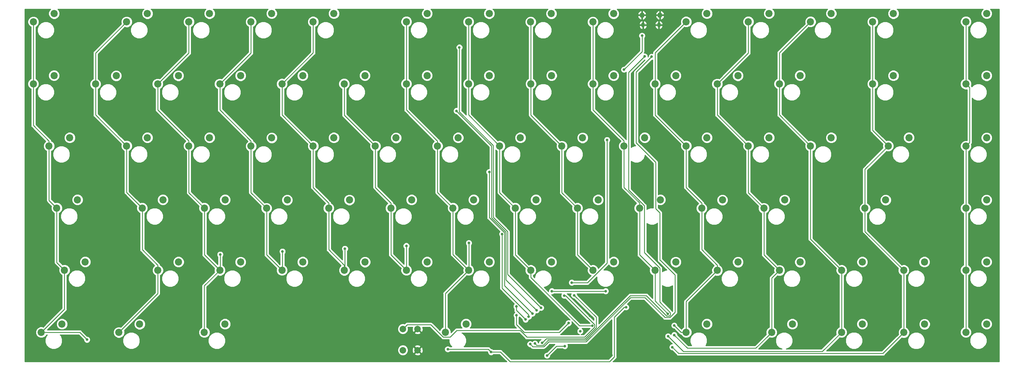
<source format=gtl>
G04 #@! TF.GenerationSoftware,KiCad,Pcbnew,5.0.1*
G04 #@! TF.CreationDate,2019-03-20T17:54:49+01:00*
G04 #@! TF.ProjectId,sofaboard,736F6661626F6172642E6B696361645F,rev?*
G04 #@! TF.SameCoordinates,Original*
G04 #@! TF.FileFunction,Copper,L1,Top,Signal*
G04 #@! TF.FilePolarity,Positive*
%FSLAX46Y46*%
G04 Gerber Fmt 4.6, Leading zero omitted, Abs format (unit mm)*
G04 Created by KiCad (PCBNEW 5.0.1) date Wed 20 Mar 2019 17:54:49 CET*
%MOMM*%
%LPD*%
G01*
G04 APERTURE LIST*
G04 #@! TA.AperFunction,ComponentPad*
%ADD10C,2.200000*%
G04 #@! TD*
G04 #@! TA.AperFunction,ComponentPad*
%ADD11C,2.000000*%
G04 #@! TD*
G04 #@! TA.AperFunction,ComponentPad*
%ADD12O,1.100000X1.500000*%
G04 #@! TD*
G04 #@! TA.AperFunction,ComponentPad*
%ADD13O,1.350000X1.700000*%
G04 #@! TD*
G04 #@! TA.AperFunction,ViaPad*
%ADD14C,0.800000*%
G04 #@! TD*
G04 #@! TA.AperFunction,Conductor*
%ADD15C,0.250000*%
G04 #@! TD*
G04 #@! TA.AperFunction,Conductor*
%ADD16C,0.254000*%
G04 #@! TD*
G04 APERTURE END LIST*
D10*
G04 #@! TO.P,SW80,2*
G04 #@! TO.N,col12*
X259370000Y22250000D03*
G04 #@! TO.P,SW80,1*
G04 #@! TO.N,Net-(D80-Pad1)*
X265720000Y24790000D03*
G04 #@! TD*
G04 #@! TO.P,SW13,2*
G04 #@! TO.N,col13*
X268910000Y117480000D03*
G04 #@! TO.P,SW13,1*
G04 #@! TO.N,Net-(D13-Pad1)*
X275260000Y120020000D03*
G04 #@! TD*
D11*
G04 #@! TO.P,SW83,2*
G04 #@! TO.N,Net-(SW83-Pad2)*
X124940000Y16770000D03*
G04 #@! TO.P,SW83,1*
G04 #@! TO.N,GND*
X129440000Y16770000D03*
G04 #@! TO.P,SW83,2*
G04 #@! TO.N,Net-(SW83-Pad2)*
X124940000Y23270000D03*
G04 #@! TO.P,SW83,1*
G04 #@! TO.N,GND*
X129440000Y23270000D03*
G04 #@! TD*
D10*
G04 #@! TO.P,SW1,2*
G04 #@! TO.N,col0*
X11740000Y117480000D03*
G04 #@! TO.P,SW1,1*
G04 #@! TO.N,Net-(D1-Pad1)*
X18090000Y120020000D03*
G04 #@! TD*
G04 #@! TO.P,SW36,1*
G04 #@! TO.N,Net-(D36-Pad1)*
X141890000Y81930000D03*
G04 #@! TO.P,SW36,2*
G04 #@! TO.N,col6*
X135540000Y79390000D03*
G04 #@! TD*
G04 #@! TO.P,SW70,1*
G04 #@! TO.N,Net-(D70-Pad1)*
X246690000Y43810000D03*
G04 #@! TO.P,SW70,2*
G04 #@! TO.N,col11*
X240340000Y41270000D03*
G04 #@! TD*
G04 #@! TO.P,SW53,1*
G04 #@! TO.N,Net-(D53-Pad1)*
X184780000Y62880000D03*
G04 #@! TO.P,SW53,2*
G04 #@! TO.N,col8*
X178430000Y60340000D03*
G04 #@! TD*
G04 #@! TO.P,SW73,2*
G04 #@! TO.N,col14*
X297480000Y41310000D03*
G04 #@! TO.P,SW73,1*
G04 #@! TO.N,Net-(D73-Pad1)*
X303830000Y43850000D03*
G04 #@! TD*
G04 #@! TO.P,SW72,2*
G04 #@! TO.N,col13*
X278430000Y41290000D03*
G04 #@! TO.P,SW72,1*
G04 #@! TO.N,Net-(D72-Pad1)*
X284780000Y43830000D03*
G04 #@! TD*
G04 #@! TO.P,SW75,1*
G04 #@! TO.N,Net-(D75-Pad1)*
X44280000Y24770000D03*
G04 #@! TO.P,SW75,2*
G04 #@! TO.N,col1*
X37930000Y22230000D03*
G04 #@! TD*
G04 #@! TO.P,SW67,2*
G04 #@! TO.N,col8*
X183190000Y41290000D03*
G04 #@! TO.P,SW67,1*
G04 #@! TO.N,Net-(D67-Pad1)*
X189540000Y43830000D03*
G04 #@! TD*
G04 #@! TO.P,SW41,2*
G04 #@! TO.N,col11*
X230810000Y79400000D03*
G04 #@! TO.P,SW41,1*
G04 #@! TO.N,Net-(D41-Pad1)*
X237160000Y81940000D03*
G04 #@! TD*
G04 #@! TO.P,SW71,1*
G04 #@! TO.N,Net-(D71-Pad1)*
X265740000Y43830000D03*
G04 #@! TO.P,SW71,2*
G04 #@! TO.N,col12*
X259390000Y41290000D03*
G04 #@! TD*
G04 #@! TO.P,SW56,1*
G04 #@! TO.N,Net-(D56-Pad1)*
X241920000Y62870000D03*
G04 #@! TO.P,SW56,2*
G04 #@! TO.N,col11*
X235570000Y60330000D03*
G04 #@! TD*
G04 #@! TO.P,SW61,2*
G04 #@! TO.N,col2*
X68880000Y41280000D03*
G04 #@! TO.P,SW61,1*
G04 #@! TO.N,Net-(D61-Pad1)*
X75230000Y43820000D03*
G04 #@! TD*
G04 #@! TO.P,SW82,2*
G04 #@! TO.N,col14*
X297470000Y22250000D03*
G04 #@! TO.P,SW82,1*
G04 #@! TO.N,Net-(D82-Pad1)*
X303820000Y24790000D03*
G04 #@! TD*
G04 #@! TO.P,SW24,1*
G04 #@! TO.N,Net-(D24-Pad1)*
X189540000Y100980000D03*
G04 #@! TO.P,SW24,2*
G04 #@! TO.N,col9*
X183190000Y98440000D03*
G04 #@! TD*
G04 #@! TO.P,SW64,1*
G04 #@! TO.N,Net-(D64-Pad1)*
X132390000Y43830000D03*
G04 #@! TO.P,SW64,2*
G04 #@! TO.N,col5*
X126040000Y41290000D03*
G04 #@! TD*
G04 #@! TO.P,SW60,1*
G04 #@! TO.N,Net-(D60-Pad1)*
X56200000Y43830000D03*
G04 #@! TO.P,SW60,2*
G04 #@! TO.N,col1*
X49850000Y41290000D03*
G04 #@! TD*
G04 #@! TO.P,SW81,1*
G04 #@! TO.N,Net-(D81-Pad1)*
X284800000Y24760000D03*
G04 #@! TO.P,SW81,2*
G04 #@! TO.N,col13*
X278450000Y22220000D03*
G04 #@! TD*
G04 #@! TO.P,SW20,1*
G04 #@! TO.N,Net-(D20-Pad1)*
X113330000Y100990000D03*
G04 #@! TO.P,SW20,2*
G04 #@! TO.N,col5*
X106980000Y98450000D03*
G04 #@! TD*
G04 #@! TO.P,SW49,1*
G04 #@! TO.N,Net-(D49-Pad1)*
X108580000Y62870000D03*
G04 #@! TO.P,SW49,2*
G04 #@! TO.N,col4*
X102230000Y60330000D03*
G04 #@! TD*
G04 #@! TO.P,SW43,2*
G04 #@! TO.N,col13*
X273680000Y79410000D03*
G04 #@! TO.P,SW43,1*
G04 #@! TO.N,Net-(D43-Pad1)*
X280030000Y81950000D03*
G04 #@! TD*
G04 #@! TO.P,SW34,2*
G04 #@! TO.N,col4*
X97450000Y79390000D03*
G04 #@! TO.P,SW34,1*
G04 #@! TO.N,Net-(D34-Pad1)*
X103800000Y81930000D03*
G04 #@! TD*
G04 #@! TO.P,SW54,2*
G04 #@! TO.N,col9*
X197490000Y60360000D03*
G04 #@! TO.P,SW54,1*
G04 #@! TO.N,Net-(D54-Pad1)*
X203840000Y62900000D03*
G04 #@! TD*
G04 #@! TO.P,SW42,2*
G04 #@! TO.N,col12*
X249860000Y79390000D03*
G04 #@! TO.P,SW42,1*
G04 #@! TO.N,Net-(D42-Pad1)*
X256210000Y81930000D03*
G04 #@! TD*
G04 #@! TO.P,SW32,1*
G04 #@! TO.N,Net-(D32-Pad1)*
X65720000Y81940000D03*
G04 #@! TO.P,SW32,2*
G04 #@! TO.N,col2*
X59370000Y79400000D03*
G04 #@! TD*
G04 #@! TO.P,SW12,1*
G04 #@! TO.N,Net-(D12-Pad1)*
X256190000Y120040000D03*
G04 #@! TO.P,SW12,2*
G04 #@! TO.N,col12*
X249840000Y117500000D03*
G04 #@! TD*
G04 #@! TO.P,SW21,2*
G04 #@! TO.N,col6*
X126030000Y98450000D03*
G04 #@! TO.P,SW21,1*
G04 #@! TO.N,Net-(D21-Pad1)*
X132380000Y100990000D03*
G04 #@! TD*
G04 #@! TO.P,SW58,2*
G04 #@! TO.N,col14*
X297460000Y60320000D03*
G04 #@! TO.P,SW58,1*
G04 #@! TO.N,Net-(D58-Pad1)*
X303810000Y62860000D03*
G04 #@! TD*
G04 #@! TO.P,SW68,1*
G04 #@! TO.N,Net-(D68-Pad1)*
X208580000Y43820000D03*
G04 #@! TO.P,SW68,2*
G04 #@! TO.N,col9*
X202230000Y41280000D03*
G04 #@! TD*
G04 #@! TO.P,SW8,1*
G04 #@! TO.N,Net-(D8-Pad1)*
X170450000Y120000000D03*
G04 #@! TO.P,SW8,2*
G04 #@! TO.N,col8*
X164100000Y117460000D03*
G04 #@! TD*
G04 #@! TO.P,SW74,2*
G04 #@! TO.N,col0*
X14130000Y22240000D03*
G04 #@! TO.P,SW74,1*
G04 #@! TO.N,Net-(D74-Pad1)*
X20480000Y24780000D03*
G04 #@! TD*
G04 #@! TO.P,SW63,1*
G04 #@! TO.N,Net-(D63-Pad1)*
X113350000Y43820000D03*
G04 #@! TO.P,SW63,2*
G04 #@! TO.N,col4*
X107000000Y41280000D03*
G04 #@! TD*
G04 #@! TO.P,SW76,2*
G04 #@! TO.N,col2*
X64110000Y22240000D03*
G04 #@! TO.P,SW76,1*
G04 #@! TO.N,Net-(D76-Pad1)*
X70460000Y24780000D03*
G04 #@! TD*
G04 #@! TO.P,SW18,2*
G04 #@! TO.N,col3*
X68870000Y98430000D03*
G04 #@! TO.P,SW18,1*
G04 #@! TO.N,Net-(D18-Pad1)*
X75220000Y100970000D03*
G04 #@! TD*
G04 #@! TO.P,SW77,1*
G04 #@! TO.N,Net-(D77-Pad1)*
X144300000Y24790000D03*
G04 #@! TO.P,SW77,2*
G04 #@! TO.N,col6*
X137950000Y22250000D03*
G04 #@! TD*
G04 #@! TO.P,SW35,1*
G04 #@! TO.N,Net-(D35-Pad1)*
X122850000Y81900000D03*
G04 #@! TO.P,SW35,2*
G04 #@! TO.N,col5*
X116500000Y79360000D03*
G04 #@! TD*
G04 #@! TO.P,SW51,2*
G04 #@! TO.N,col6*
X140300000Y60360000D03*
G04 #@! TO.P,SW51,1*
G04 #@! TO.N,Net-(D51-Pad1)*
X146650000Y62900000D03*
G04 #@! TD*
G04 #@! TO.P,SW59,2*
G04 #@! TO.N,col0*
X21260000Y41300000D03*
G04 #@! TO.P,SW59,1*
G04 #@! TO.N,Net-(D59-Pad1)*
X27610000Y43840000D03*
G04 #@! TD*
G04 #@! TO.P,SW23,2*
G04 #@! TO.N,col8*
X164150000Y98450000D03*
G04 #@! TO.P,SW23,1*
G04 #@! TO.N,Net-(D23-Pad1)*
X170500000Y100990000D03*
G04 #@! TD*
G04 #@! TO.P,SW25,2*
G04 #@! TO.N,col10*
X202240000Y98440000D03*
G04 #@! TO.P,SW25,1*
G04 #@! TO.N,Net-(D25-Pad1)*
X208590000Y100980000D03*
G04 #@! TD*
G04 #@! TO.P,SW11,2*
G04 #@! TO.N,col11*
X230800000Y117500000D03*
G04 #@! TO.P,SW11,1*
G04 #@! TO.N,Net-(D11-Pad1)*
X237150000Y120040000D03*
G04 #@! TD*
G04 #@! TO.P,SW62,2*
G04 #@! TO.N,col3*
X87930000Y41290000D03*
G04 #@! TO.P,SW62,1*
G04 #@! TO.N,Net-(D62-Pad1)*
X94280000Y43830000D03*
G04 #@! TD*
G04 #@! TO.P,SW48,2*
G04 #@! TO.N,col3*
X83180000Y60320000D03*
G04 #@! TO.P,SW48,1*
G04 #@! TO.N,Net-(D48-Pad1)*
X89530000Y62860000D03*
G04 #@! TD*
G04 #@! TO.P,SW15,2*
G04 #@! TO.N,col0*
X11730000Y98450000D03*
G04 #@! TO.P,SW15,1*
G04 #@! TO.N,Net-(D15-Pad1)*
X18080000Y100990000D03*
G04 #@! TD*
G04 #@! TO.P,SW19,2*
G04 #@! TO.N,col4*
X87920000Y98440000D03*
G04 #@! TO.P,SW19,1*
G04 #@! TO.N,Net-(D19-Pad1)*
X94270000Y100980000D03*
G04 #@! TD*
G04 #@! TO.P,SW66,2*
G04 #@! TO.N,col7*
X164130000Y41290000D03*
G04 #@! TO.P,SW66,1*
G04 #@! TO.N,Net-(D66-Pad1)*
X170480000Y43830000D03*
G04 #@! TD*
G04 #@! TO.P,SW33,2*
G04 #@! TO.N,col3*
X78410000Y79370000D03*
G04 #@! TO.P,SW33,1*
G04 #@! TO.N,Net-(D33-Pad1)*
X84760000Y81910000D03*
G04 #@! TD*
G04 #@! TO.P,SW6,2*
G04 #@! TO.N,col6*
X126040000Y117500000D03*
G04 #@! TO.P,SW6,1*
G04 #@! TO.N,Net-(D6-Pad1)*
X132390000Y120040000D03*
G04 #@! TD*
G04 #@! TO.P,SW7,2*
G04 #@! TO.N,col7*
X145070000Y117480000D03*
G04 #@! TO.P,SW7,1*
G04 #@! TO.N,Net-(D7-Pad1)*
X151420000Y120020000D03*
G04 #@! TD*
G04 #@! TO.P,SW57,1*
G04 #@! TO.N,Net-(D57-Pad1)*
X272890000Y62860000D03*
G04 #@! TO.P,SW57,2*
G04 #@! TO.N,col13*
X266540000Y60320000D03*
G04 #@! TD*
G04 #@! TO.P,SW27,2*
G04 #@! TO.N,col12*
X240330000Y98460000D03*
G04 #@! TO.P,SW27,1*
G04 #@! TO.N,Net-(D27-Pad1)*
X246680000Y101000000D03*
G04 #@! TD*
G04 #@! TO.P,SW14,2*
G04 #@! TO.N,col14*
X297490000Y117520000D03*
G04 #@! TO.P,SW14,1*
G04 #@! TO.N,Net-(D14-Pad1)*
X303840000Y120060000D03*
G04 #@! TD*
G04 #@! TO.P,SW55,1*
G04 #@! TO.N,Net-(D55-Pad1)*
X222870000Y62860000D03*
G04 #@! TO.P,SW55,2*
G04 #@! TO.N,col10*
X216520000Y60320000D03*
G04 #@! TD*
G04 #@! TO.P,SW28,1*
G04 #@! TO.N,Net-(D28-Pad1)*
X275260000Y100980000D03*
G04 #@! TO.P,SW28,2*
G04 #@! TO.N,col13*
X268910000Y98440000D03*
G04 #@! TD*
G04 #@! TO.P,SW10,1*
G04 #@! TO.N,Net-(D10-Pad1)*
X218100000Y120030000D03*
G04 #@! TO.P,SW10,2*
G04 #@! TO.N,col10*
X211750000Y117490000D03*
G04 #@! TD*
G04 #@! TO.P,SW22,1*
G04 #@! TO.N,Net-(D22-Pad1)*
X151430000Y100980000D03*
G04 #@! TO.P,SW22,2*
G04 #@! TO.N,col7*
X145080000Y98440000D03*
G04 #@! TD*
G04 #@! TO.P,SW29,2*
G04 #@! TO.N,col14*
X297480000Y98430000D03*
G04 #@! TO.P,SW29,1*
G04 #@! TO.N,Net-(D29-Pad1)*
X303830000Y100970000D03*
G04 #@! TD*
G04 #@! TO.P,SW38,2*
G04 #@! TO.N,col8*
X173670000Y79380000D03*
G04 #@! TO.P,SW38,1*
G04 #@! TO.N,Net-(D38-Pad1)*
X180020000Y81920000D03*
G04 #@! TD*
G04 #@! TO.P,SW45,1*
G04 #@! TO.N,Net-(D45-Pad1)*
X25230000Y62890000D03*
G04 #@! TO.P,SW45,2*
G04 #@! TO.N,col0*
X18880000Y60350000D03*
G04 #@! TD*
G04 #@! TO.P,SW39,1*
G04 #@! TO.N,Net-(D39-Pad1)*
X199050000Y81950000D03*
G04 #@! TO.P,SW39,2*
G04 #@! TO.N,col9*
X192700000Y79410000D03*
G04 #@! TD*
G04 #@! TO.P,SW26,1*
G04 #@! TO.N,Net-(D26-Pad1)*
X227630000Y100970000D03*
G04 #@! TO.P,SW26,2*
G04 #@! TO.N,col11*
X221280000Y98430000D03*
G04 #@! TD*
G04 #@! TO.P,SW78,1*
G04 #@! TO.N,Net-(D78-Pad1)*
X218100000Y24790000D03*
G04 #@! TO.P,SW78,2*
G04 #@! TO.N,col10*
X211750000Y22250000D03*
G04 #@! TD*
G04 #@! TO.P,SW31,1*
G04 #@! TO.N,Net-(D31-Pad1)*
X46660000Y81950000D03*
G04 #@! TO.P,SW31,2*
G04 #@! TO.N,col1*
X40310000Y79410000D03*
G04 #@! TD*
G04 #@! TO.P,SW65,1*
G04 #@! TO.N,Net-(D65-Pad1)*
X151440000Y43840000D03*
G04 #@! TO.P,SW65,2*
G04 #@! TO.N,col6*
X145090000Y41300000D03*
G04 #@! TD*
G04 #@! TO.P,SW9,1*
G04 #@! TO.N,Net-(D9-Pad1)*
X189520000Y120000000D03*
G04 #@! TO.P,SW9,2*
G04 #@! TO.N,col9*
X183170000Y117460000D03*
G04 #@! TD*
G04 #@! TO.P,SW46,2*
G04 #@! TO.N,col1*
X45080000Y60360000D03*
G04 #@! TO.P,SW46,1*
G04 #@! TO.N,Net-(D46-Pad1)*
X51430000Y62900000D03*
G04 #@! TD*
G04 #@! TO.P,SW40,1*
G04 #@! TO.N,Net-(D40-Pad1)*
X218100000Y81940000D03*
G04 #@! TO.P,SW40,2*
G04 #@! TO.N,col10*
X211750000Y79400000D03*
G04 #@! TD*
G04 #@! TO.P,SW2,1*
G04 #@! TO.N,Net-(D2-Pad1)*
X46670000Y120020000D03*
G04 #@! TO.P,SW2,2*
G04 #@! TO.N,col1*
X40320000Y117480000D03*
G04 #@! TD*
G04 #@! TO.P,SW3,2*
G04 #@! TO.N,col2*
X59350000Y117480000D03*
G04 #@! TO.P,SW3,1*
G04 #@! TO.N,Net-(D3-Pad1)*
X65700000Y120020000D03*
G04 #@! TD*
G04 #@! TO.P,SW17,2*
G04 #@! TO.N,col2*
X49830000Y98430000D03*
G04 #@! TO.P,SW17,1*
G04 #@! TO.N,Net-(D17-Pad1)*
X56180000Y100970000D03*
G04 #@! TD*
G04 #@! TO.P,SW44,1*
G04 #@! TO.N,Net-(D44-Pad1)*
X303840000Y81920000D03*
G04 #@! TO.P,SW44,2*
G04 #@! TO.N,col14*
X297490000Y79380000D03*
G04 #@! TD*
G04 #@! TO.P,SW37,2*
G04 #@! TO.N,col7*
X154610000Y79390000D03*
G04 #@! TO.P,SW37,1*
G04 #@! TO.N,Net-(D37-Pad1)*
X160960000Y81930000D03*
G04 #@! TD*
G04 #@! TO.P,SW79,1*
G04 #@! TO.N,Net-(D79-Pad1)*
X244300000Y24780000D03*
G04 #@! TO.P,SW79,2*
G04 #@! TO.N,col11*
X237950000Y22240000D03*
G04 #@! TD*
D12*
G04 #@! TO.P,J1,6*
G04 #@! TO.N,GND*
X198550000Y116520000D03*
X203390000Y116520000D03*
D13*
X198240000Y119520000D03*
X203700000Y119520000D03*
G04 #@! TD*
D10*
G04 #@! TO.P,SW4,1*
G04 #@! TO.N,Net-(D4-Pad1)*
X84740000Y120030000D03*
G04 #@! TO.P,SW4,2*
G04 #@! TO.N,col3*
X78390000Y117490000D03*
G04 #@! TD*
G04 #@! TO.P,SW5,2*
G04 #@! TO.N,col4*
X97450000Y117490000D03*
G04 #@! TO.P,SW5,1*
G04 #@! TO.N,Net-(D5-Pad1)*
X103800000Y120030000D03*
G04 #@! TD*
G04 #@! TO.P,SW16,1*
G04 #@! TO.N,Net-(D16-Pad1)*
X37120000Y100960000D03*
G04 #@! TO.P,SW16,2*
G04 #@! TO.N,col1*
X30770000Y98420000D03*
G04 #@! TD*
G04 #@! TO.P,SW30,1*
G04 #@! TO.N,Net-(D30-Pad1)*
X22850000Y81930000D03*
G04 #@! TO.P,SW30,2*
G04 #@! TO.N,col0*
X16500000Y79390000D03*
G04 #@! TD*
G04 #@! TO.P,SW52,1*
G04 #@! TO.N,Net-(D52-Pad1)*
X165720000Y62890000D03*
G04 #@! TO.P,SW52,2*
G04 #@! TO.N,col7*
X159370000Y60350000D03*
G04 #@! TD*
G04 #@! TO.P,SW47,1*
G04 #@! TO.N,Net-(D47-Pad1)*
X70470000Y62890000D03*
G04 #@! TO.P,SW47,2*
G04 #@! TO.N,col2*
X64120000Y60350000D03*
G04 #@! TD*
G04 #@! TO.P,SW50,2*
G04 #@! TO.N,col5*
X121290000Y60340000D03*
G04 #@! TO.P,SW50,1*
G04 #@! TO.N,Net-(D50-Pad1)*
X127640000Y62880000D03*
G04 #@! TD*
G04 #@! TO.P,SW69,1*
G04 #@! TO.N,Net-(D69-Pad1)*
X227640000Y43810000D03*
G04 #@! TO.P,SW69,2*
G04 #@! TO.N,col10*
X221290000Y41270000D03*
G04 #@! TD*
D14*
G04 #@! TO.N,*
X179290000Y22570000D03*
G04 #@! TO.N,+5V*
X192690000Y102840000D03*
X176690000Y37500000D03*
X198230000Y113230000D03*
X187520000Y81270000D03*
G04 #@! TO.N,GND*
X251560000Y22730000D03*
X176200000Y22380000D03*
X182300000Y27290000D03*
X179540000Y18150000D03*
X188870000Y15250000D03*
X158980000Y15540000D03*
X150140000Y20200000D03*
X206060000Y34070000D03*
X181230000Y23030000D03*
X290750000Y22490000D03*
X158900000Y18060000D03*
X151690000Y14030000D03*
X195270000Y86680000D03*
X197280000Y68530000D03*
X190790000Y32930000D03*
X32070000Y23600000D03*
X51960000Y23160000D03*
X201690000Y47930000D03*
X174040000Y26260000D03*
X180020000Y26420000D03*
X228920000Y22650000D03*
X172800000Y37190000D03*
X160470000Y21730000D03*
X272280000Y23400000D03*
X190920000Y17760000D03*
G04 #@! TO.N,Net-(C2-Pad2)*
X159750000Y27480000D03*
X175710000Y25080000D03*
G04 #@! TO.N,Net-(C3-Pad2)*
X177410000Y33620000D03*
X167580000Y19010000D03*
G04 #@! TO.N,Net-(C4-Pad1)*
X174570000Y18000000D03*
X169130000Y15130000D03*
G04 #@! TO.N,row0*
X142260000Y109650000D03*
X167270000Y29780000D03*
G04 #@! TO.N,row1*
X165890000Y29010000D03*
X141360000Y90170000D03*
G04 #@! TO.N,row2*
X151420000Y71440000D03*
X164660000Y27990000D03*
G04 #@! TO.N,row3*
X163500000Y27080000D03*
X155380000Y52410000D03*
G04 #@! TO.N,row4*
X162540000Y26180000D03*
X170590000Y34890000D03*
X187090000Y34890000D03*
X159730000Y30180000D03*
G04 #@! TO.N,row5*
X138710000Y17080000D03*
X193340000Y29930000D03*
X151970000Y16190000D03*
G04 #@! TO.N,Net-(R1-Pad1)*
X165420000Y18830000D03*
X198990000Y106870000D03*
G04 #@! TO.N,Net-(R3-Pad1)*
X163940000Y18640000D03*
X201170000Y106780000D03*
G04 #@! TO.N,col0*
X28160000Y20010000D03*
G04 #@! TO.N,col2*
X68960000Y46130000D03*
G04 #@! TO.N,col3*
X88050000Y47060000D03*
G04 #@! TO.N,col4*
X107200000Y47910000D03*
G04 #@! TO.N,col6*
X145160000Y49650000D03*
G04 #@! TO.N,col7*
X183000000Y24230000D03*
G04 #@! TO.N,col9*
X206180000Y27940000D03*
G04 #@! TO.N,col10*
X208090000Y24350000D03*
G04 #@! TO.N,col11*
X208080000Y21430000D03*
G04 #@! TO.N,col12*
X206210000Y21060000D03*
G04 #@! TO.N,col13*
X207530000Y17700000D03*
G04 #@! TO.N,col5*
X126010000Y48770000D03*
G04 #@! TO.N,Net-(SW83-Pad2)*
X174370000Y33490000D03*
G04 #@! TD*
D15*
G04 #@! TO.N,+5V*
X198230000Y108380000D02*
X198230000Y113230000D01*
X181509002Y37500000D02*
X187520000Y43510998D01*
X176690000Y37500000D02*
X181509002Y37500000D01*
X192690000Y102840000D02*
X198230000Y108380000D01*
X187520000Y43510998D02*
X187520000Y81270000D01*
G04 #@! TO.N,Net-(C2-Pad2)*
X159750000Y27480000D02*
X159750000Y24606998D01*
X172864999Y22234999D02*
X175710000Y25080000D01*
X159750000Y24606998D02*
X162121999Y22234999D01*
X162121999Y22234999D02*
X172864999Y22234999D01*
G04 #@! TO.N,Net-(C3-Pad2)*
X167580000Y19010000D02*
X168899990Y20329990D01*
X184175011Y26854989D02*
X177410000Y33620000D01*
X180809403Y20329991D02*
X184175011Y23695599D01*
X168899990Y20329990D02*
X180809403Y20329991D01*
X184175011Y23695599D02*
X184175011Y26854989D01*
G04 #@! TO.N,Net-(C4-Pad1)*
X169130000Y15130000D02*
X172000000Y18000000D01*
X172000000Y18000000D02*
X174570000Y18000000D01*
G04 #@! TO.N,row0*
X157005019Y53130803D02*
X152595011Y57540811D01*
X157005019Y40044981D02*
X157005019Y53130803D01*
X167270000Y29780000D02*
X157005019Y40044981D01*
X152595010Y79571400D02*
X142260000Y89906410D01*
X142260000Y89906410D02*
X142260000Y109650000D01*
X152595011Y57540811D02*
X152595010Y79571400D01*
G04 #@! TO.N,row1*
X165890000Y29010000D02*
X156555011Y38344989D01*
X156555010Y52944402D02*
X152145001Y57354411D01*
X152145001Y57354411D02*
X152145001Y79384999D01*
X156555011Y38344989D02*
X156555010Y52944402D01*
X152145001Y79384999D02*
X141360000Y90170000D01*
G04 #@! TO.N,row2*
X156105001Y36544999D02*
X156105001Y52758001D01*
X164660000Y27990000D02*
X156105001Y36544999D01*
X156105001Y52758001D02*
X151420000Y57443002D01*
X151420000Y57443002D02*
X151420000Y71440000D01*
G04 #@! TO.N,row3*
X155380000Y35765685D02*
X155380000Y52410000D01*
X163500000Y27080000D02*
X163500000Y27645685D01*
X163500000Y27645685D02*
X155380000Y35765685D01*
G04 #@! TO.N,row4*
X162540000Y26180000D02*
X159730000Y28990000D01*
X159730000Y28990000D02*
X159730000Y30180000D01*
X187090000Y34890000D02*
X170590000Y34890000D01*
G04 #@! TO.N,row5*
X189750000Y26905685D02*
X189750000Y14720000D01*
X151970000Y16190000D02*
X154850000Y16190000D01*
X151080000Y17080000D02*
X151970000Y16190000D01*
X192774315Y29930000D02*
X189750000Y26905685D01*
X188280000Y13250000D02*
X157790000Y13250000D01*
X193340000Y29930000D02*
X192774315Y29930000D01*
X189750000Y14720000D02*
X188280000Y13250000D01*
X138710000Y17080000D02*
X151080000Y17080000D01*
X138860000Y17230000D02*
X138710000Y17080000D01*
X154850000Y16190000D02*
X157790000Y13250000D01*
G04 #@! TO.N,Net-(R1-Pad1)*
X203655001Y31538001D02*
X206905001Y28288001D01*
X180995802Y19879982D02*
X169522984Y19879982D01*
X194125001Y102005001D02*
X194125001Y65917043D01*
X203655001Y41964001D02*
X203655001Y31538001D01*
X198915001Y61127043D02*
X198915001Y46704001D01*
X194647229Y33531409D02*
X180995802Y19879982D01*
X199515589Y33531409D02*
X194647229Y33531409D01*
X206905001Y27591999D02*
X206528001Y27214999D01*
X194125001Y65917043D02*
X198915001Y61127043D01*
X167928001Y18284999D02*
X165965001Y18284999D01*
X206905001Y28288001D02*
X206905001Y27591999D01*
X205831999Y27214999D02*
X199515589Y33531409D01*
X169522984Y19879982D02*
X167928001Y18284999D01*
X165965001Y18284999D02*
X165420000Y18830000D01*
X198915001Y46704001D02*
X203655001Y41964001D01*
X206528001Y27214999D02*
X205831999Y27214999D01*
X198990000Y106870000D02*
X194125001Y102005001D01*
G04 #@! TO.N,Net-(R3-Pad1)*
X208365001Y39856001D02*
X208365001Y28415589D01*
X169609412Y19330000D02*
X168114401Y17834989D01*
X168114401Y17834989D02*
X164745011Y17834989D01*
X196440000Y102050000D02*
X196440000Y80381002D01*
X203690000Y44340000D02*
X203881002Y44340000D01*
X208365001Y28415589D02*
X206714401Y26764989D01*
X201170000Y106780000D02*
X196440000Y102050000D01*
X194672230Y32920000D02*
X181082230Y19330000D01*
X202414999Y74406003D02*
X202414999Y60145001D01*
X181082230Y19330000D02*
X169609412Y19330000D01*
X199110000Y32920000D02*
X194672230Y32920000D01*
X164745011Y17834989D02*
X163940000Y18640000D01*
X203881002Y44340000D02*
X208365001Y39856001D01*
X206714401Y26764989D02*
X205265011Y26764989D01*
X205265011Y26764989D02*
X199110000Y32920000D01*
X202414999Y60145001D02*
X203690000Y58870000D01*
X203690000Y58870000D02*
X203690000Y44340000D01*
X196440000Y80381002D02*
X202414999Y74406003D01*
G04 #@! TO.N,col0*
X11730000Y85715634D02*
X11730000Y98450000D01*
X16500000Y79390000D02*
X16500000Y80945634D01*
X11730000Y98450000D02*
X11730000Y117470000D01*
X18880000Y43680000D02*
X18880000Y60350000D01*
X21260000Y29370000D02*
X21260000Y41300000D01*
X18880000Y60350000D02*
X16500000Y62730000D01*
X21260000Y41300000D02*
X18880000Y43680000D01*
X11730000Y117470000D02*
X11740000Y117480000D01*
X16500000Y80945634D02*
X11730000Y85715634D01*
X16500000Y62730000D02*
X16500000Y79390000D01*
X28160000Y20010000D02*
X25930000Y22240000D01*
X14130000Y22240000D02*
X21260000Y29370000D01*
X25930000Y22240000D02*
X14130000Y22240000D01*
G04 #@! TO.N,col1*
X30770000Y107930000D02*
X40320000Y117480000D01*
X30770000Y98420000D02*
X30770000Y107930000D01*
X49850000Y34150000D02*
X49850000Y41290000D01*
X49850000Y42845634D02*
X45080000Y47615634D01*
X45080000Y47615634D02*
X45080000Y58804366D01*
X49850000Y41290000D02*
X49850000Y42845634D01*
X40310000Y65130000D02*
X40310000Y79410000D01*
X40310000Y79410000D02*
X30770000Y88950000D01*
X45080000Y60360000D02*
X40310000Y65130000D01*
X37930000Y22230000D02*
X49850000Y34150000D01*
X30770000Y88950000D02*
X30770000Y98420000D01*
X45080000Y58804366D02*
X45080000Y60360000D01*
G04 #@! TO.N,col2*
X64110000Y36510000D02*
X68880000Y41280000D01*
X59350000Y107950000D02*
X59350000Y117480000D01*
X64120000Y46040000D02*
X64120000Y60350000D01*
X59370000Y79400000D02*
X59370000Y80955634D01*
X64120000Y60350000D02*
X59370000Y65100000D01*
X59370000Y80955634D02*
X49830000Y90495634D01*
X59370000Y65100000D02*
X59370000Y79400000D01*
X68880000Y41280000D02*
X64120000Y46040000D01*
X49830000Y98430000D02*
X59350000Y107950000D01*
X64110000Y22240000D02*
X64110000Y36510000D01*
X49830000Y90495634D02*
X49830000Y96874366D01*
X49830000Y96874366D02*
X49830000Y98430000D01*
X68960000Y46130000D02*
X68960000Y41360000D01*
X68960000Y41360000D02*
X68880000Y41280000D01*
G04 #@! TO.N,col3*
X83180000Y46040000D02*
X83180000Y60320000D01*
X88050000Y47060000D02*
X88050000Y41410000D01*
X78410000Y80925634D02*
X68870000Y90465634D01*
X83180000Y60320000D02*
X78410000Y65090000D01*
X68870000Y96874366D02*
X68870000Y98430000D01*
X88050000Y41410000D02*
X87930000Y41290000D01*
X78410000Y79370000D02*
X78410000Y80925634D01*
X78390000Y107950000D02*
X78390000Y117490000D01*
X68870000Y98430000D02*
X78390000Y107950000D01*
X87930000Y41290000D02*
X83180000Y46040000D01*
X68870000Y90465634D02*
X68870000Y96874366D01*
X78410000Y65090000D02*
X78410000Y79370000D01*
G04 #@! TO.N,col4*
X102230000Y60330000D02*
X102230000Y61885634D01*
X97450000Y77834366D02*
X97450000Y79390000D01*
X87920000Y98440000D02*
X97450000Y107970000D01*
X97450000Y107970000D02*
X97450000Y117490000D01*
X101780000Y62335634D02*
X97450000Y66665634D01*
X102230000Y47605634D02*
X102230000Y58774366D01*
X97450000Y66665634D02*
X97450000Y77834366D01*
X87920000Y88920000D02*
X87920000Y98440000D01*
X102230000Y58774366D02*
X102230000Y60330000D01*
X107000000Y42835634D02*
X102230000Y47605634D01*
X107000000Y41280000D02*
X107000000Y42835634D01*
X102230000Y61885634D02*
X101780000Y62335634D01*
X107200000Y47910000D02*
X107200000Y41480000D01*
X97450000Y79390000D02*
X87920000Y88920000D01*
X107200000Y41480000D02*
X107000000Y41280000D01*
G04 #@! TO.N,col6*
X126030000Y117490000D02*
X126040000Y117500000D01*
X140300000Y60360000D02*
X135540000Y65120000D01*
X145160000Y49650000D02*
X145160000Y41370000D01*
X126030000Y98450000D02*
X126030000Y117490000D01*
X137950000Y22250000D02*
X137950000Y34160000D01*
X137950000Y34160000D02*
X145090000Y41300000D01*
X140300000Y46090000D02*
X140300000Y60360000D01*
X126030000Y90455634D02*
X126030000Y96894366D01*
X135540000Y79390000D02*
X135540000Y80945634D01*
X135540000Y65120000D02*
X135540000Y79390000D01*
X145160000Y41370000D02*
X145090000Y41300000D01*
X145090000Y41300000D02*
X140300000Y46090000D01*
X126030000Y96894366D02*
X126030000Y98450000D01*
X135540000Y80945634D02*
X126030000Y90455634D01*
G04 #@! TO.N,col7*
X179018998Y24230000D02*
X164130000Y39118998D01*
X145080000Y117470000D02*
X145070000Y117480000D01*
X159370000Y60350000D02*
X154610000Y65110000D01*
X164130000Y41290000D02*
X159370000Y46050000D01*
X145080000Y98440000D02*
X145080000Y117470000D01*
X164130000Y39734366D02*
X164130000Y41290000D01*
X154610000Y65110000D02*
X154610000Y79390000D01*
X145080000Y88920000D02*
X145080000Y98440000D01*
X183000000Y24230000D02*
X179018998Y24230000D01*
X164130000Y39118998D02*
X164130000Y39734366D01*
X159370000Y46050000D02*
X159370000Y60350000D01*
X154610000Y79390000D02*
X145080000Y88920000D01*
G04 #@! TO.N,col8*
X173670000Y79380000D02*
X164150000Y88900000D01*
X164150000Y88900000D02*
X164150000Y98450000D01*
X178430000Y46050000D02*
X178430000Y60340000D01*
X183190000Y41290000D02*
X178430000Y46050000D01*
X164150000Y117410000D02*
X164100000Y117460000D01*
X173670000Y65100000D02*
X173670000Y79380000D01*
X178430000Y60340000D02*
X173670000Y65100000D01*
X164150000Y98450000D02*
X164150000Y117410000D01*
G04 #@! TO.N,col9*
X197490000Y60360000D02*
X197490000Y61915634D01*
X192700000Y77854366D02*
X192700000Y79410000D01*
X183190000Y98440000D02*
X183190000Y117440000D01*
X192700000Y79410000D02*
X192700000Y80965634D01*
X183190000Y117440000D02*
X183170000Y117460000D01*
X206180000Y27940000D02*
X202230000Y31890000D01*
X197490000Y46020000D02*
X197490000Y60360000D01*
X202230000Y31890000D02*
X202230000Y41280000D01*
X202230000Y41280000D02*
X197490000Y46020000D01*
X183190000Y90475634D02*
X183190000Y96884366D01*
X183190000Y96884366D02*
X183190000Y98440000D01*
X197490000Y61915634D02*
X192700000Y66705634D01*
X192700000Y66705634D02*
X192700000Y77854366D01*
X192700000Y80965634D02*
X186050000Y87615634D01*
X186050000Y87615634D02*
X183190000Y90475634D01*
G04 #@! TO.N,col10*
X216520000Y58764366D02*
X216520000Y60320000D01*
X216520000Y61875634D02*
X211750000Y66645634D01*
X211750000Y31730000D02*
X221290000Y41270000D01*
X211750000Y79400000D02*
X202240000Y88910000D01*
X202240000Y98440000D02*
X202240000Y107980000D01*
X216520000Y47595634D02*
X216520000Y58764366D01*
X211750000Y22250000D02*
X211750000Y31730000D01*
X221290000Y42825634D02*
X216520000Y47595634D01*
X211750000Y77844366D02*
X211750000Y79400000D01*
X202240000Y88910000D02*
X202240000Y98440000D01*
X202240000Y107980000D02*
X211750000Y117490000D01*
X211750000Y66645634D02*
X211750000Y77844366D01*
X216520000Y60320000D02*
X216520000Y61875634D01*
X210190000Y22250000D02*
X211750000Y22250000D01*
X208090000Y24350000D02*
X210190000Y22250000D01*
X221290000Y41270000D02*
X221290000Y42825634D01*
G04 #@! TO.N,col11*
X233094999Y17384999D02*
X236850001Y21140001D01*
X221280000Y98430000D02*
X230800000Y107950000D01*
X221280000Y88930000D02*
X221280000Y98430000D01*
X235570000Y60330000D02*
X230810000Y65090000D01*
X208080000Y21430000D02*
X212125001Y17384999D01*
X240340000Y41270000D02*
X235570000Y46040000D01*
X230810000Y65090000D02*
X230810000Y79400000D01*
X230800000Y107950000D02*
X230800000Y117500000D01*
X237950000Y22240000D02*
X237950000Y38880000D01*
X235570000Y46040000D02*
X235570000Y49870000D01*
X237950000Y38880000D02*
X240340000Y41270000D01*
X230810000Y79400000D02*
X221280000Y88930000D01*
X235570000Y49870000D02*
X235570000Y60330000D01*
X236850001Y21140001D02*
X237950000Y22240000D01*
X212125001Y17384999D02*
X233094999Y17384999D01*
G04 #@! TO.N,col12*
X240330000Y107990000D02*
X249840000Y117500000D01*
X259370000Y29190000D02*
X259370000Y41270000D01*
X210910000Y16360000D02*
X253480000Y16360000D01*
X249860000Y50820000D02*
X249860000Y79390000D01*
X259370000Y22250000D02*
X259370000Y29190000D01*
X253480000Y16360000D02*
X259370000Y22250000D01*
X240330000Y98460000D02*
X240330000Y107990000D01*
X259370000Y41270000D02*
X259390000Y41290000D01*
X259390000Y41290000D02*
X249860000Y50820000D01*
X240330000Y88920000D02*
X240330000Y98460000D01*
X249860000Y79390000D02*
X240330000Y88920000D01*
X206210000Y21060000D02*
X210910000Y16360000D01*
G04 #@! TO.N,col13*
X268910000Y84180000D02*
X268910000Y98440000D01*
X273680000Y79410000D02*
X268910000Y84180000D01*
X266540000Y72270000D02*
X273680000Y79410000D01*
X266540000Y53180000D02*
X266540000Y60320000D01*
X278450000Y22220000D02*
X278450000Y41270000D01*
X272020000Y15790000D02*
X278450000Y22220000D01*
X268910000Y98440000D02*
X268910000Y117480000D01*
X209440000Y15790000D02*
X272020000Y15790000D01*
X266540000Y60320000D02*
X266540000Y72270000D01*
X278430000Y41290000D02*
X266540000Y53180000D01*
X207530000Y17700000D02*
X209440000Y15790000D01*
X278450000Y41270000D02*
X278430000Y41290000D01*
G04 #@! TO.N,col14*
X297480000Y41310000D02*
X297480000Y60300000D01*
X298589999Y97320001D02*
X298579999Y97330001D01*
X298579999Y97330001D02*
X297480000Y98430000D01*
X297470000Y22250000D02*
X297470000Y41300000D01*
X297460000Y60320000D02*
X297460000Y79350000D01*
X298589999Y80479999D02*
X298589999Y97320001D01*
X297490000Y79380000D02*
X298589999Y80479999D01*
X297460000Y79350000D02*
X297490000Y79380000D01*
X297480000Y117510000D02*
X297490000Y117520000D01*
X297480000Y60300000D02*
X297460000Y60320000D01*
X297480000Y98430000D02*
X297480000Y117510000D01*
X297470000Y41300000D02*
X297480000Y41310000D01*
G04 #@! TO.N,col5*
X116500000Y77804366D02*
X116500000Y79360000D01*
X116500000Y79360000D02*
X106980000Y88880000D01*
X126040000Y41290000D02*
X121290000Y46040000D01*
X116500000Y66685634D02*
X116500000Y77804366D01*
X121290000Y61895634D02*
X116500000Y66685634D01*
X121290000Y46040000D02*
X121290000Y60340000D01*
X106980000Y88880000D02*
X106980000Y98450000D01*
X121290000Y60340000D02*
X121290000Y61895634D01*
X126010000Y41320000D02*
X126040000Y41290000D01*
X126010000Y48770000D02*
X126010000Y41320000D01*
G04 #@! TO.N,Net-(SW83-Pad2)*
X133495997Y24595001D02*
X137265999Y20824999D01*
X160910588Y22810000D02*
X162940588Y20780000D01*
X141420000Y22810000D02*
X160910588Y22810000D01*
X124940000Y23270000D02*
X126265001Y24595001D01*
X162940588Y20780000D02*
X180623002Y20780000D01*
X139434999Y20824999D02*
X141420000Y22810000D01*
X137265999Y20824999D02*
X139434999Y20824999D01*
X126265001Y24595001D02*
X133495997Y24595001D01*
X183725001Y23881999D02*
X183725001Y24578001D01*
X174813002Y33490000D02*
X174370000Y33490000D01*
X183725001Y24578001D02*
X174813002Y33490000D01*
X180623002Y20780000D02*
X183725001Y23881999D01*
G04 #@! TD*
D16*
G04 #@! TO.N,GND*
G36*
X16619138Y121002799D02*
X16355000Y120365113D01*
X16355000Y119674887D01*
X16619138Y119037201D01*
X17107201Y118549138D01*
X17744887Y118285000D01*
X18435113Y118285000D01*
X19072799Y118549138D01*
X19560862Y119037201D01*
X19825000Y119674887D01*
X19825000Y120365113D01*
X19560862Y121002799D01*
X19173661Y121390000D01*
X45586339Y121390000D01*
X45199138Y121002799D01*
X44935000Y120365113D01*
X44935000Y119674887D01*
X45199138Y119037201D01*
X45687201Y118549138D01*
X46324887Y118285000D01*
X47015113Y118285000D01*
X47652799Y118549138D01*
X48140862Y119037201D01*
X48405000Y119674887D01*
X48405000Y120365113D01*
X48140862Y121002799D01*
X47753661Y121390000D01*
X64616339Y121390000D01*
X64229138Y121002799D01*
X63965000Y120365113D01*
X63965000Y119674887D01*
X64229138Y119037201D01*
X64717201Y118549138D01*
X65354887Y118285000D01*
X66045113Y118285000D01*
X66682799Y118549138D01*
X67170862Y119037201D01*
X67435000Y119674887D01*
X67435000Y120365113D01*
X67170862Y121002799D01*
X66783661Y121390000D01*
X83646339Y121390000D01*
X83269138Y121012799D01*
X83005000Y120375113D01*
X83005000Y119684887D01*
X83269138Y119047201D01*
X83757201Y118559138D01*
X84394887Y118295000D01*
X85085113Y118295000D01*
X85722799Y118559138D01*
X86210862Y119047201D01*
X86475000Y119684887D01*
X86475000Y120375113D01*
X86210862Y121012799D01*
X85833661Y121390000D01*
X102706339Y121390000D01*
X102329138Y121012799D01*
X102065000Y120375113D01*
X102065000Y119684887D01*
X102329138Y119047201D01*
X102817201Y118559138D01*
X103454887Y118295000D01*
X104145113Y118295000D01*
X104782799Y118559138D01*
X105270862Y119047201D01*
X105535000Y119684887D01*
X105535000Y120375113D01*
X105270862Y121012799D01*
X104893661Y121390000D01*
X131286339Y121390000D01*
X130919138Y121022799D01*
X130655000Y120385113D01*
X130655000Y119694887D01*
X130919138Y119057201D01*
X131407201Y118569138D01*
X132044887Y118305000D01*
X132735113Y118305000D01*
X133372799Y118569138D01*
X133860862Y119057201D01*
X134125000Y119694887D01*
X134125000Y120385113D01*
X133860862Y121022799D01*
X133493661Y121390000D01*
X150336339Y121390000D01*
X149949138Y121002799D01*
X149685000Y120365113D01*
X149685000Y119674887D01*
X149949138Y119037201D01*
X150437201Y118549138D01*
X151074887Y118285000D01*
X151765113Y118285000D01*
X152402799Y118549138D01*
X152890862Y119037201D01*
X153155000Y119674887D01*
X153155000Y120365113D01*
X152890862Y121002799D01*
X152503661Y121390000D01*
X169386339Y121390000D01*
X168979138Y120982799D01*
X168715000Y120345113D01*
X168715000Y119654887D01*
X168979138Y119017201D01*
X169467201Y118529138D01*
X170104887Y118265000D01*
X170795113Y118265000D01*
X171432799Y118529138D01*
X171920862Y119017201D01*
X172185000Y119654887D01*
X172185000Y120345113D01*
X171920862Y120982799D01*
X171513661Y121390000D01*
X188456339Y121390000D01*
X188049138Y120982799D01*
X187785000Y120345113D01*
X187785000Y119654887D01*
X188049138Y119017201D01*
X188537201Y118529138D01*
X189174887Y118265000D01*
X189865113Y118265000D01*
X190502799Y118529138D01*
X190990862Y119017201D01*
X191061243Y119187117D01*
X196936327Y119187117D01*
X197095982Y118700241D01*
X197429804Y118311524D01*
X197886971Y118080144D01*
X197910600Y118077090D01*
X198113000Y118200776D01*
X198113000Y119393000D01*
X198367000Y119393000D01*
X198367000Y118200776D01*
X198569400Y118077090D01*
X198593029Y118080144D01*
X199050196Y118311524D01*
X199384018Y118700241D01*
X199543673Y119187117D01*
X202396327Y119187117D01*
X202555982Y118700241D01*
X202889804Y118311524D01*
X203346971Y118080144D01*
X203370600Y118077090D01*
X203573000Y118200776D01*
X203573000Y119393000D01*
X203827000Y119393000D01*
X203827000Y118200776D01*
X204029400Y118077090D01*
X204053029Y118080144D01*
X204510196Y118311524D01*
X204844018Y118700241D01*
X205003673Y119187117D01*
X204853571Y119393000D01*
X203827000Y119393000D01*
X203573000Y119393000D01*
X202546429Y119393000D01*
X202396327Y119187117D01*
X199543673Y119187117D01*
X199393571Y119393000D01*
X198367000Y119393000D01*
X198113000Y119393000D01*
X197086429Y119393000D01*
X196936327Y119187117D01*
X191061243Y119187117D01*
X191255000Y119654887D01*
X191255000Y119852883D01*
X196936327Y119852883D01*
X197086429Y119647000D01*
X198113000Y119647000D01*
X198113000Y120839224D01*
X198367000Y120839224D01*
X198367000Y119647000D01*
X199393571Y119647000D01*
X199543673Y119852883D01*
X202396327Y119852883D01*
X202546429Y119647000D01*
X203573000Y119647000D01*
X203573000Y120839224D01*
X203827000Y120839224D01*
X203827000Y119647000D01*
X204853571Y119647000D01*
X205003673Y119852883D01*
X204844018Y120339759D01*
X204510196Y120728476D01*
X204053029Y120959856D01*
X204029400Y120962910D01*
X203827000Y120839224D01*
X203573000Y120839224D01*
X203370600Y120962910D01*
X203346971Y120959856D01*
X202889804Y120728476D01*
X202555982Y120339759D01*
X202396327Y119852883D01*
X199543673Y119852883D01*
X199384018Y120339759D01*
X199050196Y120728476D01*
X198593029Y120959856D01*
X198569400Y120962910D01*
X198367000Y120839224D01*
X198113000Y120839224D01*
X197910600Y120962910D01*
X197886971Y120959856D01*
X197429804Y120728476D01*
X197095982Y120339759D01*
X196936327Y119852883D01*
X191255000Y119852883D01*
X191255000Y120345113D01*
X190990862Y120982799D01*
X190583661Y121390000D01*
X217006339Y121390000D01*
X216629138Y121012799D01*
X216365000Y120375113D01*
X216365000Y119684887D01*
X216629138Y119047201D01*
X217117201Y118559138D01*
X217754887Y118295000D01*
X218445113Y118295000D01*
X219082799Y118559138D01*
X219570862Y119047201D01*
X219835000Y119684887D01*
X219835000Y120375113D01*
X219570862Y121012799D01*
X219193661Y121390000D01*
X236046339Y121390000D01*
X235679138Y121022799D01*
X235415000Y120385113D01*
X235415000Y119694887D01*
X235679138Y119057201D01*
X236167201Y118569138D01*
X236804887Y118305000D01*
X237495113Y118305000D01*
X238132799Y118569138D01*
X238620862Y119057201D01*
X238885000Y119694887D01*
X238885000Y120385113D01*
X238620862Y121022799D01*
X238253661Y121390000D01*
X255086339Y121390000D01*
X254719138Y121022799D01*
X254455000Y120385113D01*
X254455000Y119694887D01*
X254719138Y119057201D01*
X255207201Y118569138D01*
X255844887Y118305000D01*
X256535113Y118305000D01*
X257172799Y118569138D01*
X257660862Y119057201D01*
X257925000Y119694887D01*
X257925000Y120385113D01*
X257660862Y121022799D01*
X257293661Y121390000D01*
X274176339Y121390000D01*
X273789138Y121002799D01*
X273525000Y120365113D01*
X273525000Y119674887D01*
X273789138Y119037201D01*
X274277201Y118549138D01*
X274914887Y118285000D01*
X275605113Y118285000D01*
X276242799Y118549138D01*
X276730862Y119037201D01*
X276995000Y119674887D01*
X276995000Y120365113D01*
X276730862Y121002799D01*
X276343661Y121390000D01*
X302716339Y121390000D01*
X302369138Y121042799D01*
X302105000Y120405113D01*
X302105000Y119714887D01*
X302369138Y119077201D01*
X302857201Y118589138D01*
X303494887Y118325000D01*
X304185113Y118325000D01*
X304822799Y118589138D01*
X305310862Y119077201D01*
X305575000Y119714887D01*
X305575000Y120405113D01*
X305310862Y121042799D01*
X304963661Y121390000D01*
X307660000Y121390000D01*
X307660001Y13220000D01*
X189324801Y13220000D01*
X190234473Y14129671D01*
X190297929Y14172071D01*
X190465904Y14423463D01*
X190510000Y14645148D01*
X190510000Y14645153D01*
X190524888Y14720000D01*
X190510000Y14794847D01*
X190510000Y21265874D01*
X205175000Y21265874D01*
X205175000Y20854126D01*
X205332569Y20473720D01*
X205623720Y20182569D01*
X206004126Y20025000D01*
X206170199Y20025000D01*
X207460199Y18735000D01*
X207324126Y18735000D01*
X206943720Y18577431D01*
X206652569Y18286280D01*
X206495000Y17905874D01*
X206495000Y17494126D01*
X206652569Y17113720D01*
X206943720Y16822569D01*
X207324126Y16665000D01*
X207490199Y16665000D01*
X208849671Y15305527D01*
X208892071Y15242071D01*
X209143463Y15074096D01*
X209365148Y15030000D01*
X209365153Y15030000D01*
X209440000Y15015112D01*
X209514847Y15030000D01*
X271945153Y15030000D01*
X272020000Y15015112D01*
X272094847Y15030000D01*
X272094852Y15030000D01*
X272316537Y15074096D01*
X272567929Y15242071D01*
X272610331Y15305530D01*
X277508935Y20204134D01*
X279625000Y20204134D01*
X279625000Y19155866D01*
X280026155Y18187392D01*
X280767392Y17446155D01*
X281735866Y17045000D01*
X282784134Y17045000D01*
X283752608Y17446155D01*
X284493845Y18187392D01*
X284895000Y19155866D01*
X284895000Y20204134D01*
X284882574Y20234134D01*
X298645000Y20234134D01*
X298645000Y19185866D01*
X299046155Y18217392D01*
X299787392Y17476155D01*
X300755866Y17075000D01*
X301804134Y17075000D01*
X302772608Y17476155D01*
X303513845Y18217392D01*
X303915000Y19185866D01*
X303915000Y20234134D01*
X303513845Y21202608D01*
X302772608Y21943845D01*
X301804134Y22345000D01*
X300755866Y22345000D01*
X299787392Y21943845D01*
X299046155Y21202608D01*
X298645000Y20234134D01*
X284882574Y20234134D01*
X284493845Y21172608D01*
X283752608Y21913845D01*
X282784134Y22315000D01*
X281735866Y22315000D01*
X280767392Y21913845D01*
X280026155Y21172608D01*
X279625000Y20204134D01*
X277508935Y20204134D01*
X277882088Y20577286D01*
X278104887Y20485000D01*
X278795113Y20485000D01*
X279432799Y20749138D01*
X279920862Y21237201D01*
X280185000Y21874887D01*
X280185000Y22565113D01*
X279920862Y23202799D01*
X279432799Y23690862D01*
X279210000Y23783148D01*
X279210000Y25105113D01*
X283065000Y25105113D01*
X283065000Y24414887D01*
X283329138Y23777201D01*
X283817201Y23289138D01*
X284454887Y23025000D01*
X285145113Y23025000D01*
X285782799Y23289138D01*
X286270862Y23777201D01*
X286535000Y24414887D01*
X286535000Y25105113D01*
X286270862Y25742799D01*
X285782799Y26230862D01*
X285145113Y26495000D01*
X284454887Y26495000D01*
X283817201Y26230862D01*
X283329138Y25742799D01*
X283065000Y25105113D01*
X279210000Y25105113D01*
X279210000Y39274134D01*
X279605000Y39274134D01*
X279605000Y38225866D01*
X280006155Y37257392D01*
X280747392Y36516155D01*
X281715866Y36115000D01*
X282764134Y36115000D01*
X283732608Y36516155D01*
X284473845Y37257392D01*
X284875000Y38225866D01*
X284875000Y39274134D01*
X284473845Y40242608D01*
X283732608Y40983845D01*
X282764134Y41385000D01*
X281715866Y41385000D01*
X280747392Y40983845D01*
X280006155Y40242608D01*
X279605000Y39274134D01*
X279210000Y39274134D01*
X279210000Y39735136D01*
X279412799Y39819138D01*
X279900862Y40307201D01*
X280165000Y40944887D01*
X280165000Y41635113D01*
X279900862Y42272799D01*
X279412799Y42760862D01*
X278775113Y43025000D01*
X278084887Y43025000D01*
X277862088Y42932714D01*
X276619689Y44175113D01*
X283045000Y44175113D01*
X283045000Y43484887D01*
X283309138Y42847201D01*
X283797201Y42359138D01*
X284434887Y42095000D01*
X285125113Y42095000D01*
X285762799Y42359138D01*
X286250862Y42847201D01*
X286515000Y43484887D01*
X286515000Y44175113D01*
X286250862Y44812799D01*
X285762799Y45300862D01*
X285125113Y45565000D01*
X284434887Y45565000D01*
X283797201Y45300862D01*
X283309138Y44812799D01*
X283045000Y44175113D01*
X276619689Y44175113D01*
X267300000Y53494801D01*
X267300000Y58304134D01*
X267715000Y58304134D01*
X267715000Y57255866D01*
X268116155Y56287392D01*
X268857392Y55546155D01*
X269825866Y55145000D01*
X270874134Y55145000D01*
X271842608Y55546155D01*
X272583845Y56287392D01*
X272985000Y57255866D01*
X272985000Y58304134D01*
X272583845Y59272608D01*
X271842608Y60013845D01*
X270874134Y60415000D01*
X269825866Y60415000D01*
X268857392Y60013845D01*
X268116155Y59272608D01*
X267715000Y58304134D01*
X267300000Y58304134D01*
X267300000Y58756852D01*
X267522799Y58849138D01*
X268010862Y59337201D01*
X268275000Y59974887D01*
X268275000Y60665113D01*
X295725000Y60665113D01*
X295725000Y59974887D01*
X295989138Y59337201D01*
X296477201Y58849138D01*
X296720001Y58748567D01*
X296720000Y42873148D01*
X296497201Y42780862D01*
X296009138Y42292799D01*
X295745000Y41655113D01*
X295745000Y40964887D01*
X296009138Y40327201D01*
X296497201Y39839138D01*
X296710001Y39750993D01*
X296710000Y23813148D01*
X296487201Y23720862D01*
X295999138Y23232799D01*
X295735000Y22595113D01*
X295735000Y21904887D01*
X295999138Y21267201D01*
X296487201Y20779138D01*
X297124887Y20515000D01*
X297815113Y20515000D01*
X298452799Y20779138D01*
X298940862Y21267201D01*
X299205000Y21904887D01*
X299205000Y22595113D01*
X298940862Y23232799D01*
X298452799Y23720862D01*
X298230000Y23813148D01*
X298230000Y25135113D01*
X302085000Y25135113D01*
X302085000Y24444887D01*
X302349138Y23807201D01*
X302837201Y23319138D01*
X303474887Y23055000D01*
X304165113Y23055000D01*
X304802799Y23319138D01*
X305290862Y23807201D01*
X305555000Y24444887D01*
X305555000Y25135113D01*
X305290862Y25772799D01*
X304802799Y26260862D01*
X304165113Y26525000D01*
X303474887Y26525000D01*
X302837201Y26260862D01*
X302349138Y25772799D01*
X302085000Y25135113D01*
X298230000Y25135113D01*
X298230000Y39294134D01*
X298655000Y39294134D01*
X298655000Y38245866D01*
X299056155Y37277392D01*
X299797392Y36536155D01*
X300765866Y36135000D01*
X301814134Y36135000D01*
X302782608Y36536155D01*
X303523845Y37277392D01*
X303925000Y38245866D01*
X303925000Y39294134D01*
X303523845Y40262608D01*
X302782608Y41003845D01*
X301814134Y41405000D01*
X300765866Y41405000D01*
X299797392Y41003845D01*
X299056155Y40262608D01*
X298655000Y39294134D01*
X298230000Y39294134D01*
X298230000Y39742710D01*
X298462799Y39839138D01*
X298950862Y40327201D01*
X299215000Y40964887D01*
X299215000Y41655113D01*
X298950862Y42292799D01*
X298462799Y42780862D01*
X298240000Y42873148D01*
X298240000Y44195113D01*
X302095000Y44195113D01*
X302095000Y43504887D01*
X302359138Y42867201D01*
X302847201Y42379138D01*
X303484887Y42115000D01*
X304175113Y42115000D01*
X304812799Y42379138D01*
X305300862Y42867201D01*
X305565000Y43504887D01*
X305565000Y44195113D01*
X305300862Y44832799D01*
X304812799Y45320862D01*
X304175113Y45585000D01*
X303484887Y45585000D01*
X302847201Y45320862D01*
X302359138Y44832799D01*
X302095000Y44195113D01*
X298240000Y44195113D01*
X298240000Y58304134D01*
X298635000Y58304134D01*
X298635000Y57255866D01*
X299036155Y56287392D01*
X299777392Y55546155D01*
X300745866Y55145000D01*
X301794134Y55145000D01*
X302762608Y55546155D01*
X303503845Y56287392D01*
X303905000Y57255866D01*
X303905000Y58304134D01*
X303503845Y59272608D01*
X302762608Y60013845D01*
X301794134Y60415000D01*
X300745866Y60415000D01*
X299777392Y60013845D01*
X299036155Y59272608D01*
X298635000Y58304134D01*
X298240000Y58304134D01*
X298240000Y58765136D01*
X298442799Y58849138D01*
X298930862Y59337201D01*
X299195000Y59974887D01*
X299195000Y60665113D01*
X298930862Y61302799D01*
X298442799Y61790862D01*
X298220000Y61883148D01*
X298220000Y63205113D01*
X302075000Y63205113D01*
X302075000Y62514887D01*
X302339138Y61877201D01*
X302827201Y61389138D01*
X303464887Y61125000D01*
X304155113Y61125000D01*
X304792799Y61389138D01*
X305280862Y61877201D01*
X305545000Y62514887D01*
X305545000Y63205113D01*
X305280862Y63842799D01*
X304792799Y64330862D01*
X304155113Y64595000D01*
X303464887Y64595000D01*
X302827201Y64330862D01*
X302339138Y63842799D01*
X302075000Y63205113D01*
X298220000Y63205113D01*
X298220000Y77364134D01*
X298665000Y77364134D01*
X298665000Y76315866D01*
X299066155Y75347392D01*
X299807392Y74606155D01*
X300775866Y74205000D01*
X301824134Y74205000D01*
X302792608Y74606155D01*
X303533845Y75347392D01*
X303935000Y76315866D01*
X303935000Y77364134D01*
X303533845Y78332608D01*
X302792608Y79073845D01*
X301824134Y79475000D01*
X300775866Y79475000D01*
X299807392Y79073845D01*
X299066155Y78332608D01*
X298665000Y77364134D01*
X298220000Y77364134D01*
X298220000Y77804425D01*
X298472799Y77909138D01*
X298960862Y78397201D01*
X299225000Y79034887D01*
X299225000Y79725113D01*
X299138760Y79933315D01*
X299305903Y80183462D01*
X299349999Y80405147D01*
X299349999Y80405151D01*
X299364887Y80479999D01*
X299349999Y80554847D01*
X299349999Y82265113D01*
X302105000Y82265113D01*
X302105000Y81574887D01*
X302369138Y80937201D01*
X302857201Y80449138D01*
X303494887Y80185000D01*
X304185113Y80185000D01*
X304822799Y80449138D01*
X305310862Y80937201D01*
X305575000Y81574887D01*
X305575000Y82265113D01*
X305310862Y82902799D01*
X304822799Y83390862D01*
X304185113Y83655000D01*
X303494887Y83655000D01*
X302857201Y83390862D01*
X302369138Y82902799D01*
X302105000Y82265113D01*
X299349999Y82265113D01*
X299349999Y94103548D01*
X299797392Y93656155D01*
X300765866Y93255000D01*
X301814134Y93255000D01*
X302782608Y93656155D01*
X303523845Y94397392D01*
X303925000Y95365866D01*
X303925000Y96414134D01*
X303523845Y97382608D01*
X302782608Y98123845D01*
X301814134Y98525000D01*
X300765866Y98525000D01*
X299797392Y98123845D01*
X299299567Y97626020D01*
X299137928Y97867930D01*
X299127907Y97874626D01*
X299215000Y98084887D01*
X299215000Y98775113D01*
X298950862Y99412799D01*
X298462799Y99900862D01*
X298240000Y99993148D01*
X298240000Y101315113D01*
X302095000Y101315113D01*
X302095000Y100624887D01*
X302359138Y99987201D01*
X302847201Y99499138D01*
X303484887Y99235000D01*
X304175113Y99235000D01*
X304812799Y99499138D01*
X305300862Y99987201D01*
X305565000Y100624887D01*
X305565000Y101315113D01*
X305300862Y101952799D01*
X304812799Y102440862D01*
X304175113Y102705000D01*
X303484887Y102705000D01*
X302847201Y102440862D01*
X302359138Y101952799D01*
X302095000Y101315113D01*
X298240000Y101315113D01*
X298240000Y115504134D01*
X298665000Y115504134D01*
X298665000Y114455866D01*
X299066155Y113487392D01*
X299807392Y112746155D01*
X300775866Y112345000D01*
X301824134Y112345000D01*
X302792608Y112746155D01*
X303533845Y113487392D01*
X303935000Y114455866D01*
X303935000Y115504134D01*
X303533845Y116472608D01*
X302792608Y117213845D01*
X301824134Y117615000D01*
X300775866Y117615000D01*
X299807392Y117213845D01*
X299066155Y116472608D01*
X298665000Y115504134D01*
X298240000Y115504134D01*
X298240000Y115952710D01*
X298472799Y116049138D01*
X298960862Y116537201D01*
X299225000Y117174887D01*
X299225000Y117865113D01*
X298960862Y118502799D01*
X298472799Y118990862D01*
X297835113Y119255000D01*
X297144887Y119255000D01*
X296507201Y118990862D01*
X296019138Y118502799D01*
X295755000Y117865113D01*
X295755000Y117174887D01*
X296019138Y116537201D01*
X296507201Y116049138D01*
X296720001Y115960993D01*
X296720000Y99993148D01*
X296497201Y99900862D01*
X296009138Y99412799D01*
X295745000Y98775113D01*
X295745000Y98084887D01*
X296009138Y97447201D01*
X296497201Y96959138D01*
X297134887Y96695000D01*
X297825113Y96695000D01*
X297830000Y96697024D01*
X297829999Y81115000D01*
X297144887Y81115000D01*
X296507201Y80850862D01*
X296019138Y80362799D01*
X295755000Y79725113D01*
X295755000Y79034887D01*
X296019138Y78397201D01*
X296507201Y77909138D01*
X296700001Y77829278D01*
X296700000Y61883148D01*
X296477201Y61790862D01*
X295989138Y61302799D01*
X295725000Y60665113D01*
X268275000Y60665113D01*
X268010862Y61302799D01*
X267522799Y61790862D01*
X267300000Y61883148D01*
X267300000Y63205113D01*
X271155000Y63205113D01*
X271155000Y62514887D01*
X271419138Y61877201D01*
X271907201Y61389138D01*
X272544887Y61125000D01*
X273235113Y61125000D01*
X273872799Y61389138D01*
X274360862Y61877201D01*
X274625000Y62514887D01*
X274625000Y63205113D01*
X274360862Y63842799D01*
X273872799Y64330862D01*
X273235113Y64595000D01*
X272544887Y64595000D01*
X271907201Y64330862D01*
X271419138Y63842799D01*
X271155000Y63205113D01*
X267300000Y63205113D01*
X267300000Y71955199D01*
X272738935Y77394134D01*
X274855000Y77394134D01*
X274855000Y76345866D01*
X275256155Y75377392D01*
X275997392Y74636155D01*
X276965866Y74235000D01*
X278014134Y74235000D01*
X278982608Y74636155D01*
X279723845Y75377392D01*
X280125000Y76345866D01*
X280125000Y77394134D01*
X279723845Y78362608D01*
X278982608Y79103845D01*
X278014134Y79505000D01*
X276965866Y79505000D01*
X275997392Y79103845D01*
X275256155Y78362608D01*
X274855000Y77394134D01*
X272738935Y77394134D01*
X273112088Y77767286D01*
X273334887Y77675000D01*
X274025113Y77675000D01*
X274662799Y77939138D01*
X275150862Y78427201D01*
X275415000Y79064887D01*
X275415000Y79755113D01*
X275150862Y80392799D01*
X274662799Y80880862D01*
X274025113Y81145000D01*
X273334887Y81145000D01*
X273112088Y81052714D01*
X271869689Y82295113D01*
X278295000Y82295113D01*
X278295000Y81604887D01*
X278559138Y80967201D01*
X279047201Y80479138D01*
X279684887Y80215000D01*
X280375113Y80215000D01*
X281012799Y80479138D01*
X281500862Y80967201D01*
X281765000Y81604887D01*
X281765000Y82295113D01*
X281500862Y82932799D01*
X281012799Y83420862D01*
X280375113Y83685000D01*
X279684887Y83685000D01*
X279047201Y83420862D01*
X278559138Y82932799D01*
X278295000Y82295113D01*
X271869689Y82295113D01*
X269670000Y84494801D01*
X269670000Y96424134D01*
X270085000Y96424134D01*
X270085000Y95375866D01*
X270486155Y94407392D01*
X271227392Y93666155D01*
X272195866Y93265000D01*
X273244134Y93265000D01*
X274212608Y93666155D01*
X274953845Y94407392D01*
X275355000Y95375866D01*
X275355000Y96424134D01*
X274953845Y97392608D01*
X274212608Y98133845D01*
X273244134Y98535000D01*
X272195866Y98535000D01*
X271227392Y98133845D01*
X270486155Y97392608D01*
X270085000Y96424134D01*
X269670000Y96424134D01*
X269670000Y96876852D01*
X269892799Y96969138D01*
X270380862Y97457201D01*
X270645000Y98094887D01*
X270645000Y98785113D01*
X270380862Y99422799D01*
X269892799Y99910862D01*
X269670000Y100003148D01*
X269670000Y101325113D01*
X273525000Y101325113D01*
X273525000Y100634887D01*
X273789138Y99997201D01*
X274277201Y99509138D01*
X274914887Y99245000D01*
X275605113Y99245000D01*
X276242799Y99509138D01*
X276730862Y99997201D01*
X276995000Y100634887D01*
X276995000Y101325113D01*
X276730862Y101962799D01*
X276242799Y102450862D01*
X275605113Y102715000D01*
X274914887Y102715000D01*
X274277201Y102450862D01*
X273789138Y101962799D01*
X273525000Y101325113D01*
X269670000Y101325113D01*
X269670000Y115464134D01*
X270085000Y115464134D01*
X270085000Y114415866D01*
X270486155Y113447392D01*
X271227392Y112706155D01*
X272195866Y112305000D01*
X273244134Y112305000D01*
X274212608Y112706155D01*
X274953845Y113447392D01*
X275355000Y114415866D01*
X275355000Y115464134D01*
X274953845Y116432608D01*
X274212608Y117173845D01*
X273244134Y117575000D01*
X272195866Y117575000D01*
X271227392Y117173845D01*
X270486155Y116432608D01*
X270085000Y115464134D01*
X269670000Y115464134D01*
X269670000Y115916852D01*
X269892799Y116009138D01*
X270380862Y116497201D01*
X270645000Y117134887D01*
X270645000Y117825113D01*
X270380862Y118462799D01*
X269892799Y118950862D01*
X269255113Y119215000D01*
X268564887Y119215000D01*
X267927201Y118950862D01*
X267439138Y118462799D01*
X267175000Y117825113D01*
X267175000Y117134887D01*
X267439138Y116497201D01*
X267927201Y116009138D01*
X268150001Y115916851D01*
X268150000Y100003148D01*
X267927201Y99910862D01*
X267439138Y99422799D01*
X267175000Y98785113D01*
X267175000Y98094887D01*
X267439138Y97457201D01*
X267927201Y96969138D01*
X268150001Y96876851D01*
X268150000Y84254847D01*
X268135112Y84180000D01*
X268150000Y84105153D01*
X268150000Y84105149D01*
X268194096Y83883464D01*
X268362071Y83632071D01*
X268425530Y83589669D01*
X272037286Y79977912D01*
X271945000Y79755113D01*
X271945000Y79064887D01*
X272037286Y78842088D01*
X266055528Y72860329D01*
X265992072Y72817929D01*
X265949672Y72754473D01*
X265949671Y72754472D01*
X265824097Y72566537D01*
X265765112Y72270000D01*
X265780001Y72195148D01*
X265780000Y61883148D01*
X265557201Y61790862D01*
X265069138Y61302799D01*
X264805000Y60665113D01*
X264805000Y59974887D01*
X265069138Y59337201D01*
X265557201Y58849138D01*
X265780001Y58756851D01*
X265780000Y53254847D01*
X265765112Y53180000D01*
X265780000Y53105153D01*
X265780000Y53105149D01*
X265824096Y52883464D01*
X265992071Y52632071D01*
X266055530Y52589669D01*
X276787286Y41857912D01*
X276695000Y41635113D01*
X276695000Y40944887D01*
X276959138Y40307201D01*
X277447201Y39819138D01*
X277690001Y39718567D01*
X277690000Y23783148D01*
X277467201Y23690862D01*
X276979138Y23202799D01*
X276715000Y22565113D01*
X276715000Y21874887D01*
X276807286Y21652088D01*
X271705199Y16550000D01*
X254744801Y16550000D01*
X258428935Y20234134D01*
X260545000Y20234134D01*
X260545000Y19185866D01*
X260946155Y18217392D01*
X261687392Y17476155D01*
X262655866Y17075000D01*
X263704134Y17075000D01*
X264672608Y17476155D01*
X265413845Y18217392D01*
X265815000Y19185866D01*
X265815000Y20234134D01*
X265413845Y21202608D01*
X264672608Y21943845D01*
X263704134Y22345000D01*
X262655866Y22345000D01*
X261687392Y21943845D01*
X260946155Y21202608D01*
X260545000Y20234134D01*
X258428935Y20234134D01*
X258802088Y20607286D01*
X259024887Y20515000D01*
X259715113Y20515000D01*
X260352799Y20779138D01*
X260840862Y21267201D01*
X261105000Y21904887D01*
X261105000Y22595113D01*
X260840862Y23232799D01*
X260352799Y23720862D01*
X260130000Y23813148D01*
X260130000Y25135113D01*
X263985000Y25135113D01*
X263985000Y24444887D01*
X264249138Y23807201D01*
X264737201Y23319138D01*
X265374887Y23055000D01*
X266065113Y23055000D01*
X266702799Y23319138D01*
X267190862Y23807201D01*
X267455000Y24444887D01*
X267455000Y25135113D01*
X267190862Y25772799D01*
X266702799Y26260862D01*
X266065113Y26525000D01*
X265374887Y26525000D01*
X264737201Y26260862D01*
X264249138Y25772799D01*
X263985000Y25135113D01*
X260130000Y25135113D01*
X260130000Y39274134D01*
X260565000Y39274134D01*
X260565000Y38225866D01*
X260966155Y37257392D01*
X261707392Y36516155D01*
X262675866Y36115000D01*
X263724134Y36115000D01*
X264692608Y36516155D01*
X265433845Y37257392D01*
X265835000Y38225866D01*
X265835000Y39274134D01*
X265433845Y40242608D01*
X264692608Y40983845D01*
X263724134Y41385000D01*
X262675866Y41385000D01*
X261707392Y40983845D01*
X260966155Y40242608D01*
X260565000Y39274134D01*
X260130000Y39274134D01*
X260130000Y39718567D01*
X260372799Y39819138D01*
X260860862Y40307201D01*
X261125000Y40944887D01*
X261125000Y41635113D01*
X260860862Y42272799D01*
X260372799Y42760862D01*
X259735113Y43025000D01*
X259044887Y43025000D01*
X258822088Y42932714D01*
X257579689Y44175113D01*
X264005000Y44175113D01*
X264005000Y43484887D01*
X264269138Y42847201D01*
X264757201Y42359138D01*
X265394887Y42095000D01*
X266085113Y42095000D01*
X266722799Y42359138D01*
X267210862Y42847201D01*
X267475000Y43484887D01*
X267475000Y44175113D01*
X267210862Y44812799D01*
X266722799Y45300862D01*
X266085113Y45565000D01*
X265394887Y45565000D01*
X264757201Y45300862D01*
X264269138Y44812799D01*
X264005000Y44175113D01*
X257579689Y44175113D01*
X250620000Y51134801D01*
X250620000Y77374134D01*
X251035000Y77374134D01*
X251035000Y76325866D01*
X251436155Y75357392D01*
X252177392Y74616155D01*
X253145866Y74215000D01*
X254194134Y74215000D01*
X255162608Y74616155D01*
X255903845Y75357392D01*
X256305000Y76325866D01*
X256305000Y77374134D01*
X255903845Y78342608D01*
X255162608Y79083845D01*
X254194134Y79485000D01*
X253145866Y79485000D01*
X252177392Y79083845D01*
X251436155Y78342608D01*
X251035000Y77374134D01*
X250620000Y77374134D01*
X250620000Y77826852D01*
X250842799Y77919138D01*
X251330862Y78407201D01*
X251595000Y79044887D01*
X251595000Y79735113D01*
X251330862Y80372799D01*
X250842799Y80860862D01*
X250205113Y81125000D01*
X249514887Y81125000D01*
X249292088Y81032714D01*
X248049689Y82275113D01*
X254475000Y82275113D01*
X254475000Y81584887D01*
X254739138Y80947201D01*
X255227201Y80459138D01*
X255864887Y80195000D01*
X256555113Y80195000D01*
X257192799Y80459138D01*
X257680862Y80947201D01*
X257945000Y81584887D01*
X257945000Y82275113D01*
X257680862Y82912799D01*
X257192799Y83400862D01*
X256555113Y83665000D01*
X255864887Y83665000D01*
X255227201Y83400862D01*
X254739138Y82912799D01*
X254475000Y82275113D01*
X248049689Y82275113D01*
X241090000Y89234801D01*
X241090000Y96444134D01*
X241505000Y96444134D01*
X241505000Y95395866D01*
X241906155Y94427392D01*
X242647392Y93686155D01*
X243615866Y93285000D01*
X244664134Y93285000D01*
X245632608Y93686155D01*
X246373845Y94427392D01*
X246775000Y95395866D01*
X246775000Y96444134D01*
X246373845Y97412608D01*
X245632608Y98153845D01*
X244664134Y98555000D01*
X243615866Y98555000D01*
X242647392Y98153845D01*
X241906155Y97412608D01*
X241505000Y96444134D01*
X241090000Y96444134D01*
X241090000Y96896852D01*
X241312799Y96989138D01*
X241800862Y97477201D01*
X242065000Y98114887D01*
X242065000Y98805113D01*
X241800862Y99442799D01*
X241312799Y99930862D01*
X241090000Y100023148D01*
X241090000Y101345113D01*
X244945000Y101345113D01*
X244945000Y100654887D01*
X245209138Y100017201D01*
X245697201Y99529138D01*
X246334887Y99265000D01*
X247025113Y99265000D01*
X247662799Y99529138D01*
X248150862Y100017201D01*
X248415000Y100654887D01*
X248415000Y101345113D01*
X248150862Y101982799D01*
X247662799Y102470862D01*
X247025113Y102735000D01*
X246334887Y102735000D01*
X245697201Y102470862D01*
X245209138Y101982799D01*
X244945000Y101345113D01*
X241090000Y101345113D01*
X241090000Y107675199D01*
X248898935Y115484134D01*
X251015000Y115484134D01*
X251015000Y114435866D01*
X251416155Y113467392D01*
X252157392Y112726155D01*
X253125866Y112325000D01*
X254174134Y112325000D01*
X255142608Y112726155D01*
X255883845Y113467392D01*
X256285000Y114435866D01*
X256285000Y115484134D01*
X255883845Y116452608D01*
X255142608Y117193845D01*
X254174134Y117595000D01*
X253125866Y117595000D01*
X252157392Y117193845D01*
X251416155Y116452608D01*
X251015000Y115484134D01*
X248898935Y115484134D01*
X249272088Y115857286D01*
X249494887Y115765000D01*
X250185113Y115765000D01*
X250822799Y116029138D01*
X251310862Y116517201D01*
X251575000Y117154887D01*
X251575000Y117845113D01*
X251310862Y118482799D01*
X250822799Y118970862D01*
X250185113Y119235000D01*
X249494887Y119235000D01*
X248857201Y118970862D01*
X248369138Y118482799D01*
X248105000Y117845113D01*
X248105000Y117154887D01*
X248197286Y116932088D01*
X239845528Y108580329D01*
X239782072Y108537929D01*
X239739672Y108474473D01*
X239739671Y108474472D01*
X239614097Y108286537D01*
X239555112Y107990000D01*
X239570001Y107915148D01*
X239570000Y100023148D01*
X239347201Y99930862D01*
X238859138Y99442799D01*
X238595000Y98805113D01*
X238595000Y98114887D01*
X238859138Y97477201D01*
X239347201Y96989138D01*
X239570001Y96896851D01*
X239570000Y88994847D01*
X239555112Y88920000D01*
X239570000Y88845153D01*
X239570000Y88845149D01*
X239614096Y88623464D01*
X239782071Y88372071D01*
X239845530Y88329669D01*
X248217286Y79957912D01*
X248125000Y79735113D01*
X248125000Y79044887D01*
X248389138Y78407201D01*
X248877201Y77919138D01*
X249100001Y77826851D01*
X249100000Y50894847D01*
X249085112Y50820000D01*
X249100000Y50745153D01*
X249100000Y50745149D01*
X249144096Y50523464D01*
X249312071Y50272071D01*
X249375530Y50229669D01*
X257747286Y41857912D01*
X257655000Y41635113D01*
X257655000Y40944887D01*
X257919138Y40307201D01*
X258407201Y39819138D01*
X258610001Y39735136D01*
X258610000Y29115149D01*
X258610001Y29115144D01*
X258610000Y23813148D01*
X258387201Y23720862D01*
X257899138Y23232799D01*
X257635000Y22595113D01*
X257635000Y21904887D01*
X257727286Y21682088D01*
X253165199Y17120000D01*
X242416916Y17120000D01*
X243252608Y17466155D01*
X243993845Y18207392D01*
X244395000Y19175866D01*
X244395000Y20224134D01*
X243993845Y21192608D01*
X243252608Y21933845D01*
X242284134Y22335000D01*
X241235866Y22335000D01*
X240267392Y21933845D01*
X239526155Y21192608D01*
X239125000Y20224134D01*
X239125000Y19175866D01*
X239526155Y18207392D01*
X240267392Y17466155D01*
X241103084Y17120000D01*
X233904801Y17120000D01*
X237382088Y20597286D01*
X237604887Y20505000D01*
X238295113Y20505000D01*
X238932799Y20769138D01*
X239420862Y21257201D01*
X239685000Y21894887D01*
X239685000Y22585113D01*
X239420862Y23222799D01*
X238932799Y23710862D01*
X238710000Y23803148D01*
X238710000Y25125113D01*
X242565000Y25125113D01*
X242565000Y24434887D01*
X242829138Y23797201D01*
X243317201Y23309138D01*
X243954887Y23045000D01*
X244645113Y23045000D01*
X245282799Y23309138D01*
X245770862Y23797201D01*
X246035000Y24434887D01*
X246035000Y25125113D01*
X245770862Y25762799D01*
X245282799Y26250862D01*
X244645113Y26515000D01*
X243954887Y26515000D01*
X243317201Y26250862D01*
X242829138Y25762799D01*
X242565000Y25125113D01*
X238710000Y25125113D01*
X238710000Y38565199D01*
X239398935Y39254134D01*
X241515000Y39254134D01*
X241515000Y38205866D01*
X241916155Y37237392D01*
X242657392Y36496155D01*
X243625866Y36095000D01*
X244674134Y36095000D01*
X245642608Y36496155D01*
X246383845Y37237392D01*
X246785000Y38205866D01*
X246785000Y39254134D01*
X246383845Y40222608D01*
X245642608Y40963845D01*
X244674134Y41365000D01*
X243625866Y41365000D01*
X242657392Y40963845D01*
X241916155Y40222608D01*
X241515000Y39254134D01*
X239398935Y39254134D01*
X239772088Y39627286D01*
X239994887Y39535000D01*
X240685113Y39535000D01*
X241322799Y39799138D01*
X241810862Y40287201D01*
X242075000Y40924887D01*
X242075000Y41615113D01*
X241810862Y42252799D01*
X241322799Y42740862D01*
X240685113Y43005000D01*
X239994887Y43005000D01*
X239772088Y42912714D01*
X238529689Y44155113D01*
X244955000Y44155113D01*
X244955000Y43464887D01*
X245219138Y42827201D01*
X245707201Y42339138D01*
X246344887Y42075000D01*
X247035113Y42075000D01*
X247672799Y42339138D01*
X248160862Y42827201D01*
X248425000Y43464887D01*
X248425000Y44155113D01*
X248160862Y44792799D01*
X247672799Y45280862D01*
X247035113Y45545000D01*
X246344887Y45545000D01*
X245707201Y45280862D01*
X245219138Y44792799D01*
X244955000Y44155113D01*
X238529689Y44155113D01*
X236330000Y46354801D01*
X236330000Y58314134D01*
X236745000Y58314134D01*
X236745000Y57265866D01*
X237146155Y56297392D01*
X237887392Y55556155D01*
X238855866Y55155000D01*
X239904134Y55155000D01*
X240872608Y55556155D01*
X241613845Y56297392D01*
X242015000Y57265866D01*
X242015000Y58314134D01*
X241613845Y59282608D01*
X240872608Y60023845D01*
X239904134Y60425000D01*
X238855866Y60425000D01*
X237887392Y60023845D01*
X237146155Y59282608D01*
X236745000Y58314134D01*
X236330000Y58314134D01*
X236330000Y58766852D01*
X236552799Y58859138D01*
X237040862Y59347201D01*
X237305000Y59984887D01*
X237305000Y60675113D01*
X237040862Y61312799D01*
X236552799Y61800862D01*
X235915113Y62065000D01*
X235224887Y62065000D01*
X235002088Y61972714D01*
X233759689Y63215113D01*
X240185000Y63215113D01*
X240185000Y62524887D01*
X240449138Y61887201D01*
X240937201Y61399138D01*
X241574887Y61135000D01*
X242265113Y61135000D01*
X242902799Y61399138D01*
X243390862Y61887201D01*
X243655000Y62524887D01*
X243655000Y63215113D01*
X243390862Y63852799D01*
X242902799Y64340862D01*
X242265113Y64605000D01*
X241574887Y64605000D01*
X240937201Y64340862D01*
X240449138Y63852799D01*
X240185000Y63215113D01*
X233759689Y63215113D01*
X231570000Y65404801D01*
X231570000Y77384134D01*
X231985000Y77384134D01*
X231985000Y76335866D01*
X232386155Y75367392D01*
X233127392Y74626155D01*
X234095866Y74225000D01*
X235144134Y74225000D01*
X236112608Y74626155D01*
X236853845Y75367392D01*
X237255000Y76335866D01*
X237255000Y77384134D01*
X236853845Y78352608D01*
X236112608Y79093845D01*
X235144134Y79495000D01*
X234095866Y79495000D01*
X233127392Y79093845D01*
X232386155Y78352608D01*
X231985000Y77384134D01*
X231570000Y77384134D01*
X231570000Y77836852D01*
X231792799Y77929138D01*
X232280862Y78417201D01*
X232545000Y79054887D01*
X232545000Y79745113D01*
X232280862Y80382799D01*
X231792799Y80870862D01*
X231155113Y81135000D01*
X230464887Y81135000D01*
X230242088Y81042714D01*
X228999689Y82285113D01*
X235425000Y82285113D01*
X235425000Y81594887D01*
X235689138Y80957201D01*
X236177201Y80469138D01*
X236814887Y80205000D01*
X237505113Y80205000D01*
X238142799Y80469138D01*
X238630862Y80957201D01*
X238895000Y81594887D01*
X238895000Y82285113D01*
X238630862Y82922799D01*
X238142799Y83410862D01*
X237505113Y83675000D01*
X236814887Y83675000D01*
X236177201Y83410862D01*
X235689138Y82922799D01*
X235425000Y82285113D01*
X228999689Y82285113D01*
X222040000Y89244801D01*
X222040000Y96414134D01*
X222455000Y96414134D01*
X222455000Y95365866D01*
X222856155Y94397392D01*
X223597392Y93656155D01*
X224565866Y93255000D01*
X225614134Y93255000D01*
X226582608Y93656155D01*
X227323845Y94397392D01*
X227725000Y95365866D01*
X227725000Y96414134D01*
X227323845Y97382608D01*
X226582608Y98123845D01*
X225614134Y98525000D01*
X224565866Y98525000D01*
X223597392Y98123845D01*
X222856155Y97382608D01*
X222455000Y96414134D01*
X222040000Y96414134D01*
X222040000Y96866852D01*
X222262799Y96959138D01*
X222750862Y97447201D01*
X223015000Y98084887D01*
X223015000Y98775113D01*
X222922714Y98997912D01*
X225239915Y101315113D01*
X225895000Y101315113D01*
X225895000Y100624887D01*
X226159138Y99987201D01*
X226647201Y99499138D01*
X227284887Y99235000D01*
X227975113Y99235000D01*
X228612799Y99499138D01*
X229100862Y99987201D01*
X229365000Y100624887D01*
X229365000Y101315113D01*
X229100862Y101952799D01*
X228612799Y102440862D01*
X227975113Y102705000D01*
X227284887Y102705000D01*
X226647201Y102440862D01*
X226159138Y101952799D01*
X225895000Y101315113D01*
X225239915Y101315113D01*
X231284473Y107359671D01*
X231347929Y107402071D01*
X231515904Y107653463D01*
X231560000Y107875148D01*
X231560000Y107875152D01*
X231574888Y107949999D01*
X231560000Y108024846D01*
X231560000Y115484134D01*
X231975000Y115484134D01*
X231975000Y114435866D01*
X232376155Y113467392D01*
X233117392Y112726155D01*
X234085866Y112325000D01*
X235134134Y112325000D01*
X236102608Y112726155D01*
X236843845Y113467392D01*
X237245000Y114435866D01*
X237245000Y115484134D01*
X236843845Y116452608D01*
X236102608Y117193845D01*
X235134134Y117595000D01*
X234085866Y117595000D01*
X233117392Y117193845D01*
X232376155Y116452608D01*
X231975000Y115484134D01*
X231560000Y115484134D01*
X231560000Y115936852D01*
X231782799Y116029138D01*
X232270862Y116517201D01*
X232535000Y117154887D01*
X232535000Y117845113D01*
X232270862Y118482799D01*
X231782799Y118970862D01*
X231145113Y119235000D01*
X230454887Y119235000D01*
X229817201Y118970862D01*
X229329138Y118482799D01*
X229065000Y117845113D01*
X229065000Y117154887D01*
X229329138Y116517201D01*
X229817201Y116029138D01*
X230040001Y115936851D01*
X230040000Y108264802D01*
X221847912Y100072714D01*
X221625113Y100165000D01*
X220934887Y100165000D01*
X220297201Y99900862D01*
X219809138Y99412799D01*
X219545000Y98775113D01*
X219545000Y98084887D01*
X219809138Y97447201D01*
X220297201Y96959138D01*
X220520001Y96866851D01*
X220520000Y89004847D01*
X220505112Y88930000D01*
X220520000Y88855153D01*
X220520000Y88855149D01*
X220564096Y88633464D01*
X220732071Y88382071D01*
X220795530Y88339669D01*
X229167286Y79967912D01*
X229075000Y79745113D01*
X229075000Y79054887D01*
X229339138Y78417201D01*
X229827201Y77929138D01*
X230050001Y77836851D01*
X230050000Y65164847D01*
X230035112Y65090000D01*
X230050000Y65015153D01*
X230050000Y65015149D01*
X230094096Y64793464D01*
X230262071Y64542071D01*
X230325530Y64499669D01*
X233927286Y60897912D01*
X233835000Y60675113D01*
X233835000Y59984887D01*
X234099138Y59347201D01*
X234587201Y58859138D01*
X234810001Y58766851D01*
X234810000Y49795149D01*
X234810001Y49795144D01*
X234810000Y46114847D01*
X234795112Y46040000D01*
X234810000Y45965153D01*
X234810000Y45965149D01*
X234854096Y45743464D01*
X235022071Y45492071D01*
X235085530Y45449669D01*
X238697286Y41837912D01*
X238605000Y41615113D01*
X238605000Y40924887D01*
X238697286Y40702088D01*
X237465528Y39470329D01*
X237402072Y39427929D01*
X237359672Y39364473D01*
X237359671Y39364472D01*
X237234097Y39176537D01*
X237175112Y38880000D01*
X237190001Y38805148D01*
X237190000Y23803148D01*
X236967201Y23710862D01*
X236479138Y23222799D01*
X236215000Y22585113D01*
X236215000Y21894887D01*
X236307286Y21672088D01*
X232780198Y18144999D01*
X217721452Y18144999D01*
X217793845Y18217392D01*
X218195000Y19185866D01*
X218195000Y20234134D01*
X217793845Y21202608D01*
X217052608Y21943845D01*
X216084134Y22345000D01*
X215035866Y22345000D01*
X214067392Y21943845D01*
X213326155Y21202608D01*
X212925000Y20234134D01*
X212925000Y19185866D01*
X213326155Y18217392D01*
X213398548Y18144999D01*
X212439803Y18144999D01*
X209115000Y21469801D01*
X209115000Y21635874D01*
X208957431Y22016280D01*
X208666280Y22307431D01*
X208285874Y22465000D01*
X207874126Y22465000D01*
X207493720Y22307431D01*
X207202569Y22016280D01*
X207060476Y21673235D01*
X206796280Y21937431D01*
X206415874Y22095000D01*
X206004126Y22095000D01*
X205623720Y21937431D01*
X205332569Y21646280D01*
X205175000Y21265874D01*
X190510000Y21265874D01*
X190510000Y26590884D01*
X192907846Y28988728D01*
X193134126Y28895000D01*
X193545874Y28895000D01*
X193926280Y29052569D01*
X194217431Y29343720D01*
X194375000Y29724126D01*
X194375000Y30135874D01*
X194217431Y30516280D01*
X193926280Y30807431D01*
X193719935Y30892902D01*
X194987033Y32160000D01*
X198795199Y32160000D01*
X204674682Y26280516D01*
X204717082Y26217060D01*
X204968474Y26049085D01*
X205190159Y26004989D01*
X205190163Y26004989D01*
X205265010Y25990101D01*
X205339857Y26004989D01*
X206639554Y26004989D01*
X206714401Y25990101D01*
X206789248Y26004989D01*
X206789253Y26004989D01*
X207010938Y26049085D01*
X207262330Y26217060D01*
X207304732Y26280519D01*
X208849474Y27825260D01*
X208912930Y27867660D01*
X209080905Y28119052D01*
X209125001Y28340737D01*
X209125001Y28340742D01*
X209139889Y28415589D01*
X209125001Y28490436D01*
X209125001Y39781155D01*
X209139889Y39856002D01*
X209125001Y39930849D01*
X209125001Y39930853D01*
X209080905Y40152538D01*
X208912930Y40403930D01*
X208849474Y40446330D01*
X205130691Y44165113D01*
X206845000Y44165113D01*
X206845000Y43474887D01*
X207109138Y42837201D01*
X207597201Y42349138D01*
X208234887Y42085000D01*
X208925113Y42085000D01*
X209562799Y42349138D01*
X210050862Y42837201D01*
X210315000Y43474887D01*
X210315000Y44165113D01*
X210050862Y44802799D01*
X209562799Y45290862D01*
X208925113Y45555000D01*
X208234887Y45555000D01*
X207597201Y45290862D01*
X207109138Y44802799D01*
X206845000Y44165113D01*
X205130691Y44165113D01*
X204471333Y44824470D01*
X204450000Y44856397D01*
X204450000Y58795152D01*
X204464888Y58870000D01*
X204450000Y58944848D01*
X204450000Y58944852D01*
X204405904Y59166537D01*
X204405904Y59166538D01*
X204280329Y59354473D01*
X204237929Y59417929D01*
X204174473Y59460329D01*
X203174999Y60459802D01*
X203174999Y61297502D01*
X203494887Y61165000D01*
X204185113Y61165000D01*
X204822799Y61429138D01*
X205310862Y61917201D01*
X205575000Y62554887D01*
X205575000Y63245113D01*
X205310862Y63882799D01*
X204822799Y64370862D01*
X204185113Y64635000D01*
X203494887Y64635000D01*
X203174999Y64502498D01*
X203174999Y74331155D01*
X203189887Y74406003D01*
X203174999Y74480851D01*
X203174999Y74480855D01*
X203130903Y74702540D01*
X202962928Y74953932D01*
X202899472Y74996332D01*
X197200000Y80695803D01*
X197200000Y82295113D01*
X197315000Y82295113D01*
X197315000Y81604887D01*
X197579138Y80967201D01*
X198067201Y80479138D01*
X198704887Y80215000D01*
X199395113Y80215000D01*
X200032799Y80479138D01*
X200520862Y80967201D01*
X200785000Y81604887D01*
X200785000Y82295113D01*
X200520862Y82932799D01*
X200032799Y83420862D01*
X199395113Y83685000D01*
X198704887Y83685000D01*
X198067201Y83420862D01*
X197579138Y82932799D01*
X197315000Y82295113D01*
X197200000Y82295113D01*
X197200000Y101735199D01*
X201209802Y105745000D01*
X201375874Y105745000D01*
X201480001Y105788131D01*
X201480000Y100003148D01*
X201257201Y99910862D01*
X200769138Y99422799D01*
X200505000Y98785113D01*
X200505000Y98094887D01*
X200769138Y97457201D01*
X201257201Y96969138D01*
X201480001Y96876851D01*
X201480000Y88984847D01*
X201465112Y88910000D01*
X201480000Y88835153D01*
X201480000Y88835149D01*
X201524096Y88613464D01*
X201692071Y88362071D01*
X201755530Y88319669D01*
X210107286Y79967912D01*
X210015000Y79745113D01*
X210015000Y79054887D01*
X210279138Y78417201D01*
X210767201Y77929138D01*
X210990000Y77836852D01*
X210990000Y77769515D01*
X210990001Y77769510D01*
X210990000Y66720481D01*
X210975112Y66645634D01*
X210990000Y66570787D01*
X210990000Y66570783D01*
X211034096Y66349098D01*
X211202071Y66097705D01*
X211265530Y66055303D01*
X215533586Y61787247D01*
X215049138Y61302799D01*
X214785000Y60665113D01*
X214785000Y59974887D01*
X215049138Y59337201D01*
X215537201Y58849138D01*
X215760000Y58756852D01*
X215760000Y58689515D01*
X215760001Y58689510D01*
X215760000Y47670481D01*
X215745112Y47595634D01*
X215760000Y47520787D01*
X215760000Y47520783D01*
X215804096Y47299098D01*
X215972071Y47047705D01*
X216035530Y47005303D01*
X220303586Y42737247D01*
X219819138Y42252799D01*
X219555000Y41615113D01*
X219555000Y40924887D01*
X219647286Y40702089D01*
X211265528Y32320329D01*
X211202072Y32277929D01*
X211159672Y32214473D01*
X211159671Y32214472D01*
X211034097Y32026537D01*
X210975112Y31730000D01*
X210990001Y31655148D01*
X210990000Y23813148D01*
X210767201Y23720862D01*
X210280571Y23234232D01*
X209125000Y24389801D01*
X209125000Y24555874D01*
X208967431Y24936280D01*
X208676280Y25227431D01*
X208295874Y25385000D01*
X207884126Y25385000D01*
X207503720Y25227431D01*
X207212569Y24936280D01*
X207055000Y24555874D01*
X207055000Y24144126D01*
X207212569Y23763720D01*
X207503720Y23472569D01*
X207884126Y23315000D01*
X208050199Y23315000D01*
X209599673Y21765524D01*
X209642071Y21702071D01*
X209705524Y21659673D01*
X209705526Y21659671D01*
X209782964Y21607929D01*
X209893463Y21534096D01*
X210115148Y21490000D01*
X210115152Y21490000D01*
X210189999Y21475112D01*
X210192789Y21475667D01*
X210279138Y21267201D01*
X210767201Y20779138D01*
X211404887Y20515000D01*
X212095113Y20515000D01*
X212732799Y20779138D01*
X213220862Y21267201D01*
X213485000Y21904887D01*
X213485000Y22595113D01*
X213220862Y23232799D01*
X212732799Y23720862D01*
X212510000Y23813148D01*
X212510000Y25135113D01*
X216365000Y25135113D01*
X216365000Y24444887D01*
X216629138Y23807201D01*
X217117201Y23319138D01*
X217754887Y23055000D01*
X218445113Y23055000D01*
X219082799Y23319138D01*
X219570862Y23807201D01*
X219835000Y24444887D01*
X219835000Y25135113D01*
X219570862Y25772799D01*
X219082799Y26260862D01*
X218445113Y26525000D01*
X217754887Y26525000D01*
X217117201Y26260862D01*
X216629138Y25772799D01*
X216365000Y25135113D01*
X212510000Y25135113D01*
X212510000Y31415199D01*
X220348936Y39254134D01*
X222465000Y39254134D01*
X222465000Y38205866D01*
X222866155Y37237392D01*
X223607392Y36496155D01*
X224575866Y36095000D01*
X225624134Y36095000D01*
X226592608Y36496155D01*
X227333845Y37237392D01*
X227735000Y38205866D01*
X227735000Y39254134D01*
X227333845Y40222608D01*
X226592608Y40963845D01*
X225624134Y41365000D01*
X224575866Y41365000D01*
X223607392Y40963845D01*
X222866155Y40222608D01*
X222465000Y39254134D01*
X220348936Y39254134D01*
X220722089Y39627286D01*
X220944887Y39535000D01*
X221635113Y39535000D01*
X222272799Y39799138D01*
X222760862Y40287201D01*
X223025000Y40924887D01*
X223025000Y41615113D01*
X222760862Y42252799D01*
X222272799Y42740862D01*
X222064596Y42827102D01*
X222050000Y42900482D01*
X222050000Y42900486D01*
X222005904Y43122171D01*
X222005904Y43122172D01*
X221880329Y43310107D01*
X221837929Y43373563D01*
X221774473Y43415963D01*
X221035323Y44155113D01*
X225905000Y44155113D01*
X225905000Y43464887D01*
X226169138Y42827201D01*
X226657201Y42339138D01*
X227294887Y42075000D01*
X227985113Y42075000D01*
X228622799Y42339138D01*
X229110862Y42827201D01*
X229375000Y43464887D01*
X229375000Y44155113D01*
X229110862Y44792799D01*
X228622799Y45280862D01*
X227985113Y45545000D01*
X227294887Y45545000D01*
X226657201Y45280862D01*
X226169138Y44792799D01*
X225905000Y44155113D01*
X221035323Y44155113D01*
X217280000Y47910435D01*
X217280000Y58304134D01*
X217695000Y58304134D01*
X217695000Y57255866D01*
X218096155Y56287392D01*
X218837392Y55546155D01*
X219805866Y55145000D01*
X220854134Y55145000D01*
X221822608Y55546155D01*
X222563845Y56287392D01*
X222965000Y57255866D01*
X222965000Y58304134D01*
X222563845Y59272608D01*
X221822608Y60013845D01*
X220854134Y60415000D01*
X219805866Y60415000D01*
X218837392Y60013845D01*
X218096155Y59272608D01*
X217695000Y58304134D01*
X217280000Y58304134D01*
X217280000Y58756852D01*
X217502799Y58849138D01*
X217990862Y59337201D01*
X218255000Y59974887D01*
X218255000Y60665113D01*
X217990862Y61302799D01*
X217502799Y61790862D01*
X217294596Y61877102D01*
X217280000Y61950482D01*
X217280000Y61950486D01*
X217235904Y62172171D01*
X217235904Y62172172D01*
X217110329Y62360107D01*
X217067929Y62423563D01*
X217004473Y62465963D01*
X216265323Y63205113D01*
X221135000Y63205113D01*
X221135000Y62514887D01*
X221399138Y61877201D01*
X221887201Y61389138D01*
X222524887Y61125000D01*
X223215113Y61125000D01*
X223852799Y61389138D01*
X224340862Y61877201D01*
X224605000Y62514887D01*
X224605000Y63205113D01*
X224340862Y63842799D01*
X223852799Y64330862D01*
X223215113Y64595000D01*
X222524887Y64595000D01*
X221887201Y64330862D01*
X221399138Y63842799D01*
X221135000Y63205113D01*
X216265323Y63205113D01*
X212510000Y66960435D01*
X212510000Y77384134D01*
X212925000Y77384134D01*
X212925000Y76335866D01*
X213326155Y75367392D01*
X214067392Y74626155D01*
X215035866Y74225000D01*
X216084134Y74225000D01*
X217052608Y74626155D01*
X217793845Y75367392D01*
X218195000Y76335866D01*
X218195000Y77384134D01*
X217793845Y78352608D01*
X217052608Y79093845D01*
X216084134Y79495000D01*
X215035866Y79495000D01*
X214067392Y79093845D01*
X213326155Y78352608D01*
X212925000Y77384134D01*
X212510000Y77384134D01*
X212510000Y77836852D01*
X212732799Y77929138D01*
X213220862Y78417201D01*
X213485000Y79054887D01*
X213485000Y79745113D01*
X213220862Y80382799D01*
X212732799Y80870862D01*
X212095113Y81135000D01*
X211404887Y81135000D01*
X211182088Y81042714D01*
X209939689Y82285113D01*
X216365000Y82285113D01*
X216365000Y81594887D01*
X216629138Y80957201D01*
X217117201Y80469138D01*
X217754887Y80205000D01*
X218445113Y80205000D01*
X219082799Y80469138D01*
X219570862Y80957201D01*
X219835000Y81594887D01*
X219835000Y82285113D01*
X219570862Y82922799D01*
X219082799Y83410862D01*
X218445113Y83675000D01*
X217754887Y83675000D01*
X217117201Y83410862D01*
X216629138Y82922799D01*
X216365000Y82285113D01*
X209939689Y82285113D01*
X203000000Y89224801D01*
X203000000Y96424134D01*
X203415000Y96424134D01*
X203415000Y95375866D01*
X203816155Y94407392D01*
X204557392Y93666155D01*
X205525866Y93265000D01*
X206574134Y93265000D01*
X207542608Y93666155D01*
X208283845Y94407392D01*
X208685000Y95375866D01*
X208685000Y96424134D01*
X208283845Y97392608D01*
X207542608Y98133845D01*
X206574134Y98535000D01*
X205525866Y98535000D01*
X204557392Y98133845D01*
X203816155Y97392608D01*
X203415000Y96424134D01*
X203000000Y96424134D01*
X203000000Y96876852D01*
X203222799Y96969138D01*
X203710862Y97457201D01*
X203975000Y98094887D01*
X203975000Y98785113D01*
X203710862Y99422799D01*
X203222799Y99910862D01*
X203000000Y100003148D01*
X203000000Y101325113D01*
X206855000Y101325113D01*
X206855000Y100634887D01*
X207119138Y99997201D01*
X207607201Y99509138D01*
X208244887Y99245000D01*
X208935113Y99245000D01*
X209572799Y99509138D01*
X210060862Y99997201D01*
X210325000Y100634887D01*
X210325000Y101325113D01*
X210060862Y101962799D01*
X209572799Y102450862D01*
X208935113Y102715000D01*
X208244887Y102715000D01*
X207607201Y102450862D01*
X207119138Y101962799D01*
X206855000Y101325113D01*
X203000000Y101325113D01*
X203000000Y107665199D01*
X210808935Y115474134D01*
X212925000Y115474134D01*
X212925000Y114425866D01*
X213326155Y113457392D01*
X214067392Y112716155D01*
X215035866Y112315000D01*
X216084134Y112315000D01*
X217052608Y112716155D01*
X217793845Y113457392D01*
X218195000Y114425866D01*
X218195000Y115474134D01*
X217793845Y116442608D01*
X217052608Y117183845D01*
X216084134Y117585000D01*
X215035866Y117585000D01*
X214067392Y117183845D01*
X213326155Y116442608D01*
X212925000Y115474134D01*
X210808935Y115474134D01*
X211182088Y115847286D01*
X211404887Y115755000D01*
X212095113Y115755000D01*
X212732799Y116019138D01*
X213220862Y116507201D01*
X213485000Y117144887D01*
X213485000Y117835113D01*
X213220862Y118472799D01*
X212732799Y118960862D01*
X212095113Y119225000D01*
X211404887Y119225000D01*
X210767201Y118960862D01*
X210279138Y118472799D01*
X210015000Y117835113D01*
X210015000Y117144887D01*
X210107286Y116922088D01*
X201755528Y108570329D01*
X201692072Y108527929D01*
X201649672Y108464473D01*
X201649671Y108464472D01*
X201524097Y108276537D01*
X201465112Y107980000D01*
X201480001Y107905148D01*
X201480001Y107771869D01*
X201375874Y107815000D01*
X200964126Y107815000D01*
X200583720Y107657431D01*
X200292569Y107366280D01*
X200135000Y106985874D01*
X200135000Y106819802D01*
X200025000Y106709802D01*
X200025000Y107075874D01*
X199867431Y107456280D01*
X199576280Y107747431D01*
X199195874Y107905000D01*
X198826659Y107905000D01*
X198945904Y108083463D01*
X198990000Y108305148D01*
X198990000Y108305152D01*
X199004888Y108379999D01*
X198990000Y108454846D01*
X198990000Y112526289D01*
X199107431Y112643720D01*
X199265000Y113024126D01*
X199265000Y113435874D01*
X199107431Y113816280D01*
X198816280Y114107431D01*
X198435874Y114265000D01*
X198024126Y114265000D01*
X197643720Y114107431D01*
X197352569Y113816280D01*
X197195000Y113435874D01*
X197195000Y113024126D01*
X197352569Y112643720D01*
X197470001Y112526288D01*
X197470000Y108694802D01*
X192650199Y103875000D01*
X192484126Y103875000D01*
X192103720Y103717431D01*
X191812569Y103426280D01*
X191655000Y103045874D01*
X191655000Y102634126D01*
X191812569Y102253720D01*
X192103720Y101962569D01*
X192484126Y101805000D01*
X192895874Y101805000D01*
X193276280Y101962569D01*
X193357910Y102044199D01*
X193350113Y102005001D01*
X193365001Y101930154D01*
X193365002Y81338352D01*
X193247929Y81513563D01*
X193184473Y81555963D01*
X186640331Y88100104D01*
X186640329Y88100107D01*
X183950000Y90790435D01*
X183950000Y96424134D01*
X184365000Y96424134D01*
X184365000Y95375866D01*
X184766155Y94407392D01*
X185507392Y93666155D01*
X186475866Y93265000D01*
X187524134Y93265000D01*
X188492608Y93666155D01*
X189233845Y94407392D01*
X189635000Y95375866D01*
X189635000Y96424134D01*
X189233845Y97392608D01*
X188492608Y98133845D01*
X187524134Y98535000D01*
X186475866Y98535000D01*
X185507392Y98133845D01*
X184766155Y97392608D01*
X184365000Y96424134D01*
X183950000Y96424134D01*
X183950000Y96876852D01*
X184172799Y96969138D01*
X184660862Y97457201D01*
X184925000Y98094887D01*
X184925000Y98785113D01*
X184660862Y99422799D01*
X184172799Y99910862D01*
X183950000Y100003148D01*
X183950000Y101325113D01*
X187805000Y101325113D01*
X187805000Y100634887D01*
X188069138Y99997201D01*
X188557201Y99509138D01*
X189194887Y99245000D01*
X189885113Y99245000D01*
X190522799Y99509138D01*
X191010862Y99997201D01*
X191275000Y100634887D01*
X191275000Y101325113D01*
X191010862Y101962799D01*
X190522799Y102450862D01*
X189885113Y102715000D01*
X189194887Y102715000D01*
X188557201Y102450862D01*
X188069138Y101962799D01*
X187805000Y101325113D01*
X183950000Y101325113D01*
X183950000Y115444134D01*
X184345000Y115444134D01*
X184345000Y114395866D01*
X184746155Y113427392D01*
X185487392Y112686155D01*
X186455866Y112285000D01*
X187504134Y112285000D01*
X188472608Y112686155D01*
X189213845Y113427392D01*
X189615000Y114395866D01*
X189615000Y115444134D01*
X189299377Y116206117D01*
X197364320Y116206117D01*
X197498156Y115761046D01*
X197792125Y115401071D01*
X198201474Y115180994D01*
X198240256Y115176197D01*
X198423000Y115301639D01*
X198423000Y116393000D01*
X198677000Y116393000D01*
X198677000Y115301639D01*
X198859744Y115176197D01*
X198898526Y115180994D01*
X199307875Y115401071D01*
X199601844Y115761046D01*
X199735680Y116206117D01*
X202204320Y116206117D01*
X202338156Y115761046D01*
X202632125Y115401071D01*
X203041474Y115180994D01*
X203080256Y115176197D01*
X203263000Y115301639D01*
X203263000Y116393000D01*
X203517000Y116393000D01*
X203517000Y115301639D01*
X203699744Y115176197D01*
X203738526Y115180994D01*
X204147875Y115401071D01*
X204441844Y115761046D01*
X204575680Y116206117D01*
X204420148Y116393000D01*
X203517000Y116393000D01*
X203263000Y116393000D01*
X202359852Y116393000D01*
X202204320Y116206117D01*
X199735680Y116206117D01*
X199580148Y116393000D01*
X198677000Y116393000D01*
X198423000Y116393000D01*
X197519852Y116393000D01*
X197364320Y116206117D01*
X189299377Y116206117D01*
X189213845Y116412608D01*
X188792570Y116833883D01*
X197364320Y116833883D01*
X197519852Y116647000D01*
X198423000Y116647000D01*
X198423000Y117738361D01*
X198677000Y117738361D01*
X198677000Y116647000D01*
X199580148Y116647000D01*
X199735680Y116833883D01*
X202204320Y116833883D01*
X202359852Y116647000D01*
X203263000Y116647000D01*
X203263000Y117738361D01*
X203517000Y117738361D01*
X203517000Y116647000D01*
X204420148Y116647000D01*
X204575680Y116833883D01*
X204441844Y117278954D01*
X204147875Y117638929D01*
X203738526Y117859006D01*
X203699744Y117863803D01*
X203517000Y117738361D01*
X203263000Y117738361D01*
X203080256Y117863803D01*
X203041474Y117859006D01*
X202632125Y117638929D01*
X202338156Y117278954D01*
X202204320Y116833883D01*
X199735680Y116833883D01*
X199601844Y117278954D01*
X199307875Y117638929D01*
X198898526Y117859006D01*
X198859744Y117863803D01*
X198677000Y117738361D01*
X198423000Y117738361D01*
X198240256Y117863803D01*
X198201474Y117859006D01*
X197792125Y117638929D01*
X197498156Y117278954D01*
X197364320Y116833883D01*
X188792570Y116833883D01*
X188472608Y117153845D01*
X187504134Y117555000D01*
X186455866Y117555000D01*
X185487392Y117153845D01*
X184746155Y116412608D01*
X184345000Y115444134D01*
X183950000Y115444134D01*
X183950000Y115905136D01*
X184152799Y115989138D01*
X184640862Y116477201D01*
X184905000Y117114887D01*
X184905000Y117805113D01*
X184640862Y118442799D01*
X184152799Y118930862D01*
X183515113Y119195000D01*
X182824887Y119195000D01*
X182187201Y118930862D01*
X181699138Y118442799D01*
X181435000Y117805113D01*
X181435000Y117114887D01*
X181699138Y116477201D01*
X182187201Y115989138D01*
X182430001Y115888567D01*
X182430000Y100003148D01*
X182207201Y99910862D01*
X181719138Y99422799D01*
X181455000Y98785113D01*
X181455000Y98094887D01*
X181719138Y97457201D01*
X182207201Y96969138D01*
X182430000Y96876852D01*
X182430000Y96809515D01*
X182430001Y96809510D01*
X182430000Y90550481D01*
X182415112Y90475634D01*
X182430000Y90400787D01*
X182430000Y90400783D01*
X182474096Y90179098D01*
X182642071Y89927705D01*
X182705530Y89885303D01*
X185565527Y87025305D01*
X185565530Y87025303D01*
X191713586Y80877247D01*
X191229138Y80392799D01*
X190965000Y79755113D01*
X190965000Y79064887D01*
X191229138Y78427201D01*
X191717201Y77939138D01*
X191940000Y77846852D01*
X191940000Y77779515D01*
X191940001Y77779510D01*
X191940000Y66780481D01*
X191925112Y66705634D01*
X191940000Y66630787D01*
X191940000Y66630783D01*
X191984096Y66409098D01*
X192152071Y66157705D01*
X192215530Y66115303D01*
X196503586Y61827247D01*
X196019138Y61342799D01*
X195755000Y60705113D01*
X195755000Y60014887D01*
X196019138Y59377201D01*
X196507201Y58889138D01*
X196730001Y58796851D01*
X196730000Y46094847D01*
X196715112Y46020000D01*
X196730000Y45945153D01*
X196730000Y45945149D01*
X196774096Y45723464D01*
X196942071Y45472071D01*
X197005530Y45429669D01*
X200587286Y41847912D01*
X200495000Y41625113D01*
X200495000Y40934887D01*
X200759138Y40297201D01*
X201247201Y39809138D01*
X201470001Y39716851D01*
X201470000Y32651799D01*
X200105920Y34015879D01*
X200063518Y34079338D01*
X199812126Y34247313D01*
X199590441Y34291409D01*
X199590436Y34291409D01*
X199515589Y34306297D01*
X199440742Y34291409D01*
X194722075Y34291409D01*
X194647228Y34306297D01*
X194572381Y34291409D01*
X194572377Y34291409D01*
X194350692Y34247313D01*
X194099300Y34079338D01*
X194056900Y34015882D01*
X184935011Y24893992D01*
X184935011Y26780143D01*
X184949899Y26854990D01*
X184935011Y26929837D01*
X184935011Y26929841D01*
X184890915Y27151526D01*
X184825476Y27249462D01*
X184765340Y27339463D01*
X184765338Y27339465D01*
X184722940Y27402918D01*
X184659487Y27445316D01*
X178445000Y33659801D01*
X178445000Y33825874D01*
X178319027Y34130000D01*
X186386289Y34130000D01*
X186503720Y34012569D01*
X186884126Y33855000D01*
X187295874Y33855000D01*
X187676280Y34012569D01*
X187967431Y34303720D01*
X188125000Y34684126D01*
X188125000Y35095874D01*
X187967431Y35476280D01*
X187676280Y35767431D01*
X187295874Y35925000D01*
X186884126Y35925000D01*
X186503720Y35767431D01*
X186386289Y35650000D01*
X171293711Y35650000D01*
X171176280Y35767431D01*
X170795874Y35925000D01*
X170384126Y35925000D01*
X170003720Y35767431D01*
X169712569Y35476280D01*
X169555000Y35095874D01*
X169555000Y34768799D01*
X168208799Y36115000D01*
X168464134Y36115000D01*
X169432608Y36516155D01*
X170173845Y37257392D01*
X170575000Y38225866D01*
X170575000Y39274134D01*
X170173845Y40242608D01*
X169432608Y40983845D01*
X168464134Y41385000D01*
X167415866Y41385000D01*
X166447392Y40983845D01*
X165706155Y40242608D01*
X165305000Y39274134D01*
X165305000Y39018799D01*
X164890000Y39433799D01*
X164890000Y39726852D01*
X165112799Y39819138D01*
X165600862Y40307201D01*
X165865000Y40944887D01*
X165865000Y41635113D01*
X165600862Y42272799D01*
X165112799Y42760862D01*
X164475113Y43025000D01*
X163784887Y43025000D01*
X163562088Y42932714D01*
X162319689Y44175113D01*
X168745000Y44175113D01*
X168745000Y43484887D01*
X169009138Y42847201D01*
X169497201Y42359138D01*
X170134887Y42095000D01*
X170825113Y42095000D01*
X171462799Y42359138D01*
X171950862Y42847201D01*
X172215000Y43484887D01*
X172215000Y44175113D01*
X171950862Y44812799D01*
X171462799Y45300862D01*
X170825113Y45565000D01*
X170134887Y45565000D01*
X169497201Y45300862D01*
X169009138Y44812799D01*
X168745000Y44175113D01*
X162319689Y44175113D01*
X160130000Y46364801D01*
X160130000Y58334134D01*
X160545000Y58334134D01*
X160545000Y57285866D01*
X160946155Y56317392D01*
X161687392Y55576155D01*
X162655866Y55175000D01*
X163704134Y55175000D01*
X164672608Y55576155D01*
X165413845Y56317392D01*
X165815000Y57285866D01*
X165815000Y58334134D01*
X165413845Y59302608D01*
X164672608Y60043845D01*
X163704134Y60445000D01*
X162655866Y60445000D01*
X161687392Y60043845D01*
X160946155Y59302608D01*
X160545000Y58334134D01*
X160130000Y58334134D01*
X160130000Y58786852D01*
X160352799Y58879138D01*
X160840862Y59367201D01*
X161105000Y60004887D01*
X161105000Y60695113D01*
X160840862Y61332799D01*
X160352799Y61820862D01*
X159715113Y62085000D01*
X159024887Y62085000D01*
X158802088Y61992714D01*
X157559689Y63235113D01*
X163985000Y63235113D01*
X163985000Y62544887D01*
X164249138Y61907201D01*
X164737201Y61419138D01*
X165374887Y61155000D01*
X166065113Y61155000D01*
X166702799Y61419138D01*
X167190862Y61907201D01*
X167455000Y62544887D01*
X167455000Y63235113D01*
X167190862Y63872799D01*
X166702799Y64360862D01*
X166065113Y64625000D01*
X165374887Y64625000D01*
X164737201Y64360862D01*
X164249138Y63872799D01*
X163985000Y63235113D01*
X157559689Y63235113D01*
X155370000Y65424801D01*
X155370000Y77374134D01*
X155785000Y77374134D01*
X155785000Y76325866D01*
X156186155Y75357392D01*
X156927392Y74616155D01*
X157895866Y74215000D01*
X158944134Y74215000D01*
X159912608Y74616155D01*
X160653845Y75357392D01*
X161055000Y76325866D01*
X161055000Y77374134D01*
X160653845Y78342608D01*
X159912608Y79083845D01*
X158944134Y79485000D01*
X157895866Y79485000D01*
X156927392Y79083845D01*
X156186155Y78342608D01*
X155785000Y77374134D01*
X155370000Y77374134D01*
X155370000Y77826852D01*
X155592799Y77919138D01*
X156080862Y78407201D01*
X156345000Y79044887D01*
X156345000Y79735113D01*
X156080862Y80372799D01*
X155592799Y80860862D01*
X154955113Y81125000D01*
X154264887Y81125000D01*
X154042088Y81032714D01*
X152799689Y82275113D01*
X159225000Y82275113D01*
X159225000Y81584887D01*
X159489138Y80947201D01*
X159977201Y80459138D01*
X160614887Y80195000D01*
X161305113Y80195000D01*
X161942799Y80459138D01*
X162430862Y80947201D01*
X162695000Y81584887D01*
X162695000Y82275113D01*
X162430862Y82912799D01*
X161942799Y83400862D01*
X161305113Y83665000D01*
X160614887Y83665000D01*
X159977201Y83400862D01*
X159489138Y82912799D01*
X159225000Y82275113D01*
X152799689Y82275113D01*
X145840000Y89234801D01*
X145840000Y96424134D01*
X146255000Y96424134D01*
X146255000Y95375866D01*
X146656155Y94407392D01*
X147397392Y93666155D01*
X148365866Y93265000D01*
X149414134Y93265000D01*
X150382608Y93666155D01*
X151123845Y94407392D01*
X151525000Y95375866D01*
X151525000Y96424134D01*
X151123845Y97392608D01*
X150382608Y98133845D01*
X149414134Y98535000D01*
X148365866Y98535000D01*
X147397392Y98133845D01*
X146656155Y97392608D01*
X146255000Y96424134D01*
X145840000Y96424134D01*
X145840000Y96876852D01*
X146062799Y96969138D01*
X146550862Y97457201D01*
X146815000Y98094887D01*
X146815000Y98785113D01*
X146550862Y99422799D01*
X146062799Y99910862D01*
X145840000Y100003148D01*
X145840000Y101325113D01*
X149695000Y101325113D01*
X149695000Y100634887D01*
X149959138Y99997201D01*
X150447201Y99509138D01*
X151084887Y99245000D01*
X151775113Y99245000D01*
X152412799Y99509138D01*
X152900862Y99997201D01*
X153165000Y100634887D01*
X153165000Y101325113D01*
X152900862Y101962799D01*
X152412799Y102450862D01*
X151775113Y102715000D01*
X151084887Y102715000D01*
X150447201Y102450862D01*
X149959138Y101962799D01*
X149695000Y101325113D01*
X145840000Y101325113D01*
X145840000Y115464134D01*
X146245000Y115464134D01*
X146245000Y114415866D01*
X146646155Y113447392D01*
X147387392Y112706155D01*
X148355866Y112305000D01*
X149404134Y112305000D01*
X150372608Y112706155D01*
X151113845Y113447392D01*
X151515000Y114415866D01*
X151515000Y115464134D01*
X151113845Y116432608D01*
X150372608Y117173845D01*
X149404134Y117575000D01*
X148355866Y117575000D01*
X147387392Y117173845D01*
X146646155Y116432608D01*
X146245000Y115464134D01*
X145840000Y115464134D01*
X145840000Y115920994D01*
X146052799Y116009138D01*
X146540862Y116497201D01*
X146805000Y117134887D01*
X146805000Y117805113D01*
X162365000Y117805113D01*
X162365000Y117114887D01*
X162629138Y116477201D01*
X163117201Y115989138D01*
X163390001Y115876141D01*
X163390000Y100013148D01*
X163167201Y99920862D01*
X162679138Y99432799D01*
X162415000Y98795113D01*
X162415000Y98104887D01*
X162679138Y97467201D01*
X163167201Y96979138D01*
X163390001Y96886851D01*
X163390000Y88974847D01*
X163375112Y88900000D01*
X163390000Y88825153D01*
X163390000Y88825149D01*
X163434096Y88603464D01*
X163602071Y88352071D01*
X163665530Y88309669D01*
X172027286Y79947912D01*
X171935000Y79725113D01*
X171935000Y79034887D01*
X172199138Y78397201D01*
X172687201Y77909138D01*
X172910001Y77816851D01*
X172910000Y65174847D01*
X172895112Y65100000D01*
X172910000Y65025153D01*
X172910000Y65025149D01*
X172954096Y64803464D01*
X173122071Y64552071D01*
X173185530Y64509669D01*
X176787286Y60907912D01*
X176695000Y60685113D01*
X176695000Y59994887D01*
X176959138Y59357201D01*
X177447201Y58869138D01*
X177670001Y58776851D01*
X177670000Y46124847D01*
X177655112Y46050000D01*
X177670000Y45975153D01*
X177670000Y45975149D01*
X177714096Y45753464D01*
X177882071Y45502071D01*
X177945530Y45459669D01*
X181547286Y41857912D01*
X181455000Y41635113D01*
X181455000Y40944887D01*
X181719138Y40307201D01*
X182207201Y39819138D01*
X182593379Y39659178D01*
X181194201Y38260000D01*
X177393711Y38260000D01*
X177276280Y38377431D01*
X176895874Y38535000D01*
X176484126Y38535000D01*
X176103720Y38377431D01*
X175812569Y38086280D01*
X175655000Y37705874D01*
X175655000Y37294126D01*
X175812569Y36913720D01*
X176103720Y36622569D01*
X176484126Y36465000D01*
X176895874Y36465000D01*
X177276280Y36622569D01*
X177393711Y36740000D01*
X181434155Y36740000D01*
X181509002Y36725112D01*
X181583849Y36740000D01*
X181583854Y36740000D01*
X181805539Y36784096D01*
X182056931Y36952071D01*
X182099333Y37015530D01*
X184369994Y39286191D01*
X184365000Y39274134D01*
X184365000Y38225866D01*
X184766155Y37257392D01*
X185507392Y36516155D01*
X186475866Y36115000D01*
X187524134Y36115000D01*
X188492608Y36516155D01*
X189233845Y37257392D01*
X189635000Y38225866D01*
X189635000Y39274134D01*
X189233845Y40242608D01*
X188492608Y40983845D01*
X187524134Y41385000D01*
X186475866Y41385000D01*
X186463810Y41380006D01*
X188004473Y42920669D01*
X188031286Y42938585D01*
X188069138Y42847201D01*
X188557201Y42359138D01*
X189194887Y42095000D01*
X189885113Y42095000D01*
X190522799Y42359138D01*
X191010862Y42847201D01*
X191275000Y43484887D01*
X191275000Y44175113D01*
X191010862Y44812799D01*
X190522799Y45300862D01*
X189885113Y45565000D01*
X189194887Y45565000D01*
X188557201Y45300862D01*
X188280000Y45023661D01*
X188280000Y80566289D01*
X188397431Y80683720D01*
X188555000Y81064126D01*
X188555000Y81475874D01*
X188397431Y81856280D01*
X188106280Y82147431D01*
X187725874Y82305000D01*
X187314126Y82305000D01*
X186933720Y82147431D01*
X186642569Y81856280D01*
X186485000Y81475874D01*
X186485000Y81064126D01*
X186642569Y80683720D01*
X186760001Y80566288D01*
X186760000Y43825800D01*
X184820822Y41886621D01*
X184660862Y42272799D01*
X184172799Y42760862D01*
X183535113Y43025000D01*
X182844887Y43025000D01*
X182622088Y42932714D01*
X179190000Y46364801D01*
X179190000Y58324134D01*
X179605000Y58324134D01*
X179605000Y57275866D01*
X180006155Y56307392D01*
X180747392Y55566155D01*
X181715866Y55165000D01*
X182764134Y55165000D01*
X183732608Y55566155D01*
X184473845Y56307392D01*
X184875000Y57275866D01*
X184875000Y58324134D01*
X184473845Y59292608D01*
X183732608Y60033845D01*
X182764134Y60435000D01*
X181715866Y60435000D01*
X180747392Y60033845D01*
X180006155Y59292608D01*
X179605000Y58324134D01*
X179190000Y58324134D01*
X179190000Y58776852D01*
X179412799Y58869138D01*
X179900862Y59357201D01*
X180165000Y59994887D01*
X180165000Y60685113D01*
X179900862Y61322799D01*
X179412799Y61810862D01*
X178775113Y62075000D01*
X178084887Y62075000D01*
X177862088Y61982714D01*
X176619689Y63225113D01*
X183045000Y63225113D01*
X183045000Y62534887D01*
X183309138Y61897201D01*
X183797201Y61409138D01*
X184434887Y61145000D01*
X185125113Y61145000D01*
X185762799Y61409138D01*
X186250862Y61897201D01*
X186515000Y62534887D01*
X186515000Y63225113D01*
X186250862Y63862799D01*
X185762799Y64350862D01*
X185125113Y64615000D01*
X184434887Y64615000D01*
X183797201Y64350862D01*
X183309138Y63862799D01*
X183045000Y63225113D01*
X176619689Y63225113D01*
X174430000Y65414801D01*
X174430000Y77364134D01*
X174845000Y77364134D01*
X174845000Y76315866D01*
X175246155Y75347392D01*
X175987392Y74606155D01*
X176955866Y74205000D01*
X178004134Y74205000D01*
X178972608Y74606155D01*
X179713845Y75347392D01*
X180115000Y76315866D01*
X180115000Y77364134D01*
X179713845Y78332608D01*
X178972608Y79073845D01*
X178004134Y79475000D01*
X176955866Y79475000D01*
X175987392Y79073845D01*
X175246155Y78332608D01*
X174845000Y77364134D01*
X174430000Y77364134D01*
X174430000Y77816852D01*
X174652799Y77909138D01*
X175140862Y78397201D01*
X175405000Y79034887D01*
X175405000Y79725113D01*
X175140862Y80362799D01*
X174652799Y80850862D01*
X174015113Y81115000D01*
X173324887Y81115000D01*
X173102088Y81022714D01*
X171859689Y82265113D01*
X178285000Y82265113D01*
X178285000Y81574887D01*
X178549138Y80937201D01*
X179037201Y80449138D01*
X179674887Y80185000D01*
X180365113Y80185000D01*
X181002799Y80449138D01*
X181490862Y80937201D01*
X181755000Y81574887D01*
X181755000Y82265113D01*
X181490862Y82902799D01*
X181002799Y83390862D01*
X180365113Y83655000D01*
X179674887Y83655000D01*
X179037201Y83390862D01*
X178549138Y82902799D01*
X178285000Y82265113D01*
X171859689Y82265113D01*
X164910000Y89214801D01*
X164910000Y96434134D01*
X165325000Y96434134D01*
X165325000Y95385866D01*
X165726155Y94417392D01*
X166467392Y93676155D01*
X167435866Y93275000D01*
X168484134Y93275000D01*
X169452608Y93676155D01*
X170193845Y94417392D01*
X170595000Y95385866D01*
X170595000Y96434134D01*
X170193845Y97402608D01*
X169452608Y98143845D01*
X168484134Y98545000D01*
X167435866Y98545000D01*
X166467392Y98143845D01*
X165726155Y97402608D01*
X165325000Y96434134D01*
X164910000Y96434134D01*
X164910000Y96886852D01*
X165132799Y96979138D01*
X165620862Y97467201D01*
X165885000Y98104887D01*
X165885000Y98795113D01*
X165620862Y99432799D01*
X165132799Y99920862D01*
X164910000Y100013148D01*
X164910000Y101335113D01*
X168765000Y101335113D01*
X168765000Y100644887D01*
X169029138Y100007201D01*
X169517201Y99519138D01*
X170154887Y99255000D01*
X170845113Y99255000D01*
X171482799Y99519138D01*
X171970862Y100007201D01*
X172235000Y100644887D01*
X172235000Y101335113D01*
X171970862Y101972799D01*
X171482799Y102460862D01*
X170845113Y102725000D01*
X170154887Y102725000D01*
X169517201Y102460862D01*
X169029138Y101972799D01*
X168765000Y101335113D01*
X164910000Y101335113D01*
X164910000Y115444134D01*
X165275000Y115444134D01*
X165275000Y114395866D01*
X165676155Y113427392D01*
X166417392Y112686155D01*
X167385866Y112285000D01*
X168434134Y112285000D01*
X169402608Y112686155D01*
X170143845Y113427392D01*
X170545000Y114395866D01*
X170545000Y115444134D01*
X170143845Y116412608D01*
X169402608Y117153845D01*
X168434134Y117555000D01*
X167385866Y117555000D01*
X166417392Y117153845D01*
X165676155Y116412608D01*
X165275000Y115444134D01*
X164910000Y115444134D01*
X164910000Y115917562D01*
X165082799Y115989138D01*
X165570862Y116477201D01*
X165835000Y117114887D01*
X165835000Y117805113D01*
X165570862Y118442799D01*
X165082799Y118930862D01*
X164445113Y119195000D01*
X163754887Y119195000D01*
X163117201Y118930862D01*
X162629138Y118442799D01*
X162365000Y117805113D01*
X146805000Y117805113D01*
X146805000Y117825113D01*
X146540862Y118462799D01*
X146052799Y118950862D01*
X145415113Y119215000D01*
X144724887Y119215000D01*
X144087201Y118950862D01*
X143599138Y118462799D01*
X143335000Y117825113D01*
X143335000Y117134887D01*
X143599138Y116497201D01*
X144087201Y116009138D01*
X144320001Y115912709D01*
X144320000Y100003148D01*
X144097201Y99910862D01*
X143609138Y99422799D01*
X143345000Y98785113D01*
X143345000Y98094887D01*
X143609138Y97457201D01*
X144097201Y96969138D01*
X144320001Y96876851D01*
X144320000Y88994847D01*
X144307783Y88933428D01*
X143020000Y90221211D01*
X143020000Y108946289D01*
X143137431Y109063720D01*
X143295000Y109444126D01*
X143295000Y109855874D01*
X143137431Y110236280D01*
X142846280Y110527431D01*
X142465874Y110685000D01*
X142054126Y110685000D01*
X141673720Y110527431D01*
X141382569Y110236280D01*
X141225000Y109855874D01*
X141225000Y109444126D01*
X141382569Y109063720D01*
X141500001Y108946288D01*
X141500000Y91205000D01*
X141154126Y91205000D01*
X140773720Y91047431D01*
X140482569Y90756280D01*
X140325000Y90375874D01*
X140325000Y89964126D01*
X140482569Y89583720D01*
X140773720Y89292569D01*
X141154126Y89135000D01*
X141320199Y89135000D01*
X151385002Y79070196D01*
X151385002Y72475000D01*
X151214126Y72475000D01*
X150833720Y72317431D01*
X150542569Y72026280D01*
X150385000Y71645874D01*
X150385000Y71234126D01*
X150542569Y70853720D01*
X150660001Y70736288D01*
X150660000Y57517849D01*
X150645112Y57443002D01*
X150660000Y57368155D01*
X150660000Y57368151D01*
X150704096Y57146466D01*
X150872071Y56895073D01*
X150935530Y56852671D01*
X154647245Y53140956D01*
X154502569Y52996280D01*
X154345000Y52615874D01*
X154345000Y52204126D01*
X154502569Y51823720D01*
X154620001Y51706288D01*
X154620000Y35840532D01*
X154605112Y35765685D01*
X154620000Y35690838D01*
X154620000Y35690834D01*
X154664096Y35469149D01*
X154832071Y35217756D01*
X154895530Y35175354D01*
X159078586Y30992297D01*
X158852569Y30766280D01*
X158695000Y30385874D01*
X158695000Y29974126D01*
X158852569Y29593720D01*
X158970000Y29476289D01*
X158970000Y29064847D01*
X158955112Y28990000D01*
X158970000Y28915153D01*
X158970000Y28915149D01*
X159014096Y28693464D01*
X159182071Y28442071D01*
X159245530Y28399669D01*
X159251435Y28393764D01*
X159163720Y28357431D01*
X158872569Y28066280D01*
X158715000Y27685874D01*
X158715000Y27274126D01*
X158872569Y26893720D01*
X158990000Y26776289D01*
X158990001Y24681850D01*
X158975112Y24606998D01*
X159034097Y24310461D01*
X159145239Y24144126D01*
X159202072Y24059069D01*
X159265528Y24016669D01*
X159712197Y23570000D01*
X145533661Y23570000D01*
X145770862Y23807201D01*
X146035000Y24444887D01*
X146035000Y25135113D01*
X145770862Y25772799D01*
X145282799Y26260862D01*
X144645113Y26525000D01*
X143954887Y26525000D01*
X143317201Y26260862D01*
X142829138Y25772799D01*
X142565000Y25135113D01*
X142565000Y24444887D01*
X142829138Y23807201D01*
X143066339Y23570000D01*
X141494846Y23570000D01*
X141419999Y23584888D01*
X141345152Y23570000D01*
X141345148Y23570000D01*
X141123463Y23525904D01*
X141123461Y23525903D01*
X141123462Y23525903D01*
X140935526Y23400329D01*
X140935524Y23400327D01*
X140872071Y23357929D01*
X140829673Y23294476D01*
X139685000Y22149802D01*
X139685000Y22595113D01*
X139420862Y23232799D01*
X138932799Y23720862D01*
X138710000Y23813148D01*
X138710000Y33845199D01*
X144148935Y39284134D01*
X146265000Y39284134D01*
X146265000Y38235866D01*
X146666155Y37267392D01*
X147407392Y36526155D01*
X148375866Y36125000D01*
X149424134Y36125000D01*
X150392608Y36526155D01*
X151133845Y37267392D01*
X151535000Y38235866D01*
X151535000Y39284134D01*
X151133845Y40252608D01*
X150392608Y40993845D01*
X149424134Y41395000D01*
X148375866Y41395000D01*
X147407392Y40993845D01*
X146666155Y40252608D01*
X146265000Y39284134D01*
X144148935Y39284134D01*
X144522088Y39657286D01*
X144744887Y39565000D01*
X145435113Y39565000D01*
X146072799Y39829138D01*
X146560862Y40317201D01*
X146825000Y40954887D01*
X146825000Y41645113D01*
X146560862Y42282799D01*
X146072799Y42770862D01*
X145920000Y42834153D01*
X145920000Y44185113D01*
X149705000Y44185113D01*
X149705000Y43494887D01*
X149969138Y42857201D01*
X150457201Y42369138D01*
X151094887Y42105000D01*
X151785113Y42105000D01*
X152422799Y42369138D01*
X152910862Y42857201D01*
X153175000Y43494887D01*
X153175000Y44185113D01*
X152910862Y44822799D01*
X152422799Y45310862D01*
X151785113Y45575000D01*
X151094887Y45575000D01*
X150457201Y45310862D01*
X149969138Y44822799D01*
X149705000Y44185113D01*
X145920000Y44185113D01*
X145920000Y48946289D01*
X146037431Y49063720D01*
X146195000Y49444126D01*
X146195000Y49855874D01*
X146037431Y50236280D01*
X145746280Y50527431D01*
X145365874Y50685000D01*
X144954126Y50685000D01*
X144573720Y50527431D01*
X144282569Y50236280D01*
X144125000Y49855874D01*
X144125000Y49444126D01*
X144282569Y49063720D01*
X144400000Y48946289D01*
X144400001Y43064801D01*
X141060000Y46404801D01*
X141060000Y58344134D01*
X141475000Y58344134D01*
X141475000Y57295866D01*
X141876155Y56327392D01*
X142617392Y55586155D01*
X143585866Y55185000D01*
X144634134Y55185000D01*
X145602608Y55586155D01*
X146343845Y56327392D01*
X146745000Y57295866D01*
X146745000Y58344134D01*
X146343845Y59312608D01*
X145602608Y60053845D01*
X144634134Y60455000D01*
X143585866Y60455000D01*
X142617392Y60053845D01*
X141876155Y59312608D01*
X141475000Y58344134D01*
X141060000Y58344134D01*
X141060000Y58796852D01*
X141282799Y58889138D01*
X141770862Y59377201D01*
X142035000Y60014887D01*
X142035000Y60705113D01*
X141770862Y61342799D01*
X141282799Y61830862D01*
X140645113Y62095000D01*
X139954887Y62095000D01*
X139732088Y62002714D01*
X138489689Y63245113D01*
X144915000Y63245113D01*
X144915000Y62554887D01*
X145179138Y61917201D01*
X145667201Y61429138D01*
X146304887Y61165000D01*
X146995113Y61165000D01*
X147632799Y61429138D01*
X148120862Y61917201D01*
X148385000Y62554887D01*
X148385000Y63245113D01*
X148120862Y63882799D01*
X147632799Y64370862D01*
X146995113Y64635000D01*
X146304887Y64635000D01*
X145667201Y64370862D01*
X145179138Y63882799D01*
X144915000Y63245113D01*
X138489689Y63245113D01*
X136300000Y65434801D01*
X136300000Y77374134D01*
X136715000Y77374134D01*
X136715000Y76325866D01*
X137116155Y75357392D01*
X137857392Y74616155D01*
X138825866Y74215000D01*
X139874134Y74215000D01*
X140842608Y74616155D01*
X141583845Y75357392D01*
X141985000Y76325866D01*
X141985000Y77374134D01*
X141583845Y78342608D01*
X140842608Y79083845D01*
X139874134Y79485000D01*
X138825866Y79485000D01*
X137857392Y79083845D01*
X137116155Y78342608D01*
X136715000Y77374134D01*
X136300000Y77374134D01*
X136300000Y77826852D01*
X136522799Y77919138D01*
X137010862Y78407201D01*
X137275000Y79044887D01*
X137275000Y79735113D01*
X137010862Y80372799D01*
X136522799Y80860862D01*
X136314596Y80947102D01*
X136300000Y81020481D01*
X136300000Y81020486D01*
X136255904Y81242171D01*
X136087929Y81493563D01*
X136024473Y81535963D01*
X135285323Y82275113D01*
X140155000Y82275113D01*
X140155000Y81584887D01*
X140419138Y80947201D01*
X140907201Y80459138D01*
X141544887Y80195000D01*
X142235113Y80195000D01*
X142872799Y80459138D01*
X143360862Y80947201D01*
X143625000Y81584887D01*
X143625000Y82275113D01*
X143360862Y82912799D01*
X142872799Y83400862D01*
X142235113Y83665000D01*
X141544887Y83665000D01*
X140907201Y83400862D01*
X140419138Y82912799D01*
X140155000Y82275113D01*
X135285323Y82275113D01*
X126790000Y90770435D01*
X126790000Y96434134D01*
X127205000Y96434134D01*
X127205000Y95385866D01*
X127606155Y94417392D01*
X128347392Y93676155D01*
X129315866Y93275000D01*
X130364134Y93275000D01*
X131332608Y93676155D01*
X132073845Y94417392D01*
X132475000Y95385866D01*
X132475000Y96434134D01*
X132073845Y97402608D01*
X131332608Y98143845D01*
X130364134Y98545000D01*
X129315866Y98545000D01*
X128347392Y98143845D01*
X127606155Y97402608D01*
X127205000Y96434134D01*
X126790000Y96434134D01*
X126790000Y96886852D01*
X127012799Y96979138D01*
X127500862Y97467201D01*
X127765000Y98104887D01*
X127765000Y98795113D01*
X127500862Y99432799D01*
X127012799Y99920862D01*
X126790000Y100013148D01*
X126790000Y101335113D01*
X130645000Y101335113D01*
X130645000Y100644887D01*
X130909138Y100007201D01*
X131397201Y99519138D01*
X132034887Y99255000D01*
X132725113Y99255000D01*
X133362799Y99519138D01*
X133850862Y100007201D01*
X134115000Y100644887D01*
X134115000Y101335113D01*
X133850862Y101972799D01*
X133362799Y102460862D01*
X132725113Y102725000D01*
X132034887Y102725000D01*
X131397201Y102460862D01*
X130909138Y101972799D01*
X130645000Y101335113D01*
X126790000Y101335113D01*
X126790000Y115484134D01*
X127215000Y115484134D01*
X127215000Y114435866D01*
X127616155Y113467392D01*
X128357392Y112726155D01*
X129325866Y112325000D01*
X130374134Y112325000D01*
X131342608Y112726155D01*
X132083845Y113467392D01*
X132485000Y114435866D01*
X132485000Y115484134D01*
X132083845Y116452608D01*
X131342608Y117193845D01*
X130374134Y117595000D01*
X129325866Y117595000D01*
X128357392Y117193845D01*
X127616155Y116452608D01*
X127215000Y115484134D01*
X126790000Y115484134D01*
X126790000Y115932710D01*
X127022799Y116029138D01*
X127510862Y116517201D01*
X127775000Y117154887D01*
X127775000Y117845113D01*
X127510862Y118482799D01*
X127022799Y118970862D01*
X126385113Y119235000D01*
X125694887Y119235000D01*
X125057201Y118970862D01*
X124569138Y118482799D01*
X124305000Y117845113D01*
X124305000Y117154887D01*
X124569138Y116517201D01*
X125057201Y116029138D01*
X125270001Y115940993D01*
X125270000Y100013148D01*
X125047201Y99920862D01*
X124559138Y99432799D01*
X124295000Y98795113D01*
X124295000Y98104887D01*
X124559138Y97467201D01*
X125047201Y96979138D01*
X125270000Y96886852D01*
X125270000Y96819515D01*
X125270001Y96819510D01*
X125270000Y90530481D01*
X125255112Y90455634D01*
X125270000Y90380787D01*
X125270000Y90380783D01*
X125314096Y90159098D01*
X125482071Y89907705D01*
X125545530Y89865303D01*
X134553586Y80857247D01*
X134069138Y80372799D01*
X133805000Y79735113D01*
X133805000Y79044887D01*
X134069138Y78407201D01*
X134557201Y77919138D01*
X134780001Y77826851D01*
X134780000Y65194847D01*
X134765112Y65120000D01*
X134780000Y65045153D01*
X134780000Y65045149D01*
X134824096Y64823464D01*
X134992071Y64572071D01*
X135055530Y64529669D01*
X138657286Y60927912D01*
X138565000Y60705113D01*
X138565000Y60014887D01*
X138829138Y59377201D01*
X139317201Y58889138D01*
X139540001Y58796851D01*
X139540000Y46164847D01*
X139525112Y46090000D01*
X139540000Y46015153D01*
X139540000Y46015149D01*
X139584096Y45793464D01*
X139752071Y45542071D01*
X139815530Y45499669D01*
X143447286Y41867912D01*
X143355000Y41645113D01*
X143355000Y40954887D01*
X143447286Y40732088D01*
X137465528Y34750329D01*
X137402072Y34707929D01*
X137359672Y34644473D01*
X137359671Y34644472D01*
X137234097Y34456537D01*
X137175112Y34160000D01*
X137190001Y34085148D01*
X137190000Y23813148D01*
X136967201Y23720862D01*
X136479138Y23232799D01*
X136319178Y22846621D01*
X134086328Y25079471D01*
X134043926Y25142930D01*
X133792534Y25310905D01*
X133570849Y25355001D01*
X133570844Y25355001D01*
X133495997Y25369889D01*
X133421150Y25355001D01*
X126339847Y25355001D01*
X126265000Y25369889D01*
X126190153Y25355001D01*
X126190149Y25355001D01*
X125968464Y25310905D01*
X125943022Y25293905D01*
X125780527Y25185330D01*
X125780525Y25185328D01*
X125717072Y25142930D01*
X125674674Y25079477D01*
X125431375Y24836177D01*
X125265222Y24905000D01*
X124614778Y24905000D01*
X124013847Y24656086D01*
X123553914Y24196153D01*
X123305000Y23595222D01*
X123305000Y22944778D01*
X123553914Y22343847D01*
X124013847Y21883914D01*
X124614778Y21635000D01*
X125265222Y21635000D01*
X125866153Y21883914D01*
X126099707Y22117468D01*
X128467073Y22117468D01*
X128565736Y21850613D01*
X129175461Y21624092D01*
X129825460Y21648144D01*
X130314264Y21850613D01*
X130412927Y22117468D01*
X129440000Y23090395D01*
X128467073Y22117468D01*
X126099707Y22117468D01*
X126326086Y22343847D01*
X126575000Y22944778D01*
X126575000Y23595222D01*
X126506177Y23761375D01*
X126579804Y23835001D01*
X127905718Y23835001D01*
X127794092Y23534539D01*
X127818144Y22884540D01*
X128020613Y22395736D01*
X128287468Y22297073D01*
X129260395Y23270000D01*
X129246253Y23284143D01*
X129425858Y23463748D01*
X129440000Y23449605D01*
X129454143Y23463748D01*
X129633748Y23284143D01*
X129619605Y23270000D01*
X130592532Y22297073D01*
X130859387Y22395736D01*
X131085908Y23005461D01*
X131061856Y23655460D01*
X130987488Y23835001D01*
X133181196Y23835001D01*
X136675670Y20340526D01*
X136718070Y20277070D01*
X136969462Y20109095D01*
X137191147Y20064999D01*
X137191152Y20064999D01*
X137265999Y20050111D01*
X137340846Y20064999D01*
X139125000Y20064999D01*
X139125000Y19185866D01*
X139526155Y18217392D01*
X139903547Y17840000D01*
X139413711Y17840000D01*
X139296280Y17957431D01*
X138915874Y18115000D01*
X138504126Y18115000D01*
X138123720Y17957431D01*
X137832569Y17666280D01*
X137675000Y17285874D01*
X137675000Y16874126D01*
X137832569Y16493720D01*
X138123720Y16202569D01*
X138504126Y16045000D01*
X138915874Y16045000D01*
X139296280Y16202569D01*
X139413711Y16320000D01*
X150765199Y16320000D01*
X150935000Y16150199D01*
X150935000Y15984126D01*
X151092569Y15603720D01*
X151383720Y15312569D01*
X151764126Y15155000D01*
X152175874Y15155000D01*
X152556280Y15312569D01*
X152673711Y15430000D01*
X154535199Y15430000D01*
X156745198Y13220000D01*
X9100000Y13220000D01*
X9100000Y98795113D01*
X9995000Y98795113D01*
X9995000Y98104887D01*
X10259138Y97467201D01*
X10747201Y96979138D01*
X10970001Y96886851D01*
X10970000Y85790481D01*
X10955112Y85715634D01*
X10970000Y85640787D01*
X10970000Y85640783D01*
X11014096Y85419098D01*
X11182071Y85167705D01*
X11245530Y85125303D01*
X15513586Y80857247D01*
X15029138Y80372799D01*
X14765000Y79735113D01*
X14765000Y79044887D01*
X15029138Y78407201D01*
X15517201Y77919138D01*
X15740001Y77826851D01*
X15740000Y62804847D01*
X15725112Y62730000D01*
X15740000Y62655153D01*
X15740000Y62655149D01*
X15784096Y62433464D01*
X15952071Y62182071D01*
X16015530Y62139669D01*
X17237286Y60917912D01*
X17145000Y60695113D01*
X17145000Y60004887D01*
X17409138Y59367201D01*
X17897201Y58879138D01*
X18120001Y58786851D01*
X18120000Y43754847D01*
X18105112Y43680000D01*
X18120000Y43605153D01*
X18120000Y43605149D01*
X18164096Y43383464D01*
X18332071Y43132071D01*
X18395530Y43089669D01*
X19617286Y41867912D01*
X19525000Y41645113D01*
X19525000Y40954887D01*
X19789138Y40317201D01*
X20277201Y39829138D01*
X20500001Y39736851D01*
X20500000Y29684802D01*
X14697912Y23882714D01*
X14475113Y23975000D01*
X13784887Y23975000D01*
X13147201Y23710862D01*
X12659138Y23222799D01*
X12395000Y22585113D01*
X12395000Y21894887D01*
X12659138Y21257201D01*
X13147201Y20769138D01*
X13784887Y20505000D01*
X14475113Y20505000D01*
X15112799Y20769138D01*
X15600862Y21257201D01*
X15693148Y21480000D01*
X15993547Y21480000D01*
X15706155Y21192608D01*
X15305000Y20224134D01*
X15305000Y19175866D01*
X15706155Y18207392D01*
X16447392Y17466155D01*
X17415866Y17065000D01*
X18464134Y17065000D01*
X19432608Y17466155D01*
X20173845Y18207392D01*
X20575000Y19175866D01*
X20575000Y20224134D01*
X20173845Y21192608D01*
X19886453Y21480000D01*
X25615199Y21480000D01*
X27125000Y19970198D01*
X27125000Y19804126D01*
X27282569Y19423720D01*
X27573720Y19132569D01*
X27954126Y18975000D01*
X28365874Y18975000D01*
X28746280Y19132569D01*
X29037431Y19423720D01*
X29195000Y19804126D01*
X29195000Y20214134D01*
X39105000Y20214134D01*
X39105000Y19165866D01*
X39506155Y18197392D01*
X40247392Y17456155D01*
X41215866Y17055000D01*
X42264134Y17055000D01*
X43232608Y17456155D01*
X43973845Y18197392D01*
X44375000Y19165866D01*
X44375000Y20214134D01*
X44370858Y20224134D01*
X65285000Y20224134D01*
X65285000Y19175866D01*
X65686155Y18207392D01*
X66427392Y17466155D01*
X67395866Y17065000D01*
X68444134Y17065000D01*
X68517096Y17095222D01*
X123305000Y17095222D01*
X123305000Y16444778D01*
X123553914Y15843847D01*
X124013847Y15383914D01*
X124614778Y15135000D01*
X125265222Y15135000D01*
X125866153Y15383914D01*
X126099707Y15617468D01*
X128467073Y15617468D01*
X128565736Y15350613D01*
X129175461Y15124092D01*
X129825460Y15148144D01*
X130314264Y15350613D01*
X130412927Y15617468D01*
X129440000Y16590395D01*
X128467073Y15617468D01*
X126099707Y15617468D01*
X126326086Y15843847D01*
X126575000Y16444778D01*
X126575000Y17034539D01*
X127794092Y17034539D01*
X127818144Y16384540D01*
X128020613Y15895736D01*
X128287468Y15797073D01*
X129260395Y16770000D01*
X129619605Y16770000D01*
X130592532Y15797073D01*
X130859387Y15895736D01*
X131085908Y16505461D01*
X131061856Y17155460D01*
X130859387Y17644264D01*
X130592532Y17742927D01*
X129619605Y16770000D01*
X129260395Y16770000D01*
X128287468Y17742927D01*
X128020613Y17644264D01*
X127794092Y17034539D01*
X126575000Y17034539D01*
X126575000Y17095222D01*
X126326086Y17696153D01*
X126099707Y17922532D01*
X128467073Y17922532D01*
X129440000Y16949605D01*
X130412927Y17922532D01*
X130314264Y18189387D01*
X129704539Y18415908D01*
X129054540Y18391856D01*
X128565736Y18189387D01*
X128467073Y17922532D01*
X126099707Y17922532D01*
X125866153Y18156086D01*
X125265222Y18405000D01*
X124614778Y18405000D01*
X124013847Y18156086D01*
X123553914Y17696153D01*
X123305000Y17095222D01*
X68517096Y17095222D01*
X69412608Y17466155D01*
X70153845Y18207392D01*
X70555000Y19175866D01*
X70555000Y20224134D01*
X70153845Y21192608D01*
X69412608Y21933845D01*
X68444134Y22335000D01*
X67395866Y22335000D01*
X66427392Y21933845D01*
X65686155Y21192608D01*
X65285000Y20224134D01*
X44370858Y20224134D01*
X43973845Y21182608D01*
X43232608Y21923845D01*
X42264134Y22325000D01*
X41215866Y22325000D01*
X40247392Y21923845D01*
X39506155Y21182608D01*
X39105000Y20214134D01*
X29195000Y20214134D01*
X29195000Y20215874D01*
X29037431Y20596280D01*
X28746280Y20887431D01*
X28365874Y21045000D01*
X28199802Y21045000D01*
X26520331Y22724470D01*
X26477929Y22787929D01*
X26226537Y22955904D01*
X26004852Y23000000D01*
X26004847Y23000000D01*
X25930000Y23014888D01*
X25855153Y23000000D01*
X15964801Y23000000D01*
X18089914Y25125113D01*
X18745000Y25125113D01*
X18745000Y24434887D01*
X19009138Y23797201D01*
X19497201Y23309138D01*
X20134887Y23045000D01*
X20825113Y23045000D01*
X21462799Y23309138D01*
X21950862Y23797201D01*
X22215000Y24434887D01*
X22215000Y25125113D01*
X21950862Y25762799D01*
X21462799Y26250862D01*
X20825113Y26515000D01*
X20134887Y26515000D01*
X19497201Y26250862D01*
X19009138Y25762799D01*
X18745000Y25125113D01*
X18089914Y25125113D01*
X21744473Y28779671D01*
X21807929Y28822071D01*
X21929427Y29003905D01*
X21975904Y29073462D01*
X21999019Y29189671D01*
X22020000Y29295148D01*
X22020000Y29295152D01*
X22034888Y29370000D01*
X22020000Y29444848D01*
X22020000Y39284134D01*
X22435000Y39284134D01*
X22435000Y38235866D01*
X22836155Y37267392D01*
X23577392Y36526155D01*
X24545866Y36125000D01*
X25594134Y36125000D01*
X26562608Y36526155D01*
X27303845Y37267392D01*
X27705000Y38235866D01*
X27705000Y39284134D01*
X27303845Y40252608D01*
X26562608Y40993845D01*
X25594134Y41395000D01*
X24545866Y41395000D01*
X23577392Y40993845D01*
X22836155Y40252608D01*
X22435000Y39284134D01*
X22020000Y39284134D01*
X22020000Y39736852D01*
X22242799Y39829138D01*
X22730862Y40317201D01*
X22995000Y40954887D01*
X22995000Y41645113D01*
X22730862Y42282799D01*
X22242799Y42770862D01*
X21605113Y43035000D01*
X20914887Y43035000D01*
X20692088Y42942714D01*
X19640000Y43994801D01*
X19640000Y44185113D01*
X25875000Y44185113D01*
X25875000Y43494887D01*
X26139138Y42857201D01*
X26627201Y42369138D01*
X27264887Y42105000D01*
X27955113Y42105000D01*
X28592799Y42369138D01*
X29080862Y42857201D01*
X29345000Y43494887D01*
X29345000Y44185113D01*
X29080862Y44822799D01*
X28592799Y45310862D01*
X27955113Y45575000D01*
X27264887Y45575000D01*
X26627201Y45310862D01*
X26139138Y44822799D01*
X25875000Y44185113D01*
X19640000Y44185113D01*
X19640000Y58334134D01*
X20055000Y58334134D01*
X20055000Y57285866D01*
X20456155Y56317392D01*
X21197392Y55576155D01*
X22165866Y55175000D01*
X23214134Y55175000D01*
X24182608Y55576155D01*
X24923845Y56317392D01*
X25325000Y57285866D01*
X25325000Y58334134D01*
X24923845Y59302608D01*
X24182608Y60043845D01*
X23214134Y60445000D01*
X22165866Y60445000D01*
X21197392Y60043845D01*
X20456155Y59302608D01*
X20055000Y58334134D01*
X19640000Y58334134D01*
X19640000Y58786852D01*
X19862799Y58879138D01*
X20350862Y59367201D01*
X20615000Y60004887D01*
X20615000Y60695113D01*
X20350862Y61332799D01*
X19862799Y61820862D01*
X19225113Y62085000D01*
X18534887Y62085000D01*
X18312088Y61992714D01*
X17260000Y63044801D01*
X17260000Y63235113D01*
X23495000Y63235113D01*
X23495000Y62544887D01*
X23759138Y61907201D01*
X24247201Y61419138D01*
X24884887Y61155000D01*
X25575113Y61155000D01*
X26212799Y61419138D01*
X26700862Y61907201D01*
X26965000Y62544887D01*
X26965000Y63235113D01*
X26700862Y63872799D01*
X26212799Y64360862D01*
X25575113Y64625000D01*
X24884887Y64625000D01*
X24247201Y64360862D01*
X23759138Y63872799D01*
X23495000Y63235113D01*
X17260000Y63235113D01*
X17260000Y77374134D01*
X17675000Y77374134D01*
X17675000Y76325866D01*
X18076155Y75357392D01*
X18817392Y74616155D01*
X19785866Y74215000D01*
X20834134Y74215000D01*
X21802608Y74616155D01*
X22543845Y75357392D01*
X22945000Y76325866D01*
X22945000Y77374134D01*
X22543845Y78342608D01*
X21802608Y79083845D01*
X20834134Y79485000D01*
X19785866Y79485000D01*
X18817392Y79083845D01*
X18076155Y78342608D01*
X17675000Y77374134D01*
X17260000Y77374134D01*
X17260000Y77826852D01*
X17482799Y77919138D01*
X17970862Y78407201D01*
X18235000Y79044887D01*
X18235000Y79735113D01*
X17970862Y80372799D01*
X17482799Y80860862D01*
X17274596Y80947102D01*
X17260000Y81020482D01*
X17260000Y81020486D01*
X17215904Y81242171D01*
X17215904Y81242172D01*
X17090329Y81430107D01*
X17047929Y81493563D01*
X16984473Y81535963D01*
X16245323Y82275113D01*
X21115000Y82275113D01*
X21115000Y81584887D01*
X21379138Y80947201D01*
X21867201Y80459138D01*
X22504887Y80195000D01*
X23195113Y80195000D01*
X23832799Y80459138D01*
X24320862Y80947201D01*
X24585000Y81584887D01*
X24585000Y82275113D01*
X24320862Y82912799D01*
X23832799Y83400862D01*
X23195113Y83665000D01*
X22504887Y83665000D01*
X21867201Y83400862D01*
X21379138Y82912799D01*
X21115000Y82275113D01*
X16245323Y82275113D01*
X12490000Y86030435D01*
X12490000Y96434134D01*
X12905000Y96434134D01*
X12905000Y95385866D01*
X13306155Y94417392D01*
X14047392Y93676155D01*
X15015866Y93275000D01*
X16064134Y93275000D01*
X17032608Y93676155D01*
X17773845Y94417392D01*
X18175000Y95385866D01*
X18175000Y96434134D01*
X17773845Y97402608D01*
X17032608Y98143845D01*
X16064134Y98545000D01*
X15015866Y98545000D01*
X14047392Y98143845D01*
X13306155Y97402608D01*
X12905000Y96434134D01*
X12490000Y96434134D01*
X12490000Y96886852D01*
X12712799Y96979138D01*
X13200862Y97467201D01*
X13465000Y98104887D01*
X13465000Y98765113D01*
X29035000Y98765113D01*
X29035000Y98074887D01*
X29299138Y97437201D01*
X29787201Y96949138D01*
X30010001Y96856851D01*
X30010000Y89024847D01*
X29995112Y88950000D01*
X30010000Y88875153D01*
X30010000Y88875149D01*
X30054096Y88653464D01*
X30222071Y88402071D01*
X30285530Y88359669D01*
X38667286Y79977911D01*
X38575000Y79755113D01*
X38575000Y79064887D01*
X38839138Y78427201D01*
X39327201Y77939138D01*
X39550001Y77846851D01*
X39550000Y65204847D01*
X39535112Y65130000D01*
X39550000Y65055153D01*
X39550000Y65055149D01*
X39594096Y64833464D01*
X39762071Y64582071D01*
X39825530Y64539669D01*
X43437286Y60927912D01*
X43345000Y60705113D01*
X43345000Y60014887D01*
X43609138Y59377201D01*
X44097201Y58889138D01*
X44320000Y58796852D01*
X44320000Y58729515D01*
X44320001Y58729510D01*
X44320000Y47690481D01*
X44305112Y47615634D01*
X44320000Y47540787D01*
X44320000Y47540783D01*
X44364096Y47319098D01*
X44532071Y47067705D01*
X44595530Y47025303D01*
X48863586Y42757247D01*
X48379138Y42272799D01*
X48115000Y41635113D01*
X48115000Y40944887D01*
X48379138Y40307201D01*
X48867201Y39819138D01*
X49090001Y39726851D01*
X49090000Y34464802D01*
X38497912Y23872714D01*
X38275113Y23965000D01*
X37584887Y23965000D01*
X36947201Y23700862D01*
X36459138Y23212799D01*
X36195000Y22575113D01*
X36195000Y21884887D01*
X36459138Y21247201D01*
X36947201Y20759138D01*
X37584887Y20495000D01*
X38275113Y20495000D01*
X38912799Y20759138D01*
X39400862Y21247201D01*
X39665000Y21884887D01*
X39665000Y22575113D01*
X39572714Y22797912D01*
X41889915Y25115113D01*
X42545000Y25115113D01*
X42545000Y24424887D01*
X42809138Y23787201D01*
X43297201Y23299138D01*
X43934887Y23035000D01*
X44625113Y23035000D01*
X45262799Y23299138D01*
X45750862Y23787201D01*
X46015000Y24424887D01*
X46015000Y25115113D01*
X45750862Y25752799D01*
X45262799Y26240862D01*
X44625113Y26505000D01*
X43934887Y26505000D01*
X43297201Y26240862D01*
X42809138Y25752799D01*
X42545000Y25115113D01*
X41889915Y25115113D01*
X50334473Y33559671D01*
X50397929Y33602071D01*
X50450000Y33680000D01*
X50565904Y33853462D01*
X50597552Y34012569D01*
X50610000Y34075148D01*
X50610000Y34075152D01*
X50624888Y34150000D01*
X50610000Y34224848D01*
X50610000Y39274134D01*
X51025000Y39274134D01*
X51025000Y38225866D01*
X51426155Y37257392D01*
X52167392Y36516155D01*
X53135866Y36115000D01*
X54184134Y36115000D01*
X55152608Y36516155D01*
X55893845Y37257392D01*
X56295000Y38225866D01*
X56295000Y39274134D01*
X55893845Y40242608D01*
X55152608Y40983845D01*
X54184134Y41385000D01*
X53135866Y41385000D01*
X52167392Y40983845D01*
X51426155Y40242608D01*
X51025000Y39274134D01*
X50610000Y39274134D01*
X50610000Y39726852D01*
X50832799Y39819138D01*
X51320862Y40307201D01*
X51585000Y40944887D01*
X51585000Y41635113D01*
X51320862Y42272799D01*
X50832799Y42760862D01*
X50624596Y42847102D01*
X50610000Y42920482D01*
X50610000Y42920486D01*
X50565904Y43142171D01*
X50565904Y43142172D01*
X50440329Y43330107D01*
X50397929Y43393563D01*
X50334473Y43435963D01*
X49595323Y44175113D01*
X54465000Y44175113D01*
X54465000Y43484887D01*
X54729138Y42847201D01*
X55217201Y42359138D01*
X55854887Y42095000D01*
X56545113Y42095000D01*
X57182799Y42359138D01*
X57670862Y42847201D01*
X57935000Y43484887D01*
X57935000Y44175113D01*
X57670862Y44812799D01*
X57182799Y45300862D01*
X56545113Y45565000D01*
X55854887Y45565000D01*
X55217201Y45300862D01*
X54729138Y44812799D01*
X54465000Y44175113D01*
X49595323Y44175113D01*
X45840000Y47930435D01*
X45840000Y58344134D01*
X46255000Y58344134D01*
X46255000Y57295866D01*
X46656155Y56327392D01*
X47397392Y55586155D01*
X48365866Y55185000D01*
X49414134Y55185000D01*
X50382608Y55586155D01*
X51123845Y56327392D01*
X51525000Y57295866D01*
X51525000Y58344134D01*
X51123845Y59312608D01*
X50382608Y60053845D01*
X49414134Y60455000D01*
X48365866Y60455000D01*
X47397392Y60053845D01*
X46656155Y59312608D01*
X46255000Y58344134D01*
X45840000Y58344134D01*
X45840000Y58796852D01*
X46062799Y58889138D01*
X46550862Y59377201D01*
X46815000Y60014887D01*
X46815000Y60705113D01*
X46550862Y61342799D01*
X46062799Y61830862D01*
X45425113Y62095000D01*
X44734887Y62095000D01*
X44512088Y62002714D01*
X43269689Y63245113D01*
X49695000Y63245113D01*
X49695000Y62554887D01*
X49959138Y61917201D01*
X50447201Y61429138D01*
X51084887Y61165000D01*
X51775113Y61165000D01*
X52412799Y61429138D01*
X52900862Y61917201D01*
X53165000Y62554887D01*
X53165000Y63245113D01*
X52900862Y63882799D01*
X52412799Y64370862D01*
X51775113Y64635000D01*
X51084887Y64635000D01*
X50447201Y64370862D01*
X49959138Y63882799D01*
X49695000Y63245113D01*
X43269689Y63245113D01*
X41070000Y65444801D01*
X41070000Y77394134D01*
X41485000Y77394134D01*
X41485000Y76345866D01*
X41886155Y75377392D01*
X42627392Y74636155D01*
X43595866Y74235000D01*
X44644134Y74235000D01*
X45612608Y74636155D01*
X46353845Y75377392D01*
X46755000Y76345866D01*
X46755000Y77394134D01*
X46353845Y78362608D01*
X45612608Y79103845D01*
X44644134Y79505000D01*
X43595866Y79505000D01*
X42627392Y79103845D01*
X41886155Y78362608D01*
X41485000Y77394134D01*
X41070000Y77394134D01*
X41070000Y77846852D01*
X41292799Y77939138D01*
X41780862Y78427201D01*
X42045000Y79064887D01*
X42045000Y79755113D01*
X41780862Y80392799D01*
X41292799Y80880862D01*
X40655113Y81145000D01*
X39964887Y81145000D01*
X39742089Y81052714D01*
X38499690Y82295113D01*
X44925000Y82295113D01*
X44925000Y81604887D01*
X45189138Y80967201D01*
X45677201Y80479138D01*
X46314887Y80215000D01*
X47005113Y80215000D01*
X47642799Y80479138D01*
X48130862Y80967201D01*
X48395000Y81604887D01*
X48395000Y82295113D01*
X48130862Y82932799D01*
X47642799Y83420862D01*
X47005113Y83685000D01*
X46314887Y83685000D01*
X45677201Y83420862D01*
X45189138Y82932799D01*
X44925000Y82295113D01*
X38499690Y82295113D01*
X31530000Y89264801D01*
X31530000Y96404134D01*
X31945000Y96404134D01*
X31945000Y95355866D01*
X32346155Y94387392D01*
X33087392Y93646155D01*
X34055866Y93245000D01*
X35104134Y93245000D01*
X36072608Y93646155D01*
X36813845Y94387392D01*
X37215000Y95355866D01*
X37215000Y96404134D01*
X36813845Y97372608D01*
X36072608Y98113845D01*
X35104134Y98515000D01*
X34055866Y98515000D01*
X33087392Y98113845D01*
X32346155Y97372608D01*
X31945000Y96404134D01*
X31530000Y96404134D01*
X31530000Y96856852D01*
X31752799Y96949138D01*
X32240862Y97437201D01*
X32505000Y98074887D01*
X32505000Y98765113D01*
X32500858Y98775113D01*
X48095000Y98775113D01*
X48095000Y98084887D01*
X48359138Y97447201D01*
X48847201Y96959138D01*
X49070000Y96866852D01*
X49070000Y96799515D01*
X49070001Y96799510D01*
X49070000Y90570481D01*
X49055112Y90495634D01*
X49070000Y90420787D01*
X49070000Y90420783D01*
X49114096Y90199098D01*
X49282071Y89947705D01*
X49345530Y89905303D01*
X58383585Y80867246D01*
X57899138Y80382799D01*
X57635000Y79745113D01*
X57635000Y79054887D01*
X57899138Y78417201D01*
X58387201Y77929138D01*
X58610001Y77836851D01*
X58610000Y65174847D01*
X58595112Y65100000D01*
X58610000Y65025153D01*
X58610000Y65025149D01*
X58654096Y64803464D01*
X58822071Y64552071D01*
X58885530Y64509669D01*
X62477286Y60917911D01*
X62385000Y60695113D01*
X62385000Y60004887D01*
X62649138Y59367201D01*
X63137201Y58879138D01*
X63360001Y58786851D01*
X63360000Y46114847D01*
X63345112Y46040000D01*
X63360000Y45965153D01*
X63360000Y45965149D01*
X63404096Y45743464D01*
X63572071Y45492071D01*
X63635530Y45449669D01*
X67237286Y41847912D01*
X67145000Y41625113D01*
X67145000Y40934887D01*
X67237286Y40712088D01*
X63625528Y37100329D01*
X63562072Y37057929D01*
X63519672Y36994473D01*
X63519671Y36994472D01*
X63394097Y36806537D01*
X63335112Y36510000D01*
X63350001Y36435148D01*
X63350000Y23803148D01*
X63127201Y23710862D01*
X62639138Y23222799D01*
X62375000Y22585113D01*
X62375000Y21894887D01*
X62639138Y21257201D01*
X63127201Y20769138D01*
X63764887Y20505000D01*
X64455113Y20505000D01*
X65092799Y20769138D01*
X65580862Y21257201D01*
X65845000Y21894887D01*
X65845000Y22585113D01*
X65580862Y23222799D01*
X65092799Y23710862D01*
X64870000Y23803148D01*
X64870000Y25125113D01*
X68725000Y25125113D01*
X68725000Y24434887D01*
X68989138Y23797201D01*
X69477201Y23309138D01*
X70114887Y23045000D01*
X70805113Y23045000D01*
X71442799Y23309138D01*
X71930862Y23797201D01*
X72195000Y24434887D01*
X72195000Y25125113D01*
X71930862Y25762799D01*
X71442799Y26250862D01*
X70805113Y26515000D01*
X70114887Y26515000D01*
X69477201Y26250862D01*
X68989138Y25762799D01*
X68725000Y25125113D01*
X64870000Y25125113D01*
X64870000Y36195199D01*
X67938935Y39264134D01*
X70055000Y39264134D01*
X70055000Y38215866D01*
X70456155Y37247392D01*
X71197392Y36506155D01*
X72165866Y36105000D01*
X73214134Y36105000D01*
X74182608Y36506155D01*
X74923845Y37247392D01*
X75325000Y38215866D01*
X75325000Y39264134D01*
X75320858Y39274134D01*
X89105000Y39274134D01*
X89105000Y38225866D01*
X89506155Y37257392D01*
X90247392Y36516155D01*
X91215866Y36115000D01*
X92264134Y36115000D01*
X93232608Y36516155D01*
X93973845Y37257392D01*
X94375000Y38225866D01*
X94375000Y39264134D01*
X108175000Y39264134D01*
X108175000Y38215866D01*
X108576155Y37247392D01*
X109317392Y36506155D01*
X110285866Y36105000D01*
X111334134Y36105000D01*
X112302608Y36506155D01*
X113043845Y37247392D01*
X113445000Y38215866D01*
X113445000Y39264134D01*
X113440858Y39274134D01*
X127215000Y39274134D01*
X127215000Y38225866D01*
X127616155Y37257392D01*
X128357392Y36516155D01*
X129325866Y36115000D01*
X130374134Y36115000D01*
X131342608Y36516155D01*
X132083845Y37257392D01*
X132485000Y38225866D01*
X132485000Y39274134D01*
X132083845Y40242608D01*
X131342608Y40983845D01*
X130374134Y41385000D01*
X129325866Y41385000D01*
X128357392Y40983845D01*
X127616155Y40242608D01*
X127215000Y39274134D01*
X113440858Y39274134D01*
X113043845Y40232608D01*
X112302608Y40973845D01*
X111334134Y41375000D01*
X110285866Y41375000D01*
X109317392Y40973845D01*
X108576155Y40232608D01*
X108175000Y39264134D01*
X94375000Y39264134D01*
X94375000Y39274134D01*
X93973845Y40242608D01*
X93232608Y40983845D01*
X92264134Y41385000D01*
X91215866Y41385000D01*
X90247392Y40983845D01*
X89506155Y40242608D01*
X89105000Y39274134D01*
X75320858Y39274134D01*
X74923845Y40232608D01*
X74182608Y40973845D01*
X73214134Y41375000D01*
X72165866Y41375000D01*
X71197392Y40973845D01*
X70456155Y40232608D01*
X70055000Y39264134D01*
X67938935Y39264134D01*
X68312088Y39637286D01*
X68534887Y39545000D01*
X69225113Y39545000D01*
X69862799Y39809138D01*
X70350862Y40297201D01*
X70615000Y40934887D01*
X70615000Y41625113D01*
X70350862Y42262799D01*
X69862799Y42750862D01*
X69720000Y42810011D01*
X69720000Y44165113D01*
X73495000Y44165113D01*
X73495000Y43474887D01*
X73759138Y42837201D01*
X74247201Y42349138D01*
X74884887Y42085000D01*
X75575113Y42085000D01*
X76212799Y42349138D01*
X76700862Y42837201D01*
X76965000Y43474887D01*
X76965000Y44165113D01*
X76700862Y44802799D01*
X76212799Y45290862D01*
X75575113Y45555000D01*
X74884887Y45555000D01*
X74247201Y45290862D01*
X73759138Y44802799D01*
X73495000Y44165113D01*
X69720000Y44165113D01*
X69720000Y45426289D01*
X69837431Y45543720D01*
X69995000Y45924126D01*
X69995000Y46335874D01*
X69837431Y46716280D01*
X69546280Y47007431D01*
X69165874Y47165000D01*
X68754126Y47165000D01*
X68373720Y47007431D01*
X68082569Y46716280D01*
X67925000Y46335874D01*
X67925000Y45924126D01*
X68082569Y45543720D01*
X68200000Y45426289D01*
X68200001Y43034801D01*
X64880000Y46354801D01*
X64880000Y58334134D01*
X65295000Y58334134D01*
X65295000Y57285866D01*
X65696155Y56317392D01*
X66437392Y55576155D01*
X67405866Y55175000D01*
X68454134Y55175000D01*
X69422608Y55576155D01*
X70163845Y56317392D01*
X70565000Y57285866D01*
X70565000Y58334134D01*
X70163845Y59302608D01*
X69422608Y60043845D01*
X68454134Y60445000D01*
X67405866Y60445000D01*
X66437392Y60043845D01*
X65696155Y59302608D01*
X65295000Y58334134D01*
X64880000Y58334134D01*
X64880000Y58786852D01*
X65102799Y58879138D01*
X65590862Y59367201D01*
X65855000Y60004887D01*
X65855000Y60695113D01*
X65590862Y61332799D01*
X65102799Y61820862D01*
X64465113Y62085000D01*
X63774887Y62085000D01*
X63552089Y61992714D01*
X62309690Y63235113D01*
X68735000Y63235113D01*
X68735000Y62544887D01*
X68999138Y61907201D01*
X69487201Y61419138D01*
X70124887Y61155000D01*
X70815113Y61155000D01*
X71452799Y61419138D01*
X71940862Y61907201D01*
X72205000Y62544887D01*
X72205000Y63235113D01*
X71940862Y63872799D01*
X71452799Y64360862D01*
X70815113Y64625000D01*
X70124887Y64625000D01*
X69487201Y64360862D01*
X68999138Y63872799D01*
X68735000Y63235113D01*
X62309690Y63235113D01*
X60130000Y65414801D01*
X60130000Y77384134D01*
X60545000Y77384134D01*
X60545000Y76335866D01*
X60946155Y75367392D01*
X61687392Y74626155D01*
X62655866Y74225000D01*
X63704134Y74225000D01*
X64672608Y74626155D01*
X65413845Y75367392D01*
X65815000Y76335866D01*
X65815000Y77384134D01*
X65413845Y78352608D01*
X64672608Y79093845D01*
X63704134Y79495000D01*
X62655866Y79495000D01*
X61687392Y79093845D01*
X60946155Y78352608D01*
X60545000Y77384134D01*
X60130000Y77384134D01*
X60130000Y77836852D01*
X60352799Y77929138D01*
X60840862Y78417201D01*
X61105000Y79054887D01*
X61105000Y79745113D01*
X60840862Y80382799D01*
X60352799Y80870862D01*
X60144596Y80957102D01*
X60130000Y81030482D01*
X60130000Y81030486D01*
X60085904Y81252171D01*
X60044102Y81314732D01*
X59960329Y81440108D01*
X59960327Y81440110D01*
X59917929Y81503563D01*
X59854476Y81545961D01*
X59115324Y82285113D01*
X63985000Y82285113D01*
X63985000Y81594887D01*
X64249138Y80957201D01*
X64737201Y80469138D01*
X65374887Y80205000D01*
X66065113Y80205000D01*
X66702799Y80469138D01*
X67190862Y80957201D01*
X67455000Y81594887D01*
X67455000Y82285113D01*
X67190862Y82922799D01*
X66702799Y83410862D01*
X66065113Y83675000D01*
X65374887Y83675000D01*
X64737201Y83410862D01*
X64249138Y82922799D01*
X63985000Y82285113D01*
X59115324Y82285113D01*
X50590000Y90810435D01*
X50590000Y96414134D01*
X51005000Y96414134D01*
X51005000Y95365866D01*
X51406155Y94397392D01*
X52147392Y93656155D01*
X53115866Y93255000D01*
X54164134Y93255000D01*
X55132608Y93656155D01*
X55873845Y94397392D01*
X56275000Y95365866D01*
X56275000Y96414134D01*
X55873845Y97382608D01*
X55132608Y98123845D01*
X54164134Y98525000D01*
X53115866Y98525000D01*
X52147392Y98123845D01*
X51406155Y97382608D01*
X51005000Y96414134D01*
X50590000Y96414134D01*
X50590000Y96866852D01*
X50812799Y96959138D01*
X51300862Y97447201D01*
X51565000Y98084887D01*
X51565000Y98775113D01*
X67135000Y98775113D01*
X67135000Y98084887D01*
X67399138Y97447201D01*
X67887201Y96959138D01*
X68110000Y96866852D01*
X68110000Y96799515D01*
X68110001Y96799510D01*
X68110000Y90540481D01*
X68095112Y90465634D01*
X68110000Y90390787D01*
X68110000Y90390783D01*
X68154096Y90169098D01*
X68322071Y89917705D01*
X68385530Y89875303D01*
X77423585Y80837246D01*
X76939138Y80352799D01*
X76675000Y79715113D01*
X76675000Y79024887D01*
X76939138Y78387201D01*
X77427201Y77899138D01*
X77650001Y77806851D01*
X77650000Y65164847D01*
X77635112Y65090000D01*
X77650000Y65015153D01*
X77650000Y65015149D01*
X77694096Y64793464D01*
X77862071Y64542071D01*
X77925530Y64499669D01*
X81537286Y60887912D01*
X81445000Y60665113D01*
X81445000Y59974887D01*
X81709138Y59337201D01*
X82197201Y58849138D01*
X82420001Y58756851D01*
X82420000Y46114847D01*
X82405112Y46040000D01*
X82420000Y45965153D01*
X82420000Y45965149D01*
X82464096Y45743464D01*
X82632071Y45492071D01*
X82695530Y45449669D01*
X86287286Y41857911D01*
X86195000Y41635113D01*
X86195000Y40944887D01*
X86459138Y40307201D01*
X86947201Y39819138D01*
X87584887Y39555000D01*
X88275113Y39555000D01*
X88912799Y39819138D01*
X89400862Y40307201D01*
X89665000Y40944887D01*
X89665000Y41635113D01*
X89400862Y42272799D01*
X88912799Y42760862D01*
X88810000Y42803443D01*
X88810000Y44175113D01*
X92545000Y44175113D01*
X92545000Y43484887D01*
X92809138Y42847201D01*
X93297201Y42359138D01*
X93934887Y42095000D01*
X94625113Y42095000D01*
X95262799Y42359138D01*
X95750862Y42847201D01*
X96015000Y43484887D01*
X96015000Y44175113D01*
X95750862Y44812799D01*
X95262799Y45300862D01*
X94625113Y45565000D01*
X93934887Y45565000D01*
X93297201Y45300862D01*
X92809138Y44812799D01*
X92545000Y44175113D01*
X88810000Y44175113D01*
X88810000Y46356289D01*
X88927431Y46473720D01*
X89085000Y46854126D01*
X89085000Y47265874D01*
X88927431Y47646280D01*
X88636280Y47937431D01*
X88255874Y48095000D01*
X87844126Y48095000D01*
X87463720Y47937431D01*
X87172569Y47646280D01*
X87015000Y47265874D01*
X87015000Y46854126D01*
X87172569Y46473720D01*
X87290000Y46356289D01*
X87290001Y43004802D01*
X83940000Y46354801D01*
X83940000Y58304134D01*
X84355000Y58304134D01*
X84355000Y57255866D01*
X84756155Y56287392D01*
X85497392Y55546155D01*
X86465866Y55145000D01*
X87514134Y55145000D01*
X88482608Y55546155D01*
X89223845Y56287392D01*
X89625000Y57255866D01*
X89625000Y58304134D01*
X89223845Y59272608D01*
X88482608Y60013845D01*
X87514134Y60415000D01*
X86465866Y60415000D01*
X85497392Y60013845D01*
X84756155Y59272608D01*
X84355000Y58304134D01*
X83940000Y58304134D01*
X83940000Y58756852D01*
X84162799Y58849138D01*
X84650862Y59337201D01*
X84915000Y59974887D01*
X84915000Y60665113D01*
X84650862Y61302799D01*
X84162799Y61790862D01*
X83525113Y62055000D01*
X82834887Y62055000D01*
X82612088Y61962714D01*
X81369689Y63205113D01*
X87795000Y63205113D01*
X87795000Y62514887D01*
X88059138Y61877201D01*
X88547201Y61389138D01*
X89184887Y61125000D01*
X89875113Y61125000D01*
X90512799Y61389138D01*
X91000862Y61877201D01*
X91265000Y62514887D01*
X91265000Y63205113D01*
X91000862Y63842799D01*
X90512799Y64330862D01*
X89875113Y64595000D01*
X89184887Y64595000D01*
X88547201Y64330862D01*
X88059138Y63842799D01*
X87795000Y63205113D01*
X81369689Y63205113D01*
X79170000Y65404801D01*
X79170000Y77354134D01*
X79585000Y77354134D01*
X79585000Y76305866D01*
X79986155Y75337392D01*
X80727392Y74596155D01*
X81695866Y74195000D01*
X82744134Y74195000D01*
X83712608Y74596155D01*
X84453845Y75337392D01*
X84855000Y76305866D01*
X84855000Y77354134D01*
X84453845Y78322608D01*
X83712608Y79063845D01*
X82744134Y79465000D01*
X81695866Y79465000D01*
X80727392Y79063845D01*
X79986155Y78322608D01*
X79585000Y77354134D01*
X79170000Y77354134D01*
X79170000Y77806852D01*
X79392799Y77899138D01*
X79880862Y78387201D01*
X80145000Y79024887D01*
X80145000Y79715113D01*
X79880862Y80352799D01*
X79392799Y80840862D01*
X79184596Y80927102D01*
X79170000Y81000482D01*
X79170000Y81000486D01*
X79125904Y81222171D01*
X79043931Y81344852D01*
X79000329Y81410108D01*
X79000327Y81410110D01*
X78957929Y81473563D01*
X78894476Y81515961D01*
X78155324Y82255113D01*
X83025000Y82255113D01*
X83025000Y81564887D01*
X83289138Y80927201D01*
X83777201Y80439138D01*
X84414887Y80175000D01*
X85105113Y80175000D01*
X85742799Y80439138D01*
X86230862Y80927201D01*
X86495000Y81564887D01*
X86495000Y82255113D01*
X86230862Y82892799D01*
X85742799Y83380862D01*
X85105113Y83645000D01*
X84414887Y83645000D01*
X83777201Y83380862D01*
X83289138Y82892799D01*
X83025000Y82255113D01*
X78155324Y82255113D01*
X69630000Y90780435D01*
X69630000Y96414134D01*
X70045000Y96414134D01*
X70045000Y95365866D01*
X70446155Y94397392D01*
X71187392Y93656155D01*
X72155866Y93255000D01*
X73204134Y93255000D01*
X74172608Y93656155D01*
X74913845Y94397392D01*
X75315000Y95365866D01*
X75315000Y96414134D01*
X74913845Y97382608D01*
X74172608Y98123845D01*
X73204134Y98525000D01*
X72155866Y98525000D01*
X71187392Y98123845D01*
X70446155Y97382608D01*
X70045000Y96414134D01*
X69630000Y96414134D01*
X69630000Y96866852D01*
X69852799Y96959138D01*
X70340862Y97447201D01*
X70605000Y98084887D01*
X70605000Y98775113D01*
X70600858Y98785113D01*
X86185000Y98785113D01*
X86185000Y98094887D01*
X86449138Y97457201D01*
X86937201Y96969138D01*
X87160001Y96876851D01*
X87160000Y88994847D01*
X87145112Y88920000D01*
X87160000Y88845153D01*
X87160000Y88845149D01*
X87204096Y88623464D01*
X87372071Y88372071D01*
X87435530Y88329669D01*
X95807286Y79957912D01*
X95715000Y79735113D01*
X95715000Y79044887D01*
X95979138Y78407201D01*
X96467201Y77919138D01*
X96690000Y77826852D01*
X96690000Y77759515D01*
X96690001Y77759510D01*
X96690000Y66740481D01*
X96675112Y66665634D01*
X96690000Y66590787D01*
X96690000Y66590783D01*
X96734096Y66369098D01*
X96902071Y66117705D01*
X96965530Y66075303D01*
X101243586Y61797247D01*
X100759138Y61312799D01*
X100495000Y60675113D01*
X100495000Y59984887D01*
X100759138Y59347201D01*
X101247201Y58859138D01*
X101470000Y58766852D01*
X101470000Y58699515D01*
X101470001Y58699510D01*
X101470000Y47680481D01*
X101455112Y47605634D01*
X101470000Y47530787D01*
X101470000Y47530783D01*
X101514096Y47309098D01*
X101682071Y47057705D01*
X101745530Y47015303D01*
X106013586Y42747247D01*
X105529138Y42262799D01*
X105265000Y41625113D01*
X105265000Y40934887D01*
X105529138Y40297201D01*
X106017201Y39809138D01*
X106654887Y39545000D01*
X107345113Y39545000D01*
X107982799Y39809138D01*
X108470862Y40297201D01*
X108735000Y40934887D01*
X108735000Y41625113D01*
X108470862Y42262799D01*
X107982799Y42750862D01*
X107960000Y42760306D01*
X107960000Y44165113D01*
X111615000Y44165113D01*
X111615000Y43474887D01*
X111879138Y42837201D01*
X112367201Y42349138D01*
X113004887Y42085000D01*
X113695113Y42085000D01*
X114332799Y42349138D01*
X114820862Y42837201D01*
X115085000Y43474887D01*
X115085000Y44165113D01*
X114820862Y44802799D01*
X114332799Y45290862D01*
X113695113Y45555000D01*
X113004887Y45555000D01*
X112367201Y45290862D01*
X111879138Y44802799D01*
X111615000Y44165113D01*
X107960000Y44165113D01*
X107960000Y47206289D01*
X108077431Y47323720D01*
X108235000Y47704126D01*
X108235000Y48115874D01*
X108077431Y48496280D01*
X107786280Y48787431D01*
X107405874Y48945000D01*
X106994126Y48945000D01*
X106613720Y48787431D01*
X106322569Y48496280D01*
X106165000Y48115874D01*
X106165000Y47704126D01*
X106322569Y47323720D01*
X106440000Y47206289D01*
X106440001Y44470435D01*
X102990000Y47920435D01*
X102990000Y58314134D01*
X103405000Y58314134D01*
X103405000Y57265866D01*
X103806155Y56297392D01*
X104547392Y55556155D01*
X105515866Y55155000D01*
X106564134Y55155000D01*
X107532608Y55556155D01*
X108273845Y56297392D01*
X108675000Y57265866D01*
X108675000Y58314134D01*
X108273845Y59282608D01*
X107532608Y60023845D01*
X106564134Y60425000D01*
X105515866Y60425000D01*
X104547392Y60023845D01*
X103806155Y59282608D01*
X103405000Y58314134D01*
X102990000Y58314134D01*
X102990000Y58766852D01*
X103212799Y58859138D01*
X103700862Y59347201D01*
X103965000Y59984887D01*
X103965000Y60675113D01*
X103700862Y61312799D01*
X103212799Y61800862D01*
X103004596Y61887102D01*
X102990000Y61960482D01*
X102990000Y61960486D01*
X102945904Y62182171D01*
X102777929Y62433563D01*
X102714470Y62475965D01*
X102370331Y62820104D01*
X102370329Y62820107D01*
X101975323Y63215113D01*
X106845000Y63215113D01*
X106845000Y62524887D01*
X107109138Y61887201D01*
X107597201Y61399138D01*
X108234887Y61135000D01*
X108925113Y61135000D01*
X109562799Y61399138D01*
X110050862Y61887201D01*
X110315000Y62524887D01*
X110315000Y63215113D01*
X110050862Y63852799D01*
X109562799Y64340862D01*
X108925113Y64605000D01*
X108234887Y64605000D01*
X107597201Y64340862D01*
X107109138Y63852799D01*
X106845000Y63215113D01*
X101975323Y63215113D01*
X98210000Y66980435D01*
X98210000Y77374134D01*
X98625000Y77374134D01*
X98625000Y76325866D01*
X99026155Y75357392D01*
X99767392Y74616155D01*
X100735866Y74215000D01*
X101784134Y74215000D01*
X102752608Y74616155D01*
X103493845Y75357392D01*
X103895000Y76325866D01*
X103895000Y77374134D01*
X103493845Y78342608D01*
X102752608Y79083845D01*
X101784134Y79485000D01*
X100735866Y79485000D01*
X99767392Y79083845D01*
X99026155Y78342608D01*
X98625000Y77374134D01*
X98210000Y77374134D01*
X98210000Y77826852D01*
X98432799Y77919138D01*
X98920862Y78407201D01*
X99185000Y79044887D01*
X99185000Y79735113D01*
X98920862Y80372799D01*
X98432799Y80860862D01*
X97795113Y81125000D01*
X97104887Y81125000D01*
X96882088Y81032714D01*
X95639689Y82275113D01*
X102065000Y82275113D01*
X102065000Y81584887D01*
X102329138Y80947201D01*
X102817201Y80459138D01*
X103454887Y80195000D01*
X104145113Y80195000D01*
X104782799Y80459138D01*
X105270862Y80947201D01*
X105535000Y81584887D01*
X105535000Y82275113D01*
X105270862Y82912799D01*
X104782799Y83400862D01*
X104145113Y83665000D01*
X103454887Y83665000D01*
X102817201Y83400862D01*
X102329138Y82912799D01*
X102065000Y82275113D01*
X95639689Y82275113D01*
X88680000Y89234801D01*
X88680000Y96424134D01*
X89095000Y96424134D01*
X89095000Y95375866D01*
X89496155Y94407392D01*
X90237392Y93666155D01*
X91205866Y93265000D01*
X92254134Y93265000D01*
X93222608Y93666155D01*
X93963845Y94407392D01*
X94365000Y95375866D01*
X94365000Y96424134D01*
X93963845Y97392608D01*
X93222608Y98133845D01*
X92254134Y98535000D01*
X91205866Y98535000D01*
X90237392Y98133845D01*
X89496155Y97392608D01*
X89095000Y96424134D01*
X88680000Y96424134D01*
X88680000Y96876852D01*
X88902799Y96969138D01*
X89390862Y97457201D01*
X89655000Y98094887D01*
X89655000Y98785113D01*
X89650858Y98795113D01*
X105245000Y98795113D01*
X105245000Y98104887D01*
X105509138Y97467201D01*
X105997201Y96979138D01*
X106220001Y96886851D01*
X106220000Y88954847D01*
X106205112Y88880000D01*
X106220000Y88805153D01*
X106220000Y88805149D01*
X106264096Y88583464D01*
X106432071Y88332071D01*
X106495530Y88289669D01*
X114857286Y79927912D01*
X114765000Y79705113D01*
X114765000Y79014887D01*
X115029138Y78377201D01*
X115517201Y77889138D01*
X115740000Y77796852D01*
X115740000Y77729515D01*
X115740001Y77729510D01*
X115740000Y66760481D01*
X115725112Y66685634D01*
X115740000Y66610787D01*
X115740000Y66610783D01*
X115784096Y66389098D01*
X115952071Y66137705D01*
X116015530Y66095303D01*
X120303586Y61807247D01*
X119819138Y61322799D01*
X119555000Y60685113D01*
X119555000Y59994887D01*
X119819138Y59357201D01*
X120307201Y58869138D01*
X120530001Y58776851D01*
X120530000Y46114847D01*
X120515112Y46040000D01*
X120530000Y45965153D01*
X120530000Y45965149D01*
X120574096Y45743464D01*
X120742071Y45492071D01*
X120805530Y45449669D01*
X124397286Y41857911D01*
X124305000Y41635113D01*
X124305000Y40944887D01*
X124569138Y40307201D01*
X125057201Y39819138D01*
X125694887Y39555000D01*
X126385113Y39555000D01*
X127022799Y39819138D01*
X127510862Y40307201D01*
X127775000Y40944887D01*
X127775000Y41635113D01*
X127510862Y42272799D01*
X127022799Y42760862D01*
X126770000Y42865575D01*
X126770000Y44175113D01*
X130655000Y44175113D01*
X130655000Y43484887D01*
X130919138Y42847201D01*
X131407201Y42359138D01*
X132044887Y42095000D01*
X132735113Y42095000D01*
X133372799Y42359138D01*
X133860862Y42847201D01*
X134125000Y43484887D01*
X134125000Y44175113D01*
X133860862Y44812799D01*
X133372799Y45300862D01*
X132735113Y45565000D01*
X132044887Y45565000D01*
X131407201Y45300862D01*
X130919138Y44812799D01*
X130655000Y44175113D01*
X126770000Y44175113D01*
X126770000Y48066289D01*
X126887431Y48183720D01*
X127045000Y48564126D01*
X127045000Y48975874D01*
X126887431Y49356280D01*
X126596280Y49647431D01*
X126215874Y49805000D01*
X125804126Y49805000D01*
X125423720Y49647431D01*
X125132569Y49356280D01*
X124975000Y48975874D01*
X124975000Y48564126D01*
X125132569Y48183720D01*
X125250000Y48066289D01*
X125250001Y43154802D01*
X122050000Y46354801D01*
X122050000Y58324134D01*
X122465000Y58324134D01*
X122465000Y57275866D01*
X122866155Y56307392D01*
X123607392Y55566155D01*
X124575866Y55165000D01*
X125624134Y55165000D01*
X126592608Y55566155D01*
X127333845Y56307392D01*
X127735000Y57275866D01*
X127735000Y58324134D01*
X127333845Y59292608D01*
X126592608Y60033845D01*
X125624134Y60435000D01*
X124575866Y60435000D01*
X123607392Y60033845D01*
X122866155Y59292608D01*
X122465000Y58324134D01*
X122050000Y58324134D01*
X122050000Y58776852D01*
X122272799Y58869138D01*
X122760862Y59357201D01*
X123025000Y59994887D01*
X123025000Y60685113D01*
X122760862Y61322799D01*
X122272799Y61810862D01*
X122064596Y61897102D01*
X122050000Y61970481D01*
X122050000Y61970486D01*
X122005904Y62192171D01*
X121837929Y62443563D01*
X121774473Y62485963D01*
X121035323Y63225113D01*
X125905000Y63225113D01*
X125905000Y62534887D01*
X126169138Y61897201D01*
X126657201Y61409138D01*
X127294887Y61145000D01*
X127985113Y61145000D01*
X128622799Y61409138D01*
X129110862Y61897201D01*
X129375000Y62534887D01*
X129375000Y63225113D01*
X129110862Y63862799D01*
X128622799Y64350862D01*
X127985113Y64615000D01*
X127294887Y64615000D01*
X126657201Y64350862D01*
X126169138Y63862799D01*
X125905000Y63225113D01*
X121035323Y63225113D01*
X117260000Y67000435D01*
X117260000Y77344134D01*
X117675000Y77344134D01*
X117675000Y76295866D01*
X118076155Y75327392D01*
X118817392Y74586155D01*
X119785866Y74185000D01*
X120834134Y74185000D01*
X121802608Y74586155D01*
X122543845Y75327392D01*
X122945000Y76295866D01*
X122945000Y77344134D01*
X122543845Y78312608D01*
X121802608Y79053845D01*
X120834134Y79455000D01*
X119785866Y79455000D01*
X118817392Y79053845D01*
X118076155Y78312608D01*
X117675000Y77344134D01*
X117260000Y77344134D01*
X117260000Y77796852D01*
X117482799Y77889138D01*
X117970862Y78377201D01*
X118235000Y79014887D01*
X118235000Y79705113D01*
X117970862Y80342799D01*
X117482799Y80830862D01*
X116845113Y81095000D01*
X116154887Y81095000D01*
X115932088Y81002714D01*
X114689689Y82245113D01*
X121115000Y82245113D01*
X121115000Y81554887D01*
X121379138Y80917201D01*
X121867201Y80429138D01*
X122504887Y80165000D01*
X123195113Y80165000D01*
X123832799Y80429138D01*
X124320862Y80917201D01*
X124585000Y81554887D01*
X124585000Y82245113D01*
X124320862Y82882799D01*
X123832799Y83370862D01*
X123195113Y83635000D01*
X122504887Y83635000D01*
X121867201Y83370862D01*
X121379138Y82882799D01*
X121115000Y82245113D01*
X114689689Y82245113D01*
X107740000Y89194801D01*
X107740000Y96434134D01*
X108155000Y96434134D01*
X108155000Y95385866D01*
X108556155Y94417392D01*
X109297392Y93676155D01*
X110265866Y93275000D01*
X111314134Y93275000D01*
X112282608Y93676155D01*
X113023845Y94417392D01*
X113425000Y95385866D01*
X113425000Y96434134D01*
X113023845Y97402608D01*
X112282608Y98143845D01*
X111314134Y98545000D01*
X110265866Y98545000D01*
X109297392Y98143845D01*
X108556155Y97402608D01*
X108155000Y96434134D01*
X107740000Y96434134D01*
X107740000Y96886852D01*
X107962799Y96979138D01*
X108450862Y97467201D01*
X108715000Y98104887D01*
X108715000Y98795113D01*
X108450862Y99432799D01*
X107962799Y99920862D01*
X107325113Y100185000D01*
X106634887Y100185000D01*
X105997201Y99920862D01*
X105509138Y99432799D01*
X105245000Y98795113D01*
X89650858Y98795113D01*
X89562714Y99007912D01*
X91879915Y101325113D01*
X92535000Y101325113D01*
X92535000Y100634887D01*
X92799138Y99997201D01*
X93287201Y99509138D01*
X93924887Y99245000D01*
X94615113Y99245000D01*
X95252799Y99509138D01*
X95740862Y99997201D01*
X96005000Y100634887D01*
X96005000Y101325113D01*
X96000858Y101335113D01*
X111595000Y101335113D01*
X111595000Y100644887D01*
X111859138Y100007201D01*
X112347201Y99519138D01*
X112984887Y99255000D01*
X113675113Y99255000D01*
X114312799Y99519138D01*
X114800862Y100007201D01*
X115065000Y100644887D01*
X115065000Y101335113D01*
X114800862Y101972799D01*
X114312799Y102460862D01*
X113675113Y102725000D01*
X112984887Y102725000D01*
X112347201Y102460862D01*
X111859138Y101972799D01*
X111595000Y101335113D01*
X96000858Y101335113D01*
X95740862Y101962799D01*
X95252799Y102450862D01*
X94615113Y102715000D01*
X93924887Y102715000D01*
X93287201Y102450862D01*
X92799138Y101962799D01*
X92535000Y101325113D01*
X91879915Y101325113D01*
X97934473Y107379671D01*
X97997929Y107422071D01*
X98165904Y107673463D01*
X98210000Y107895148D01*
X98210000Y107895152D01*
X98224888Y107969999D01*
X98210000Y108044846D01*
X98210000Y115474134D01*
X98625000Y115474134D01*
X98625000Y114425866D01*
X99026155Y113457392D01*
X99767392Y112716155D01*
X100735866Y112315000D01*
X101784134Y112315000D01*
X102752608Y112716155D01*
X103493845Y113457392D01*
X103895000Y114425866D01*
X103895000Y115474134D01*
X103493845Y116442608D01*
X102752608Y117183845D01*
X101784134Y117585000D01*
X100735866Y117585000D01*
X99767392Y117183845D01*
X99026155Y116442608D01*
X98625000Y115474134D01*
X98210000Y115474134D01*
X98210000Y115926852D01*
X98432799Y116019138D01*
X98920862Y116507201D01*
X99185000Y117144887D01*
X99185000Y117835113D01*
X98920862Y118472799D01*
X98432799Y118960862D01*
X97795113Y119225000D01*
X97104887Y119225000D01*
X96467201Y118960862D01*
X95979138Y118472799D01*
X95715000Y117835113D01*
X95715000Y117144887D01*
X95979138Y116507201D01*
X96467201Y116019138D01*
X96690001Y115926851D01*
X96690000Y108284802D01*
X88487912Y100082714D01*
X88265113Y100175000D01*
X87574887Y100175000D01*
X86937201Y99910862D01*
X86449138Y99422799D01*
X86185000Y98785113D01*
X70600858Y98785113D01*
X70512714Y98997912D01*
X72829915Y101315113D01*
X73485000Y101315113D01*
X73485000Y100624887D01*
X73749138Y99987201D01*
X74237201Y99499138D01*
X74874887Y99235000D01*
X75565113Y99235000D01*
X76202799Y99499138D01*
X76690862Y99987201D01*
X76955000Y100624887D01*
X76955000Y101315113D01*
X76690862Y101952799D01*
X76202799Y102440862D01*
X75565113Y102705000D01*
X74874887Y102705000D01*
X74237201Y102440862D01*
X73749138Y101952799D01*
X73485000Y101315113D01*
X72829915Y101315113D01*
X78874473Y107359671D01*
X78937929Y107402071D01*
X79105904Y107653463D01*
X79150000Y107875148D01*
X79150000Y107875152D01*
X79164888Y107949999D01*
X79150000Y108024846D01*
X79150000Y115474134D01*
X79565000Y115474134D01*
X79565000Y114425866D01*
X79966155Y113457392D01*
X80707392Y112716155D01*
X81675866Y112315000D01*
X82724134Y112315000D01*
X83692608Y112716155D01*
X84433845Y113457392D01*
X84835000Y114425866D01*
X84835000Y115474134D01*
X84433845Y116442608D01*
X83692608Y117183845D01*
X82724134Y117585000D01*
X81675866Y117585000D01*
X80707392Y117183845D01*
X79966155Y116442608D01*
X79565000Y115474134D01*
X79150000Y115474134D01*
X79150000Y115926852D01*
X79372799Y116019138D01*
X79860862Y116507201D01*
X80125000Y117144887D01*
X80125000Y117835113D01*
X79860862Y118472799D01*
X79372799Y118960862D01*
X78735113Y119225000D01*
X78044887Y119225000D01*
X77407201Y118960862D01*
X76919138Y118472799D01*
X76655000Y117835113D01*
X76655000Y117144887D01*
X76919138Y116507201D01*
X77407201Y116019138D01*
X77630001Y115926851D01*
X77630000Y108264802D01*
X69437912Y100072714D01*
X69215113Y100165000D01*
X68524887Y100165000D01*
X67887201Y99900862D01*
X67399138Y99412799D01*
X67135000Y98775113D01*
X51565000Y98775113D01*
X51472714Y98997912D01*
X53789915Y101315113D01*
X54445000Y101315113D01*
X54445000Y100624887D01*
X54709138Y99987201D01*
X55197201Y99499138D01*
X55834887Y99235000D01*
X56525113Y99235000D01*
X57162799Y99499138D01*
X57650862Y99987201D01*
X57915000Y100624887D01*
X57915000Y101315113D01*
X57650862Y101952799D01*
X57162799Y102440862D01*
X56525113Y102705000D01*
X55834887Y102705000D01*
X55197201Y102440862D01*
X54709138Y101952799D01*
X54445000Y101315113D01*
X53789915Y101315113D01*
X59834473Y107359671D01*
X59897929Y107402071D01*
X60065904Y107653463D01*
X60110000Y107875148D01*
X60110000Y107875152D01*
X60124888Y107949999D01*
X60110000Y108024846D01*
X60110000Y115464134D01*
X60525000Y115464134D01*
X60525000Y114415866D01*
X60926155Y113447392D01*
X61667392Y112706155D01*
X62635866Y112305000D01*
X63684134Y112305000D01*
X64652608Y112706155D01*
X65393845Y113447392D01*
X65795000Y114415866D01*
X65795000Y115464134D01*
X65393845Y116432608D01*
X64652608Y117173845D01*
X63684134Y117575000D01*
X62635866Y117575000D01*
X61667392Y117173845D01*
X60926155Y116432608D01*
X60525000Y115464134D01*
X60110000Y115464134D01*
X60110000Y115916852D01*
X60332799Y116009138D01*
X60820862Y116497201D01*
X61085000Y117134887D01*
X61085000Y117825113D01*
X60820862Y118462799D01*
X60332799Y118950862D01*
X59695113Y119215000D01*
X59004887Y119215000D01*
X58367201Y118950862D01*
X57879138Y118462799D01*
X57615000Y117825113D01*
X57615000Y117134887D01*
X57879138Y116497201D01*
X58367201Y116009138D01*
X58590001Y115916851D01*
X58590000Y108264802D01*
X50397912Y100072714D01*
X50175113Y100165000D01*
X49484887Y100165000D01*
X48847201Y99900862D01*
X48359138Y99412799D01*
X48095000Y98775113D01*
X32500858Y98775113D01*
X32240862Y99402799D01*
X31752799Y99890862D01*
X31530000Y99983148D01*
X31530000Y101305113D01*
X35385000Y101305113D01*
X35385000Y100614887D01*
X35649138Y99977201D01*
X36137201Y99489138D01*
X36774887Y99225000D01*
X37465113Y99225000D01*
X38102799Y99489138D01*
X38590862Y99977201D01*
X38855000Y100614887D01*
X38855000Y101305113D01*
X38590862Y101942799D01*
X38102799Y102430862D01*
X37465113Y102695000D01*
X36774887Y102695000D01*
X36137201Y102430862D01*
X35649138Y101942799D01*
X35385000Y101305113D01*
X31530000Y101305113D01*
X31530000Y107615199D01*
X39378935Y115464134D01*
X41495000Y115464134D01*
X41495000Y114415866D01*
X41896155Y113447392D01*
X42637392Y112706155D01*
X43605866Y112305000D01*
X44654134Y112305000D01*
X45622608Y112706155D01*
X46363845Y113447392D01*
X46765000Y114415866D01*
X46765000Y115464134D01*
X46363845Y116432608D01*
X45622608Y117173845D01*
X44654134Y117575000D01*
X43605866Y117575000D01*
X42637392Y117173845D01*
X41896155Y116432608D01*
X41495000Y115464134D01*
X39378935Y115464134D01*
X39752088Y115837286D01*
X39974887Y115745000D01*
X40665113Y115745000D01*
X41302799Y116009138D01*
X41790862Y116497201D01*
X42055000Y117134887D01*
X42055000Y117825113D01*
X41790862Y118462799D01*
X41302799Y118950862D01*
X40665113Y119215000D01*
X39974887Y119215000D01*
X39337201Y118950862D01*
X38849138Y118462799D01*
X38585000Y117825113D01*
X38585000Y117134887D01*
X38677286Y116912088D01*
X30285528Y108520329D01*
X30222072Y108477929D01*
X30179672Y108414473D01*
X30179671Y108414472D01*
X30054097Y108226537D01*
X29995112Y107930000D01*
X30010001Y107855148D01*
X30010000Y99983148D01*
X29787201Y99890862D01*
X29299138Y99402799D01*
X29035000Y98765113D01*
X13465000Y98765113D01*
X13465000Y98795113D01*
X13200862Y99432799D01*
X12712799Y99920862D01*
X12490000Y100013148D01*
X12490000Y101335113D01*
X16345000Y101335113D01*
X16345000Y100644887D01*
X16609138Y100007201D01*
X17097201Y99519138D01*
X17734887Y99255000D01*
X18425113Y99255000D01*
X19062799Y99519138D01*
X19550862Y100007201D01*
X19815000Y100644887D01*
X19815000Y101335113D01*
X19550862Y101972799D01*
X19062799Y102460862D01*
X18425113Y102725000D01*
X17734887Y102725000D01*
X17097201Y102460862D01*
X16609138Y101972799D01*
X16345000Y101335113D01*
X12490000Y101335113D01*
X12490000Y115464134D01*
X12915000Y115464134D01*
X12915000Y114415866D01*
X13316155Y113447392D01*
X14057392Y112706155D01*
X15025866Y112305000D01*
X16074134Y112305000D01*
X17042608Y112706155D01*
X17783845Y113447392D01*
X18185000Y114415866D01*
X18185000Y115464134D01*
X17783845Y116432608D01*
X17042608Y117173845D01*
X16074134Y117575000D01*
X15025866Y117575000D01*
X14057392Y117173845D01*
X13316155Y116432608D01*
X12915000Y115464134D01*
X12490000Y115464134D01*
X12490000Y115912710D01*
X12722799Y116009138D01*
X13210862Y116497201D01*
X13475000Y117134887D01*
X13475000Y117825113D01*
X13210862Y118462799D01*
X12722799Y118950862D01*
X12085113Y119215000D01*
X11394887Y119215000D01*
X10757201Y118950862D01*
X10269138Y118462799D01*
X10005000Y117825113D01*
X10005000Y117134887D01*
X10269138Y116497201D01*
X10757201Y116009138D01*
X10970001Y115920993D01*
X10970000Y100013148D01*
X10747201Y99920862D01*
X10259138Y99432799D01*
X9995000Y98795113D01*
X9100000Y98795113D01*
X9100000Y121390000D01*
X17006339Y121390000D01*
X16619138Y121002799D01*
X16619138Y121002799D01*
G37*
X16619138Y121002799D02*
X16355000Y120365113D01*
X16355000Y119674887D01*
X16619138Y119037201D01*
X17107201Y118549138D01*
X17744887Y118285000D01*
X18435113Y118285000D01*
X19072799Y118549138D01*
X19560862Y119037201D01*
X19825000Y119674887D01*
X19825000Y120365113D01*
X19560862Y121002799D01*
X19173661Y121390000D01*
X45586339Y121390000D01*
X45199138Y121002799D01*
X44935000Y120365113D01*
X44935000Y119674887D01*
X45199138Y119037201D01*
X45687201Y118549138D01*
X46324887Y118285000D01*
X47015113Y118285000D01*
X47652799Y118549138D01*
X48140862Y119037201D01*
X48405000Y119674887D01*
X48405000Y120365113D01*
X48140862Y121002799D01*
X47753661Y121390000D01*
X64616339Y121390000D01*
X64229138Y121002799D01*
X63965000Y120365113D01*
X63965000Y119674887D01*
X64229138Y119037201D01*
X64717201Y118549138D01*
X65354887Y118285000D01*
X66045113Y118285000D01*
X66682799Y118549138D01*
X67170862Y119037201D01*
X67435000Y119674887D01*
X67435000Y120365113D01*
X67170862Y121002799D01*
X66783661Y121390000D01*
X83646339Y121390000D01*
X83269138Y121012799D01*
X83005000Y120375113D01*
X83005000Y119684887D01*
X83269138Y119047201D01*
X83757201Y118559138D01*
X84394887Y118295000D01*
X85085113Y118295000D01*
X85722799Y118559138D01*
X86210862Y119047201D01*
X86475000Y119684887D01*
X86475000Y120375113D01*
X86210862Y121012799D01*
X85833661Y121390000D01*
X102706339Y121390000D01*
X102329138Y121012799D01*
X102065000Y120375113D01*
X102065000Y119684887D01*
X102329138Y119047201D01*
X102817201Y118559138D01*
X103454887Y118295000D01*
X104145113Y118295000D01*
X104782799Y118559138D01*
X105270862Y119047201D01*
X105535000Y119684887D01*
X105535000Y120375113D01*
X105270862Y121012799D01*
X104893661Y121390000D01*
X131286339Y121390000D01*
X130919138Y121022799D01*
X130655000Y120385113D01*
X130655000Y119694887D01*
X130919138Y119057201D01*
X131407201Y118569138D01*
X132044887Y118305000D01*
X132735113Y118305000D01*
X133372799Y118569138D01*
X133860862Y119057201D01*
X134125000Y119694887D01*
X134125000Y120385113D01*
X133860862Y121022799D01*
X133493661Y121390000D01*
X150336339Y121390000D01*
X149949138Y121002799D01*
X149685000Y120365113D01*
X149685000Y119674887D01*
X149949138Y119037201D01*
X150437201Y118549138D01*
X151074887Y118285000D01*
X151765113Y118285000D01*
X152402799Y118549138D01*
X152890862Y119037201D01*
X153155000Y119674887D01*
X153155000Y120365113D01*
X152890862Y121002799D01*
X152503661Y121390000D01*
X169386339Y121390000D01*
X168979138Y120982799D01*
X168715000Y120345113D01*
X168715000Y119654887D01*
X168979138Y119017201D01*
X169467201Y118529138D01*
X170104887Y118265000D01*
X170795113Y118265000D01*
X171432799Y118529138D01*
X171920862Y119017201D01*
X172185000Y119654887D01*
X172185000Y120345113D01*
X171920862Y120982799D01*
X171513661Y121390000D01*
X188456339Y121390000D01*
X188049138Y120982799D01*
X187785000Y120345113D01*
X187785000Y119654887D01*
X188049138Y119017201D01*
X188537201Y118529138D01*
X189174887Y118265000D01*
X189865113Y118265000D01*
X190502799Y118529138D01*
X190990862Y119017201D01*
X191061243Y119187117D01*
X196936327Y119187117D01*
X197095982Y118700241D01*
X197429804Y118311524D01*
X197886971Y118080144D01*
X197910600Y118077090D01*
X198113000Y118200776D01*
X198113000Y119393000D01*
X198367000Y119393000D01*
X198367000Y118200776D01*
X198569400Y118077090D01*
X198593029Y118080144D01*
X199050196Y118311524D01*
X199384018Y118700241D01*
X199543673Y119187117D01*
X202396327Y119187117D01*
X202555982Y118700241D01*
X202889804Y118311524D01*
X203346971Y118080144D01*
X203370600Y118077090D01*
X203573000Y118200776D01*
X203573000Y119393000D01*
X203827000Y119393000D01*
X203827000Y118200776D01*
X204029400Y118077090D01*
X204053029Y118080144D01*
X204510196Y118311524D01*
X204844018Y118700241D01*
X205003673Y119187117D01*
X204853571Y119393000D01*
X203827000Y119393000D01*
X203573000Y119393000D01*
X202546429Y119393000D01*
X202396327Y119187117D01*
X199543673Y119187117D01*
X199393571Y119393000D01*
X198367000Y119393000D01*
X198113000Y119393000D01*
X197086429Y119393000D01*
X196936327Y119187117D01*
X191061243Y119187117D01*
X191255000Y119654887D01*
X191255000Y119852883D01*
X196936327Y119852883D01*
X197086429Y119647000D01*
X198113000Y119647000D01*
X198113000Y120839224D01*
X198367000Y120839224D01*
X198367000Y119647000D01*
X199393571Y119647000D01*
X199543673Y119852883D01*
X202396327Y119852883D01*
X202546429Y119647000D01*
X203573000Y119647000D01*
X203573000Y120839224D01*
X203827000Y120839224D01*
X203827000Y119647000D01*
X204853571Y119647000D01*
X205003673Y119852883D01*
X204844018Y120339759D01*
X204510196Y120728476D01*
X204053029Y120959856D01*
X204029400Y120962910D01*
X203827000Y120839224D01*
X203573000Y120839224D01*
X203370600Y120962910D01*
X203346971Y120959856D01*
X202889804Y120728476D01*
X202555982Y120339759D01*
X202396327Y119852883D01*
X199543673Y119852883D01*
X199384018Y120339759D01*
X199050196Y120728476D01*
X198593029Y120959856D01*
X198569400Y120962910D01*
X198367000Y120839224D01*
X198113000Y120839224D01*
X197910600Y120962910D01*
X197886971Y120959856D01*
X197429804Y120728476D01*
X197095982Y120339759D01*
X196936327Y119852883D01*
X191255000Y119852883D01*
X191255000Y120345113D01*
X190990862Y120982799D01*
X190583661Y121390000D01*
X217006339Y121390000D01*
X216629138Y121012799D01*
X216365000Y120375113D01*
X216365000Y119684887D01*
X216629138Y119047201D01*
X217117201Y118559138D01*
X217754887Y118295000D01*
X218445113Y118295000D01*
X219082799Y118559138D01*
X219570862Y119047201D01*
X219835000Y119684887D01*
X219835000Y120375113D01*
X219570862Y121012799D01*
X219193661Y121390000D01*
X236046339Y121390000D01*
X235679138Y121022799D01*
X235415000Y120385113D01*
X235415000Y119694887D01*
X235679138Y119057201D01*
X236167201Y118569138D01*
X236804887Y118305000D01*
X237495113Y118305000D01*
X238132799Y118569138D01*
X238620862Y119057201D01*
X238885000Y119694887D01*
X238885000Y120385113D01*
X238620862Y121022799D01*
X238253661Y121390000D01*
X255086339Y121390000D01*
X254719138Y121022799D01*
X254455000Y120385113D01*
X254455000Y119694887D01*
X254719138Y119057201D01*
X255207201Y118569138D01*
X255844887Y118305000D01*
X256535113Y118305000D01*
X257172799Y118569138D01*
X257660862Y119057201D01*
X257925000Y119694887D01*
X257925000Y120385113D01*
X257660862Y121022799D01*
X257293661Y121390000D01*
X274176339Y121390000D01*
X273789138Y121002799D01*
X273525000Y120365113D01*
X273525000Y119674887D01*
X273789138Y119037201D01*
X274277201Y118549138D01*
X274914887Y118285000D01*
X275605113Y118285000D01*
X276242799Y118549138D01*
X276730862Y119037201D01*
X276995000Y119674887D01*
X276995000Y120365113D01*
X276730862Y121002799D01*
X276343661Y121390000D01*
X302716339Y121390000D01*
X302369138Y121042799D01*
X302105000Y120405113D01*
X302105000Y119714887D01*
X302369138Y119077201D01*
X302857201Y118589138D01*
X303494887Y118325000D01*
X304185113Y118325000D01*
X304822799Y118589138D01*
X305310862Y119077201D01*
X305575000Y119714887D01*
X305575000Y120405113D01*
X305310862Y121042799D01*
X304963661Y121390000D01*
X307660000Y121390000D01*
X307660001Y13220000D01*
X189324801Y13220000D01*
X190234473Y14129671D01*
X190297929Y14172071D01*
X190465904Y14423463D01*
X190510000Y14645148D01*
X190510000Y14645153D01*
X190524888Y14720000D01*
X190510000Y14794847D01*
X190510000Y21265874D01*
X205175000Y21265874D01*
X205175000Y20854126D01*
X205332569Y20473720D01*
X205623720Y20182569D01*
X206004126Y20025000D01*
X206170199Y20025000D01*
X207460199Y18735000D01*
X207324126Y18735000D01*
X206943720Y18577431D01*
X206652569Y18286280D01*
X206495000Y17905874D01*
X206495000Y17494126D01*
X206652569Y17113720D01*
X206943720Y16822569D01*
X207324126Y16665000D01*
X207490199Y16665000D01*
X208849671Y15305527D01*
X208892071Y15242071D01*
X209143463Y15074096D01*
X209365148Y15030000D01*
X209365153Y15030000D01*
X209440000Y15015112D01*
X209514847Y15030000D01*
X271945153Y15030000D01*
X272020000Y15015112D01*
X272094847Y15030000D01*
X272094852Y15030000D01*
X272316537Y15074096D01*
X272567929Y15242071D01*
X272610331Y15305530D01*
X277508935Y20204134D01*
X279625000Y20204134D01*
X279625000Y19155866D01*
X280026155Y18187392D01*
X280767392Y17446155D01*
X281735866Y17045000D01*
X282784134Y17045000D01*
X283752608Y17446155D01*
X284493845Y18187392D01*
X284895000Y19155866D01*
X284895000Y20204134D01*
X284882574Y20234134D01*
X298645000Y20234134D01*
X298645000Y19185866D01*
X299046155Y18217392D01*
X299787392Y17476155D01*
X300755866Y17075000D01*
X301804134Y17075000D01*
X302772608Y17476155D01*
X303513845Y18217392D01*
X303915000Y19185866D01*
X303915000Y20234134D01*
X303513845Y21202608D01*
X302772608Y21943845D01*
X301804134Y22345000D01*
X300755866Y22345000D01*
X299787392Y21943845D01*
X299046155Y21202608D01*
X298645000Y20234134D01*
X284882574Y20234134D01*
X284493845Y21172608D01*
X283752608Y21913845D01*
X282784134Y22315000D01*
X281735866Y22315000D01*
X280767392Y21913845D01*
X280026155Y21172608D01*
X279625000Y20204134D01*
X277508935Y20204134D01*
X277882088Y20577286D01*
X278104887Y20485000D01*
X278795113Y20485000D01*
X279432799Y20749138D01*
X279920862Y21237201D01*
X280185000Y21874887D01*
X280185000Y22565113D01*
X279920862Y23202799D01*
X279432799Y23690862D01*
X279210000Y23783148D01*
X279210000Y25105113D01*
X283065000Y25105113D01*
X283065000Y24414887D01*
X283329138Y23777201D01*
X283817201Y23289138D01*
X284454887Y23025000D01*
X285145113Y23025000D01*
X285782799Y23289138D01*
X286270862Y23777201D01*
X286535000Y24414887D01*
X286535000Y25105113D01*
X286270862Y25742799D01*
X285782799Y26230862D01*
X285145113Y26495000D01*
X284454887Y26495000D01*
X283817201Y26230862D01*
X283329138Y25742799D01*
X283065000Y25105113D01*
X279210000Y25105113D01*
X279210000Y39274134D01*
X279605000Y39274134D01*
X279605000Y38225866D01*
X280006155Y37257392D01*
X280747392Y36516155D01*
X281715866Y36115000D01*
X282764134Y36115000D01*
X283732608Y36516155D01*
X284473845Y37257392D01*
X284875000Y38225866D01*
X284875000Y39274134D01*
X284473845Y40242608D01*
X283732608Y40983845D01*
X282764134Y41385000D01*
X281715866Y41385000D01*
X280747392Y40983845D01*
X280006155Y40242608D01*
X279605000Y39274134D01*
X279210000Y39274134D01*
X279210000Y39735136D01*
X279412799Y39819138D01*
X279900862Y40307201D01*
X280165000Y40944887D01*
X280165000Y41635113D01*
X279900862Y42272799D01*
X279412799Y42760862D01*
X278775113Y43025000D01*
X278084887Y43025000D01*
X277862088Y42932714D01*
X276619689Y44175113D01*
X283045000Y44175113D01*
X283045000Y43484887D01*
X283309138Y42847201D01*
X283797201Y42359138D01*
X284434887Y42095000D01*
X285125113Y42095000D01*
X285762799Y42359138D01*
X286250862Y42847201D01*
X286515000Y43484887D01*
X286515000Y44175113D01*
X286250862Y44812799D01*
X285762799Y45300862D01*
X285125113Y45565000D01*
X284434887Y45565000D01*
X283797201Y45300862D01*
X283309138Y44812799D01*
X283045000Y44175113D01*
X276619689Y44175113D01*
X267300000Y53494801D01*
X267300000Y58304134D01*
X267715000Y58304134D01*
X267715000Y57255866D01*
X268116155Y56287392D01*
X268857392Y55546155D01*
X269825866Y55145000D01*
X270874134Y55145000D01*
X271842608Y55546155D01*
X272583845Y56287392D01*
X272985000Y57255866D01*
X272985000Y58304134D01*
X272583845Y59272608D01*
X271842608Y60013845D01*
X270874134Y60415000D01*
X269825866Y60415000D01*
X268857392Y60013845D01*
X268116155Y59272608D01*
X267715000Y58304134D01*
X267300000Y58304134D01*
X267300000Y58756852D01*
X267522799Y58849138D01*
X268010862Y59337201D01*
X268275000Y59974887D01*
X268275000Y60665113D01*
X295725000Y60665113D01*
X295725000Y59974887D01*
X295989138Y59337201D01*
X296477201Y58849138D01*
X296720001Y58748567D01*
X296720000Y42873148D01*
X296497201Y42780862D01*
X296009138Y42292799D01*
X295745000Y41655113D01*
X295745000Y40964887D01*
X296009138Y40327201D01*
X296497201Y39839138D01*
X296710001Y39750993D01*
X296710000Y23813148D01*
X296487201Y23720862D01*
X295999138Y23232799D01*
X295735000Y22595113D01*
X295735000Y21904887D01*
X295999138Y21267201D01*
X296487201Y20779138D01*
X297124887Y20515000D01*
X297815113Y20515000D01*
X298452799Y20779138D01*
X298940862Y21267201D01*
X299205000Y21904887D01*
X299205000Y22595113D01*
X298940862Y23232799D01*
X298452799Y23720862D01*
X298230000Y23813148D01*
X298230000Y25135113D01*
X302085000Y25135113D01*
X302085000Y24444887D01*
X302349138Y23807201D01*
X302837201Y23319138D01*
X303474887Y23055000D01*
X304165113Y23055000D01*
X304802799Y23319138D01*
X305290862Y23807201D01*
X305555000Y24444887D01*
X305555000Y25135113D01*
X305290862Y25772799D01*
X304802799Y26260862D01*
X304165113Y26525000D01*
X303474887Y26525000D01*
X302837201Y26260862D01*
X302349138Y25772799D01*
X302085000Y25135113D01*
X298230000Y25135113D01*
X298230000Y39294134D01*
X298655000Y39294134D01*
X298655000Y38245866D01*
X299056155Y37277392D01*
X299797392Y36536155D01*
X300765866Y36135000D01*
X301814134Y36135000D01*
X302782608Y36536155D01*
X303523845Y37277392D01*
X303925000Y38245866D01*
X303925000Y39294134D01*
X303523845Y40262608D01*
X302782608Y41003845D01*
X301814134Y41405000D01*
X300765866Y41405000D01*
X299797392Y41003845D01*
X299056155Y40262608D01*
X298655000Y39294134D01*
X298230000Y39294134D01*
X298230000Y39742710D01*
X298462799Y39839138D01*
X298950862Y40327201D01*
X299215000Y40964887D01*
X299215000Y41655113D01*
X298950862Y42292799D01*
X298462799Y42780862D01*
X298240000Y42873148D01*
X298240000Y44195113D01*
X302095000Y44195113D01*
X302095000Y43504887D01*
X302359138Y42867201D01*
X302847201Y42379138D01*
X303484887Y42115000D01*
X304175113Y42115000D01*
X304812799Y42379138D01*
X305300862Y42867201D01*
X305565000Y43504887D01*
X305565000Y44195113D01*
X305300862Y44832799D01*
X304812799Y45320862D01*
X304175113Y45585000D01*
X303484887Y45585000D01*
X302847201Y45320862D01*
X302359138Y44832799D01*
X302095000Y44195113D01*
X298240000Y44195113D01*
X298240000Y58304134D01*
X298635000Y58304134D01*
X298635000Y57255866D01*
X299036155Y56287392D01*
X299777392Y55546155D01*
X300745866Y55145000D01*
X301794134Y55145000D01*
X302762608Y55546155D01*
X303503845Y56287392D01*
X303905000Y57255866D01*
X303905000Y58304134D01*
X303503845Y59272608D01*
X302762608Y60013845D01*
X301794134Y60415000D01*
X300745866Y60415000D01*
X299777392Y60013845D01*
X299036155Y59272608D01*
X298635000Y58304134D01*
X298240000Y58304134D01*
X298240000Y58765136D01*
X298442799Y58849138D01*
X298930862Y59337201D01*
X299195000Y59974887D01*
X299195000Y60665113D01*
X298930862Y61302799D01*
X298442799Y61790862D01*
X298220000Y61883148D01*
X298220000Y63205113D01*
X302075000Y63205113D01*
X302075000Y62514887D01*
X302339138Y61877201D01*
X302827201Y61389138D01*
X303464887Y61125000D01*
X304155113Y61125000D01*
X304792799Y61389138D01*
X305280862Y61877201D01*
X305545000Y62514887D01*
X305545000Y63205113D01*
X305280862Y63842799D01*
X304792799Y64330862D01*
X304155113Y64595000D01*
X303464887Y64595000D01*
X302827201Y64330862D01*
X302339138Y63842799D01*
X302075000Y63205113D01*
X298220000Y63205113D01*
X298220000Y77364134D01*
X298665000Y77364134D01*
X298665000Y76315866D01*
X299066155Y75347392D01*
X299807392Y74606155D01*
X300775866Y74205000D01*
X301824134Y74205000D01*
X302792608Y74606155D01*
X303533845Y75347392D01*
X303935000Y76315866D01*
X303935000Y77364134D01*
X303533845Y78332608D01*
X302792608Y79073845D01*
X301824134Y79475000D01*
X300775866Y79475000D01*
X299807392Y79073845D01*
X299066155Y78332608D01*
X298665000Y77364134D01*
X298220000Y77364134D01*
X298220000Y77804425D01*
X298472799Y77909138D01*
X298960862Y78397201D01*
X299225000Y79034887D01*
X299225000Y79725113D01*
X299138760Y79933315D01*
X299305903Y80183462D01*
X299349999Y80405147D01*
X299349999Y80405151D01*
X299364887Y80479999D01*
X299349999Y80554847D01*
X299349999Y82265113D01*
X302105000Y82265113D01*
X302105000Y81574887D01*
X302369138Y80937201D01*
X302857201Y80449138D01*
X303494887Y80185000D01*
X304185113Y80185000D01*
X304822799Y80449138D01*
X305310862Y80937201D01*
X305575000Y81574887D01*
X305575000Y82265113D01*
X305310862Y82902799D01*
X304822799Y83390862D01*
X304185113Y83655000D01*
X303494887Y83655000D01*
X302857201Y83390862D01*
X302369138Y82902799D01*
X302105000Y82265113D01*
X299349999Y82265113D01*
X299349999Y94103548D01*
X299797392Y93656155D01*
X300765866Y93255000D01*
X301814134Y93255000D01*
X302782608Y93656155D01*
X303523845Y94397392D01*
X303925000Y95365866D01*
X303925000Y96414134D01*
X303523845Y97382608D01*
X302782608Y98123845D01*
X301814134Y98525000D01*
X300765866Y98525000D01*
X299797392Y98123845D01*
X299299567Y97626020D01*
X299137928Y97867930D01*
X299127907Y97874626D01*
X299215000Y98084887D01*
X299215000Y98775113D01*
X298950862Y99412799D01*
X298462799Y99900862D01*
X298240000Y99993148D01*
X298240000Y101315113D01*
X302095000Y101315113D01*
X302095000Y100624887D01*
X302359138Y99987201D01*
X302847201Y99499138D01*
X303484887Y99235000D01*
X304175113Y99235000D01*
X304812799Y99499138D01*
X305300862Y99987201D01*
X305565000Y100624887D01*
X305565000Y101315113D01*
X305300862Y101952799D01*
X304812799Y102440862D01*
X304175113Y102705000D01*
X303484887Y102705000D01*
X302847201Y102440862D01*
X302359138Y101952799D01*
X302095000Y101315113D01*
X298240000Y101315113D01*
X298240000Y115504134D01*
X298665000Y115504134D01*
X298665000Y114455866D01*
X299066155Y113487392D01*
X299807392Y112746155D01*
X300775866Y112345000D01*
X301824134Y112345000D01*
X302792608Y112746155D01*
X303533845Y113487392D01*
X303935000Y114455866D01*
X303935000Y115504134D01*
X303533845Y116472608D01*
X302792608Y117213845D01*
X301824134Y117615000D01*
X300775866Y117615000D01*
X299807392Y117213845D01*
X299066155Y116472608D01*
X298665000Y115504134D01*
X298240000Y115504134D01*
X298240000Y115952710D01*
X298472799Y116049138D01*
X298960862Y116537201D01*
X299225000Y117174887D01*
X299225000Y117865113D01*
X298960862Y118502799D01*
X298472799Y118990862D01*
X297835113Y119255000D01*
X297144887Y119255000D01*
X296507201Y118990862D01*
X296019138Y118502799D01*
X295755000Y117865113D01*
X295755000Y117174887D01*
X296019138Y116537201D01*
X296507201Y116049138D01*
X296720001Y115960993D01*
X296720000Y99993148D01*
X296497201Y99900862D01*
X296009138Y99412799D01*
X295745000Y98775113D01*
X295745000Y98084887D01*
X296009138Y97447201D01*
X296497201Y96959138D01*
X297134887Y96695000D01*
X297825113Y96695000D01*
X297830000Y96697024D01*
X297829999Y81115000D01*
X297144887Y81115000D01*
X296507201Y80850862D01*
X296019138Y80362799D01*
X295755000Y79725113D01*
X295755000Y79034887D01*
X296019138Y78397201D01*
X296507201Y77909138D01*
X296700001Y77829278D01*
X296700000Y61883148D01*
X296477201Y61790862D01*
X295989138Y61302799D01*
X295725000Y60665113D01*
X268275000Y60665113D01*
X268010862Y61302799D01*
X267522799Y61790862D01*
X267300000Y61883148D01*
X267300000Y63205113D01*
X271155000Y63205113D01*
X271155000Y62514887D01*
X271419138Y61877201D01*
X271907201Y61389138D01*
X272544887Y61125000D01*
X273235113Y61125000D01*
X273872799Y61389138D01*
X274360862Y61877201D01*
X274625000Y62514887D01*
X274625000Y63205113D01*
X274360862Y63842799D01*
X273872799Y64330862D01*
X273235113Y64595000D01*
X272544887Y64595000D01*
X271907201Y64330862D01*
X271419138Y63842799D01*
X271155000Y63205113D01*
X267300000Y63205113D01*
X267300000Y71955199D01*
X272738935Y77394134D01*
X274855000Y77394134D01*
X274855000Y76345866D01*
X275256155Y75377392D01*
X275997392Y74636155D01*
X276965866Y74235000D01*
X278014134Y74235000D01*
X278982608Y74636155D01*
X279723845Y75377392D01*
X280125000Y76345866D01*
X280125000Y77394134D01*
X279723845Y78362608D01*
X278982608Y79103845D01*
X278014134Y79505000D01*
X276965866Y79505000D01*
X275997392Y79103845D01*
X275256155Y78362608D01*
X274855000Y77394134D01*
X272738935Y77394134D01*
X273112088Y77767286D01*
X273334887Y77675000D01*
X274025113Y77675000D01*
X274662799Y77939138D01*
X275150862Y78427201D01*
X275415000Y79064887D01*
X275415000Y79755113D01*
X275150862Y80392799D01*
X274662799Y80880862D01*
X274025113Y81145000D01*
X273334887Y81145000D01*
X273112088Y81052714D01*
X271869689Y82295113D01*
X278295000Y82295113D01*
X278295000Y81604887D01*
X278559138Y80967201D01*
X279047201Y80479138D01*
X279684887Y80215000D01*
X280375113Y80215000D01*
X281012799Y80479138D01*
X281500862Y80967201D01*
X281765000Y81604887D01*
X281765000Y82295113D01*
X281500862Y82932799D01*
X281012799Y83420862D01*
X280375113Y83685000D01*
X279684887Y83685000D01*
X279047201Y83420862D01*
X278559138Y82932799D01*
X278295000Y82295113D01*
X271869689Y82295113D01*
X269670000Y84494801D01*
X269670000Y96424134D01*
X270085000Y96424134D01*
X270085000Y95375866D01*
X270486155Y94407392D01*
X271227392Y93666155D01*
X272195866Y93265000D01*
X273244134Y93265000D01*
X274212608Y93666155D01*
X274953845Y94407392D01*
X275355000Y95375866D01*
X275355000Y96424134D01*
X274953845Y97392608D01*
X274212608Y98133845D01*
X273244134Y98535000D01*
X272195866Y98535000D01*
X271227392Y98133845D01*
X270486155Y97392608D01*
X270085000Y96424134D01*
X269670000Y96424134D01*
X269670000Y96876852D01*
X269892799Y96969138D01*
X270380862Y97457201D01*
X270645000Y98094887D01*
X270645000Y98785113D01*
X270380862Y99422799D01*
X269892799Y99910862D01*
X269670000Y100003148D01*
X269670000Y101325113D01*
X273525000Y101325113D01*
X273525000Y100634887D01*
X273789138Y99997201D01*
X274277201Y99509138D01*
X274914887Y99245000D01*
X275605113Y99245000D01*
X276242799Y99509138D01*
X276730862Y99997201D01*
X276995000Y100634887D01*
X276995000Y101325113D01*
X276730862Y101962799D01*
X276242799Y102450862D01*
X275605113Y102715000D01*
X274914887Y102715000D01*
X274277201Y102450862D01*
X273789138Y101962799D01*
X273525000Y101325113D01*
X269670000Y101325113D01*
X269670000Y115464134D01*
X270085000Y115464134D01*
X270085000Y114415866D01*
X270486155Y113447392D01*
X271227392Y112706155D01*
X272195866Y112305000D01*
X273244134Y112305000D01*
X274212608Y112706155D01*
X274953845Y113447392D01*
X275355000Y114415866D01*
X275355000Y115464134D01*
X274953845Y116432608D01*
X274212608Y117173845D01*
X273244134Y117575000D01*
X272195866Y117575000D01*
X271227392Y117173845D01*
X270486155Y116432608D01*
X270085000Y115464134D01*
X269670000Y115464134D01*
X269670000Y115916852D01*
X269892799Y116009138D01*
X270380862Y116497201D01*
X270645000Y117134887D01*
X270645000Y117825113D01*
X270380862Y118462799D01*
X269892799Y118950862D01*
X269255113Y119215000D01*
X268564887Y119215000D01*
X267927201Y118950862D01*
X267439138Y118462799D01*
X267175000Y117825113D01*
X267175000Y117134887D01*
X267439138Y116497201D01*
X267927201Y116009138D01*
X268150001Y115916851D01*
X268150000Y100003148D01*
X267927201Y99910862D01*
X267439138Y99422799D01*
X267175000Y98785113D01*
X267175000Y98094887D01*
X267439138Y97457201D01*
X267927201Y96969138D01*
X268150001Y96876851D01*
X268150000Y84254847D01*
X268135112Y84180000D01*
X268150000Y84105153D01*
X268150000Y84105149D01*
X268194096Y83883464D01*
X268362071Y83632071D01*
X268425530Y83589669D01*
X272037286Y79977912D01*
X271945000Y79755113D01*
X271945000Y79064887D01*
X272037286Y78842088D01*
X266055528Y72860329D01*
X265992072Y72817929D01*
X265949672Y72754473D01*
X265949671Y72754472D01*
X265824097Y72566537D01*
X265765112Y72270000D01*
X265780001Y72195148D01*
X265780000Y61883148D01*
X265557201Y61790862D01*
X265069138Y61302799D01*
X264805000Y60665113D01*
X264805000Y59974887D01*
X265069138Y59337201D01*
X265557201Y58849138D01*
X265780001Y58756851D01*
X265780000Y53254847D01*
X265765112Y53180000D01*
X265780000Y53105153D01*
X265780000Y53105149D01*
X265824096Y52883464D01*
X265992071Y52632071D01*
X266055530Y52589669D01*
X276787286Y41857912D01*
X276695000Y41635113D01*
X276695000Y40944887D01*
X276959138Y40307201D01*
X277447201Y39819138D01*
X277690001Y39718567D01*
X277690000Y23783148D01*
X277467201Y23690862D01*
X276979138Y23202799D01*
X276715000Y22565113D01*
X276715000Y21874887D01*
X276807286Y21652088D01*
X271705199Y16550000D01*
X254744801Y16550000D01*
X258428935Y20234134D01*
X260545000Y20234134D01*
X260545000Y19185866D01*
X260946155Y18217392D01*
X261687392Y17476155D01*
X262655866Y17075000D01*
X263704134Y17075000D01*
X264672608Y17476155D01*
X265413845Y18217392D01*
X265815000Y19185866D01*
X265815000Y20234134D01*
X265413845Y21202608D01*
X264672608Y21943845D01*
X263704134Y22345000D01*
X262655866Y22345000D01*
X261687392Y21943845D01*
X260946155Y21202608D01*
X260545000Y20234134D01*
X258428935Y20234134D01*
X258802088Y20607286D01*
X259024887Y20515000D01*
X259715113Y20515000D01*
X260352799Y20779138D01*
X260840862Y21267201D01*
X261105000Y21904887D01*
X261105000Y22595113D01*
X260840862Y23232799D01*
X260352799Y23720862D01*
X260130000Y23813148D01*
X260130000Y25135113D01*
X263985000Y25135113D01*
X263985000Y24444887D01*
X264249138Y23807201D01*
X264737201Y23319138D01*
X265374887Y23055000D01*
X266065113Y23055000D01*
X266702799Y23319138D01*
X267190862Y23807201D01*
X267455000Y24444887D01*
X267455000Y25135113D01*
X267190862Y25772799D01*
X266702799Y26260862D01*
X266065113Y26525000D01*
X265374887Y26525000D01*
X264737201Y26260862D01*
X264249138Y25772799D01*
X263985000Y25135113D01*
X260130000Y25135113D01*
X260130000Y39274134D01*
X260565000Y39274134D01*
X260565000Y38225866D01*
X260966155Y37257392D01*
X261707392Y36516155D01*
X262675866Y36115000D01*
X263724134Y36115000D01*
X264692608Y36516155D01*
X265433845Y37257392D01*
X265835000Y38225866D01*
X265835000Y39274134D01*
X265433845Y40242608D01*
X264692608Y40983845D01*
X263724134Y41385000D01*
X262675866Y41385000D01*
X261707392Y40983845D01*
X260966155Y40242608D01*
X260565000Y39274134D01*
X260130000Y39274134D01*
X260130000Y39718567D01*
X260372799Y39819138D01*
X260860862Y40307201D01*
X261125000Y40944887D01*
X261125000Y41635113D01*
X260860862Y42272799D01*
X260372799Y42760862D01*
X259735113Y43025000D01*
X259044887Y43025000D01*
X258822088Y42932714D01*
X257579689Y44175113D01*
X264005000Y44175113D01*
X264005000Y43484887D01*
X264269138Y42847201D01*
X264757201Y42359138D01*
X265394887Y42095000D01*
X266085113Y42095000D01*
X266722799Y42359138D01*
X267210862Y42847201D01*
X267475000Y43484887D01*
X267475000Y44175113D01*
X267210862Y44812799D01*
X266722799Y45300862D01*
X266085113Y45565000D01*
X265394887Y45565000D01*
X264757201Y45300862D01*
X264269138Y44812799D01*
X264005000Y44175113D01*
X257579689Y44175113D01*
X250620000Y51134801D01*
X250620000Y77374134D01*
X251035000Y77374134D01*
X251035000Y76325866D01*
X251436155Y75357392D01*
X252177392Y74616155D01*
X253145866Y74215000D01*
X254194134Y74215000D01*
X255162608Y74616155D01*
X255903845Y75357392D01*
X256305000Y76325866D01*
X256305000Y77374134D01*
X255903845Y78342608D01*
X255162608Y79083845D01*
X254194134Y79485000D01*
X253145866Y79485000D01*
X252177392Y79083845D01*
X251436155Y78342608D01*
X251035000Y77374134D01*
X250620000Y77374134D01*
X250620000Y77826852D01*
X250842799Y77919138D01*
X251330862Y78407201D01*
X251595000Y79044887D01*
X251595000Y79735113D01*
X251330862Y80372799D01*
X250842799Y80860862D01*
X250205113Y81125000D01*
X249514887Y81125000D01*
X249292088Y81032714D01*
X248049689Y82275113D01*
X254475000Y82275113D01*
X254475000Y81584887D01*
X254739138Y80947201D01*
X255227201Y80459138D01*
X255864887Y80195000D01*
X256555113Y80195000D01*
X257192799Y80459138D01*
X257680862Y80947201D01*
X257945000Y81584887D01*
X257945000Y82275113D01*
X257680862Y82912799D01*
X257192799Y83400862D01*
X256555113Y83665000D01*
X255864887Y83665000D01*
X255227201Y83400862D01*
X254739138Y82912799D01*
X254475000Y82275113D01*
X248049689Y82275113D01*
X241090000Y89234801D01*
X241090000Y96444134D01*
X241505000Y96444134D01*
X241505000Y95395866D01*
X241906155Y94427392D01*
X242647392Y93686155D01*
X243615866Y93285000D01*
X244664134Y93285000D01*
X245632608Y93686155D01*
X246373845Y94427392D01*
X246775000Y95395866D01*
X246775000Y96444134D01*
X246373845Y97412608D01*
X245632608Y98153845D01*
X244664134Y98555000D01*
X243615866Y98555000D01*
X242647392Y98153845D01*
X241906155Y97412608D01*
X241505000Y96444134D01*
X241090000Y96444134D01*
X241090000Y96896852D01*
X241312799Y96989138D01*
X241800862Y97477201D01*
X242065000Y98114887D01*
X242065000Y98805113D01*
X241800862Y99442799D01*
X241312799Y99930862D01*
X241090000Y100023148D01*
X241090000Y101345113D01*
X244945000Y101345113D01*
X244945000Y100654887D01*
X245209138Y100017201D01*
X245697201Y99529138D01*
X246334887Y99265000D01*
X247025113Y99265000D01*
X247662799Y99529138D01*
X248150862Y100017201D01*
X248415000Y100654887D01*
X248415000Y101345113D01*
X248150862Y101982799D01*
X247662799Y102470862D01*
X247025113Y102735000D01*
X246334887Y102735000D01*
X245697201Y102470862D01*
X245209138Y101982799D01*
X244945000Y101345113D01*
X241090000Y101345113D01*
X241090000Y107675199D01*
X248898935Y115484134D01*
X251015000Y115484134D01*
X251015000Y114435866D01*
X251416155Y113467392D01*
X252157392Y112726155D01*
X253125866Y112325000D01*
X254174134Y112325000D01*
X255142608Y112726155D01*
X255883845Y113467392D01*
X256285000Y114435866D01*
X256285000Y115484134D01*
X255883845Y116452608D01*
X255142608Y117193845D01*
X254174134Y117595000D01*
X253125866Y117595000D01*
X252157392Y117193845D01*
X251416155Y116452608D01*
X251015000Y115484134D01*
X248898935Y115484134D01*
X249272088Y115857286D01*
X249494887Y115765000D01*
X250185113Y115765000D01*
X250822799Y116029138D01*
X251310862Y116517201D01*
X251575000Y117154887D01*
X251575000Y117845113D01*
X251310862Y118482799D01*
X250822799Y118970862D01*
X250185113Y119235000D01*
X249494887Y119235000D01*
X248857201Y118970862D01*
X248369138Y118482799D01*
X248105000Y117845113D01*
X248105000Y117154887D01*
X248197286Y116932088D01*
X239845528Y108580329D01*
X239782072Y108537929D01*
X239739672Y108474473D01*
X239739671Y108474472D01*
X239614097Y108286537D01*
X239555112Y107990000D01*
X239570001Y107915148D01*
X239570000Y100023148D01*
X239347201Y99930862D01*
X238859138Y99442799D01*
X238595000Y98805113D01*
X238595000Y98114887D01*
X238859138Y97477201D01*
X239347201Y96989138D01*
X239570001Y96896851D01*
X239570000Y88994847D01*
X239555112Y88920000D01*
X239570000Y88845153D01*
X239570000Y88845149D01*
X239614096Y88623464D01*
X239782071Y88372071D01*
X239845530Y88329669D01*
X248217286Y79957912D01*
X248125000Y79735113D01*
X248125000Y79044887D01*
X248389138Y78407201D01*
X248877201Y77919138D01*
X249100001Y77826851D01*
X249100000Y50894847D01*
X249085112Y50820000D01*
X249100000Y50745153D01*
X249100000Y50745149D01*
X249144096Y50523464D01*
X249312071Y50272071D01*
X249375530Y50229669D01*
X257747286Y41857912D01*
X257655000Y41635113D01*
X257655000Y40944887D01*
X257919138Y40307201D01*
X258407201Y39819138D01*
X258610001Y39735136D01*
X258610000Y29115149D01*
X258610001Y29115144D01*
X258610000Y23813148D01*
X258387201Y23720862D01*
X257899138Y23232799D01*
X257635000Y22595113D01*
X257635000Y21904887D01*
X257727286Y21682088D01*
X253165199Y17120000D01*
X242416916Y17120000D01*
X243252608Y17466155D01*
X243993845Y18207392D01*
X244395000Y19175866D01*
X244395000Y20224134D01*
X243993845Y21192608D01*
X243252608Y21933845D01*
X242284134Y22335000D01*
X241235866Y22335000D01*
X240267392Y21933845D01*
X239526155Y21192608D01*
X239125000Y20224134D01*
X239125000Y19175866D01*
X239526155Y18207392D01*
X240267392Y17466155D01*
X241103084Y17120000D01*
X233904801Y17120000D01*
X237382088Y20597286D01*
X237604887Y20505000D01*
X238295113Y20505000D01*
X238932799Y20769138D01*
X239420862Y21257201D01*
X239685000Y21894887D01*
X239685000Y22585113D01*
X239420862Y23222799D01*
X238932799Y23710862D01*
X238710000Y23803148D01*
X238710000Y25125113D01*
X242565000Y25125113D01*
X242565000Y24434887D01*
X242829138Y23797201D01*
X243317201Y23309138D01*
X243954887Y23045000D01*
X244645113Y23045000D01*
X245282799Y23309138D01*
X245770862Y23797201D01*
X246035000Y24434887D01*
X246035000Y25125113D01*
X245770862Y25762799D01*
X245282799Y26250862D01*
X244645113Y26515000D01*
X243954887Y26515000D01*
X243317201Y26250862D01*
X242829138Y25762799D01*
X242565000Y25125113D01*
X238710000Y25125113D01*
X238710000Y38565199D01*
X239398935Y39254134D01*
X241515000Y39254134D01*
X241515000Y38205866D01*
X241916155Y37237392D01*
X242657392Y36496155D01*
X243625866Y36095000D01*
X244674134Y36095000D01*
X245642608Y36496155D01*
X246383845Y37237392D01*
X246785000Y38205866D01*
X246785000Y39254134D01*
X246383845Y40222608D01*
X245642608Y40963845D01*
X244674134Y41365000D01*
X243625866Y41365000D01*
X242657392Y40963845D01*
X241916155Y40222608D01*
X241515000Y39254134D01*
X239398935Y39254134D01*
X239772088Y39627286D01*
X239994887Y39535000D01*
X240685113Y39535000D01*
X241322799Y39799138D01*
X241810862Y40287201D01*
X242075000Y40924887D01*
X242075000Y41615113D01*
X241810862Y42252799D01*
X241322799Y42740862D01*
X240685113Y43005000D01*
X239994887Y43005000D01*
X239772088Y42912714D01*
X238529689Y44155113D01*
X244955000Y44155113D01*
X244955000Y43464887D01*
X245219138Y42827201D01*
X245707201Y42339138D01*
X246344887Y42075000D01*
X247035113Y42075000D01*
X247672799Y42339138D01*
X248160862Y42827201D01*
X248425000Y43464887D01*
X248425000Y44155113D01*
X248160862Y44792799D01*
X247672799Y45280862D01*
X247035113Y45545000D01*
X246344887Y45545000D01*
X245707201Y45280862D01*
X245219138Y44792799D01*
X244955000Y44155113D01*
X238529689Y44155113D01*
X236330000Y46354801D01*
X236330000Y58314134D01*
X236745000Y58314134D01*
X236745000Y57265866D01*
X237146155Y56297392D01*
X237887392Y55556155D01*
X238855866Y55155000D01*
X239904134Y55155000D01*
X240872608Y55556155D01*
X241613845Y56297392D01*
X242015000Y57265866D01*
X242015000Y58314134D01*
X241613845Y59282608D01*
X240872608Y60023845D01*
X239904134Y60425000D01*
X238855866Y60425000D01*
X237887392Y60023845D01*
X237146155Y59282608D01*
X236745000Y58314134D01*
X236330000Y58314134D01*
X236330000Y58766852D01*
X236552799Y58859138D01*
X237040862Y59347201D01*
X237305000Y59984887D01*
X237305000Y60675113D01*
X237040862Y61312799D01*
X236552799Y61800862D01*
X235915113Y62065000D01*
X235224887Y62065000D01*
X235002088Y61972714D01*
X233759689Y63215113D01*
X240185000Y63215113D01*
X240185000Y62524887D01*
X240449138Y61887201D01*
X240937201Y61399138D01*
X241574887Y61135000D01*
X242265113Y61135000D01*
X242902799Y61399138D01*
X243390862Y61887201D01*
X243655000Y62524887D01*
X243655000Y63215113D01*
X243390862Y63852799D01*
X242902799Y64340862D01*
X242265113Y64605000D01*
X241574887Y64605000D01*
X240937201Y64340862D01*
X240449138Y63852799D01*
X240185000Y63215113D01*
X233759689Y63215113D01*
X231570000Y65404801D01*
X231570000Y77384134D01*
X231985000Y77384134D01*
X231985000Y76335866D01*
X232386155Y75367392D01*
X233127392Y74626155D01*
X234095866Y74225000D01*
X235144134Y74225000D01*
X236112608Y74626155D01*
X236853845Y75367392D01*
X237255000Y76335866D01*
X237255000Y77384134D01*
X236853845Y78352608D01*
X236112608Y79093845D01*
X235144134Y79495000D01*
X234095866Y79495000D01*
X233127392Y79093845D01*
X232386155Y78352608D01*
X231985000Y77384134D01*
X231570000Y77384134D01*
X231570000Y77836852D01*
X231792799Y77929138D01*
X232280862Y78417201D01*
X232545000Y79054887D01*
X232545000Y79745113D01*
X232280862Y80382799D01*
X231792799Y80870862D01*
X231155113Y81135000D01*
X230464887Y81135000D01*
X230242088Y81042714D01*
X228999689Y82285113D01*
X235425000Y82285113D01*
X235425000Y81594887D01*
X235689138Y80957201D01*
X236177201Y80469138D01*
X236814887Y80205000D01*
X237505113Y80205000D01*
X238142799Y80469138D01*
X238630862Y80957201D01*
X238895000Y81594887D01*
X238895000Y82285113D01*
X238630862Y82922799D01*
X238142799Y83410862D01*
X237505113Y83675000D01*
X236814887Y83675000D01*
X236177201Y83410862D01*
X235689138Y82922799D01*
X235425000Y82285113D01*
X228999689Y82285113D01*
X222040000Y89244801D01*
X222040000Y96414134D01*
X222455000Y96414134D01*
X222455000Y95365866D01*
X222856155Y94397392D01*
X223597392Y93656155D01*
X224565866Y93255000D01*
X225614134Y93255000D01*
X226582608Y93656155D01*
X227323845Y94397392D01*
X227725000Y95365866D01*
X227725000Y96414134D01*
X227323845Y97382608D01*
X226582608Y98123845D01*
X225614134Y98525000D01*
X224565866Y98525000D01*
X223597392Y98123845D01*
X222856155Y97382608D01*
X222455000Y96414134D01*
X222040000Y96414134D01*
X222040000Y96866852D01*
X222262799Y96959138D01*
X222750862Y97447201D01*
X223015000Y98084887D01*
X223015000Y98775113D01*
X222922714Y98997912D01*
X225239915Y101315113D01*
X225895000Y101315113D01*
X225895000Y100624887D01*
X226159138Y99987201D01*
X226647201Y99499138D01*
X227284887Y99235000D01*
X227975113Y99235000D01*
X228612799Y99499138D01*
X229100862Y99987201D01*
X229365000Y100624887D01*
X229365000Y101315113D01*
X229100862Y101952799D01*
X228612799Y102440862D01*
X227975113Y102705000D01*
X227284887Y102705000D01*
X226647201Y102440862D01*
X226159138Y101952799D01*
X225895000Y101315113D01*
X225239915Y101315113D01*
X231284473Y107359671D01*
X231347929Y107402071D01*
X231515904Y107653463D01*
X231560000Y107875148D01*
X231560000Y107875152D01*
X231574888Y107949999D01*
X231560000Y108024846D01*
X231560000Y115484134D01*
X231975000Y115484134D01*
X231975000Y114435866D01*
X232376155Y113467392D01*
X233117392Y112726155D01*
X234085866Y112325000D01*
X235134134Y112325000D01*
X236102608Y112726155D01*
X236843845Y113467392D01*
X237245000Y114435866D01*
X237245000Y115484134D01*
X236843845Y116452608D01*
X236102608Y117193845D01*
X235134134Y117595000D01*
X234085866Y117595000D01*
X233117392Y117193845D01*
X232376155Y116452608D01*
X231975000Y115484134D01*
X231560000Y115484134D01*
X231560000Y115936852D01*
X231782799Y116029138D01*
X232270862Y116517201D01*
X232535000Y117154887D01*
X232535000Y117845113D01*
X232270862Y118482799D01*
X231782799Y118970862D01*
X231145113Y119235000D01*
X230454887Y119235000D01*
X229817201Y118970862D01*
X229329138Y118482799D01*
X229065000Y117845113D01*
X229065000Y117154887D01*
X229329138Y116517201D01*
X229817201Y116029138D01*
X230040001Y115936851D01*
X230040000Y108264802D01*
X221847912Y100072714D01*
X221625113Y100165000D01*
X220934887Y100165000D01*
X220297201Y99900862D01*
X219809138Y99412799D01*
X219545000Y98775113D01*
X219545000Y98084887D01*
X219809138Y97447201D01*
X220297201Y96959138D01*
X220520001Y96866851D01*
X220520000Y89004847D01*
X220505112Y88930000D01*
X220520000Y88855153D01*
X220520000Y88855149D01*
X220564096Y88633464D01*
X220732071Y88382071D01*
X220795530Y88339669D01*
X229167286Y79967912D01*
X229075000Y79745113D01*
X229075000Y79054887D01*
X229339138Y78417201D01*
X229827201Y77929138D01*
X230050001Y77836851D01*
X230050000Y65164847D01*
X230035112Y65090000D01*
X230050000Y65015153D01*
X230050000Y65015149D01*
X230094096Y64793464D01*
X230262071Y64542071D01*
X230325530Y64499669D01*
X233927286Y60897912D01*
X233835000Y60675113D01*
X233835000Y59984887D01*
X234099138Y59347201D01*
X234587201Y58859138D01*
X234810001Y58766851D01*
X234810000Y49795149D01*
X234810001Y49795144D01*
X234810000Y46114847D01*
X234795112Y46040000D01*
X234810000Y45965153D01*
X234810000Y45965149D01*
X234854096Y45743464D01*
X235022071Y45492071D01*
X235085530Y45449669D01*
X238697286Y41837912D01*
X238605000Y41615113D01*
X238605000Y40924887D01*
X238697286Y40702088D01*
X237465528Y39470329D01*
X237402072Y39427929D01*
X237359672Y39364473D01*
X237359671Y39364472D01*
X237
... [110540 chars truncated]
</source>
